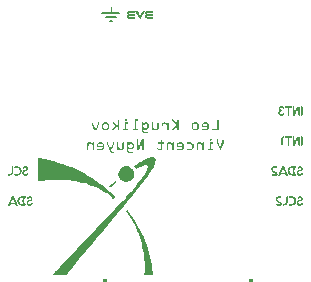
<source format=gbo>
G04 #@! TF.GenerationSoftware,KiCad,Pcbnew,7.0.1*
G04 #@! TF.CreationDate,2023-07-20T02:47:45+02:00*
G04 #@! TF.ProjectId,imu_9_axis,696d755f-395f-4617-9869-732e6b696361,rev?*
G04 #@! TF.SameCoordinates,Original*
G04 #@! TF.FileFunction,Legend,Bot*
G04 #@! TF.FilePolarity,Positive*
%FSLAX46Y46*%
G04 Gerber Fmt 4.6, Leading zero omitted, Abs format (unit mm)*
G04 Created by KiCad (PCBNEW 7.0.1) date 2023-07-20 02:47:45*
%MOMM*%
%LPD*%
G01*
G04 APERTURE LIST*
G04 Aperture macros list*
%AMRoundRect*
0 Rectangle with rounded corners*
0 $1 Rounding radius*
0 $2 $3 $4 $5 $6 $7 $8 $9 X,Y pos of 4 corners*
0 Add a 4 corners polygon primitive as box body*
4,1,4,$2,$3,$4,$5,$6,$7,$8,$9,$2,$3,0*
0 Add four circle primitives for the rounded corners*
1,1,$1+$1,$2,$3*
1,1,$1+$1,$4,$5*
1,1,$1+$1,$6,$7*
1,1,$1+$1,$8,$9*
0 Add four rect primitives between the rounded corners*
20,1,$1+$1,$2,$3,$4,$5,0*
20,1,$1+$1,$4,$5,$6,$7,0*
20,1,$1+$1,$6,$7,$8,$9,0*
20,1,$1+$1,$8,$9,$2,$3,0*%
G04 Aperture macros list end*
%ADD10C,0.150000*%
%ADD11C,0.120000*%
%ADD12C,0.100000*%
%ADD13O,2.000000X2.000000*%
%ADD14O,1.700000X1.700000*%
%ADD15R,2.000000X2.000000*%
%ADD16C,2.200000*%
%ADD17O,0.800000X1.300000*%
%ADD18RoundRect,0.200000X0.200000X0.450000X-0.200000X0.450000X-0.200000X-0.450000X0.200000X-0.450000X0*%
G04 APERTURE END LIST*
D10*
G36*
X141300871Y-57075000D02*
G01*
X141300871Y-56225767D01*
X141300053Y-56215908D01*
X141297114Y-56205356D01*
X141292039Y-56195567D01*
X141285845Y-56187628D01*
X141283774Y-56185467D01*
X141275907Y-56178805D01*
X141267479Y-56173780D01*
X141257159Y-56170040D01*
X141246107Y-56168437D01*
X141243230Y-56168370D01*
X141233276Y-56169200D01*
X141222643Y-56172180D01*
X141212805Y-56177329D01*
X141204847Y-56183611D01*
X141202686Y-56185711D01*
X141195929Y-56193483D01*
X141190831Y-56201840D01*
X141187038Y-56212106D01*
X141185412Y-56223135D01*
X141185344Y-56226011D01*
X141185344Y-56965579D01*
X140777459Y-56965579D01*
X140767207Y-56966350D01*
X140757610Y-56968664D01*
X140747444Y-56973198D01*
X140739249Y-56978818D01*
X140735937Y-56981699D01*
X140729085Y-56988972D01*
X140723315Y-56998085D01*
X140719743Y-57008053D01*
X140718369Y-57018876D01*
X140718352Y-57020289D01*
X140719451Y-57031234D01*
X140722748Y-57041355D01*
X140728244Y-57050652D01*
X140734856Y-57058110D01*
X140735937Y-57059124D01*
X140743851Y-57065310D01*
X140753698Y-57070519D01*
X140764398Y-57073744D01*
X140774463Y-57074937D01*
X140777459Y-57075000D01*
X141300871Y-57075000D01*
G37*
G36*
X140249244Y-56418624D02*
G01*
X140259841Y-56419405D01*
X140270258Y-56420856D01*
X140280495Y-56422977D01*
X140290551Y-56425768D01*
X140300427Y-56429228D01*
X140310123Y-56433358D01*
X140319638Y-56438158D01*
X140328974Y-56443628D01*
X140338128Y-56449767D01*
X140347103Y-56456577D01*
X140395219Y-56493946D01*
X140401790Y-56499521D01*
X140409597Y-56507231D01*
X140416951Y-56515764D01*
X140423851Y-56525120D01*
X140430298Y-56535299D01*
X140435129Y-56544035D01*
X140439671Y-56553297D01*
X140442770Y-56560301D01*
X140447258Y-56571355D01*
X140450899Y-56581634D01*
X140454150Y-56592946D01*
X140456182Y-56603141D01*
X140457012Y-56613625D01*
X140457012Y-56875697D01*
X140456445Y-56886602D01*
X140454745Y-56897885D01*
X140452463Y-56907576D01*
X140449393Y-56917530D01*
X140445536Y-56927745D01*
X140440892Y-56938224D01*
X140439877Y-56940331D01*
X140434564Y-56950431D01*
X140428857Y-56959803D01*
X140422757Y-56968449D01*
X140416263Y-56976366D01*
X140409376Y-56983556D01*
X140400592Y-56991224D01*
X140349057Y-57036165D01*
X140345971Y-57038721D01*
X140337570Y-57044618D01*
X140329029Y-57049598D01*
X140319252Y-57054510D01*
X140310159Y-57058550D01*
X140300208Y-57062543D01*
X140298120Y-57063309D01*
X140287772Y-57066776D01*
X140277579Y-57069635D01*
X140267541Y-57071885D01*
X140257658Y-57073528D01*
X140247930Y-57074562D01*
X140236461Y-57075000D01*
X139932134Y-57075000D01*
X139930720Y-57074984D01*
X139919782Y-57073724D01*
X139909517Y-57070450D01*
X139899922Y-57065161D01*
X139892078Y-57058879D01*
X139890997Y-57057851D01*
X139884385Y-57050331D01*
X139878889Y-57041050D01*
X139875592Y-57031036D01*
X139874493Y-57020289D01*
X139874510Y-57018876D01*
X139875865Y-57008053D01*
X139879387Y-56998085D01*
X139885077Y-56988972D01*
X139891834Y-56981699D01*
X139893995Y-56979747D01*
X139901934Y-56973906D01*
X139911723Y-56969121D01*
X139922275Y-56966350D01*
X139932134Y-56965579D01*
X140228889Y-56965579D01*
X140233582Y-56965381D01*
X140244698Y-56963384D01*
X140254413Y-56959961D01*
X140264299Y-56954958D01*
X140272668Y-56949582D01*
X140281157Y-56943108D01*
X140314863Y-56913311D01*
X140319402Y-56909151D01*
X140325976Y-56901847D01*
X140332227Y-56892467D01*
X140336692Y-56882418D01*
X140339371Y-56871699D01*
X140340264Y-56860310D01*
X140340264Y-56824895D01*
X139932134Y-56824895D01*
X139929258Y-56824829D01*
X139919566Y-56823562D01*
X139909204Y-56820139D01*
X139899606Y-56814609D01*
X139891834Y-56808042D01*
X139889734Y-56805912D01*
X139883451Y-56798079D01*
X139878303Y-56788413D01*
X139875323Y-56777983D01*
X139874493Y-56768230D01*
X139874493Y-56715474D01*
X139988554Y-56715474D01*
X140339043Y-56715474D01*
X140339043Y-56622662D01*
X140338244Y-56612406D01*
X140335294Y-56601375D01*
X140330170Y-56591349D01*
X140324048Y-56583555D01*
X140316328Y-56576500D01*
X140282623Y-56547191D01*
X140281244Y-56546004D01*
X140272784Y-56539672D01*
X140263997Y-56534698D01*
X140254883Y-56531080D01*
X140243839Y-56528574D01*
X140234018Y-56527896D01*
X140088938Y-56527896D01*
X140078222Y-56529285D01*
X140068294Y-56532779D01*
X140059376Y-56537468D01*
X140050079Y-56543719D01*
X140042044Y-56550122D01*
X140008582Y-56580652D01*
X140005003Y-56584132D01*
X139998901Y-56591918D01*
X139994207Y-56600802D01*
X139990921Y-56610785D01*
X139989043Y-56621868D01*
X139988554Y-56631943D01*
X139988554Y-56715474D01*
X139874493Y-56715474D01*
X139874493Y-56631454D01*
X139874675Y-56621416D01*
X139875632Y-56606951D01*
X139877409Y-56593200D01*
X139880005Y-56580161D01*
X139883422Y-56567835D01*
X139887659Y-56556221D01*
X139892716Y-56545321D01*
X139898593Y-56535133D01*
X139905289Y-56525657D01*
X139912806Y-56516895D01*
X139921143Y-56508845D01*
X139964374Y-56468300D01*
X139971208Y-56462267D01*
X139981556Y-56453946D01*
X139992020Y-56446502D01*
X140002599Y-56439933D01*
X140013294Y-56434240D01*
X140024106Y-56429423D01*
X140035033Y-56425481D01*
X140046076Y-56422416D01*
X140057235Y-56420226D01*
X140068510Y-56418913D01*
X140079901Y-56418475D01*
X140242078Y-56418475D01*
X140249244Y-56418624D01*
G37*
G36*
X139398937Y-56418734D02*
G01*
X139409088Y-56419513D01*
X139419148Y-56420810D01*
X139429116Y-56422627D01*
X139438993Y-56424962D01*
X139448778Y-56427817D01*
X139458471Y-56431191D01*
X139468073Y-56435083D01*
X139477583Y-56439495D01*
X139487002Y-56444426D01*
X139496329Y-56449875D01*
X139505564Y-56455844D01*
X139514708Y-56462332D01*
X139523760Y-56469338D01*
X139532721Y-56476864D01*
X139541590Y-56484909D01*
X139545918Y-56489054D01*
X139554161Y-56497397D01*
X139561854Y-56505808D01*
X139568999Y-56514288D01*
X139575593Y-56522836D01*
X139581638Y-56531453D01*
X139587134Y-56540139D01*
X139592080Y-56548894D01*
X139596476Y-56557717D01*
X139602040Y-56571081D01*
X139606368Y-56584599D01*
X139609459Y-56598272D01*
X139611314Y-56612099D01*
X139611932Y-56626081D01*
X139611932Y-56867393D01*
X139611650Y-56876733D01*
X139610173Y-56890616D01*
X139607429Y-56904350D01*
X139603418Y-56917933D01*
X139598141Y-56931367D01*
X139593919Y-56940239D01*
X139589134Y-56949044D01*
X139583787Y-56957782D01*
X139577876Y-56966454D01*
X139571403Y-56975058D01*
X139564367Y-56983596D01*
X139556767Y-56992068D01*
X139548605Y-57000472D01*
X139539880Y-57008810D01*
X139530817Y-57016825D01*
X139521703Y-57024323D01*
X139512537Y-57031304D01*
X139503320Y-57037768D01*
X139494051Y-57043714D01*
X139484731Y-57049144D01*
X139475359Y-57054057D01*
X139465936Y-57058452D01*
X139456461Y-57062330D01*
X139446934Y-57065692D01*
X139437356Y-57068536D01*
X139427727Y-57070863D01*
X139418046Y-57072673D01*
X139408313Y-57073965D01*
X139398529Y-57074741D01*
X139388694Y-57075000D01*
X139253383Y-57075000D01*
X139243693Y-57074745D01*
X139229225Y-57073407D01*
X139214839Y-57070924D01*
X139205293Y-57068631D01*
X139195784Y-57065829D01*
X139186311Y-57062517D01*
X139176874Y-57058696D01*
X139167474Y-57054366D01*
X139158110Y-57049526D01*
X139148782Y-57044176D01*
X139139490Y-57038317D01*
X139130234Y-57031949D01*
X139121015Y-57025071D01*
X139111832Y-57017684D01*
X139102686Y-57009787D01*
X139093813Y-57001560D01*
X139085512Y-56993243D01*
X139077784Y-56984837D01*
X139070629Y-56976341D01*
X139064046Y-56967755D01*
X139058035Y-56959080D01*
X139052597Y-56950314D01*
X139047731Y-56941460D01*
X139043438Y-56932515D01*
X139039717Y-56923481D01*
X139035209Y-56909762D01*
X139031989Y-56895841D01*
X139030057Y-56881718D01*
X139029413Y-56867393D01*
X139029413Y-56866172D01*
X139144940Y-56866172D01*
X139145687Y-56876882D01*
X139147928Y-56886665D01*
X139152431Y-56896907D01*
X139158967Y-56905886D01*
X139166189Y-56912578D01*
X139201360Y-56944085D01*
X139204374Y-56946688D01*
X139213679Y-56953489D01*
X139223379Y-56958778D01*
X139233474Y-56962556D01*
X139243964Y-56964823D01*
X139254849Y-56965579D01*
X139388694Y-56965579D01*
X139390316Y-56965567D01*
X139401028Y-56964800D01*
X139410619Y-56962842D01*
X139420205Y-56959144D01*
X139429238Y-56953122D01*
X139472469Y-56915509D01*
X139475220Y-56913107D01*
X139482407Y-56905281D01*
X139487997Y-56896529D01*
X139491990Y-56886849D01*
X139494385Y-56876241D01*
X139495184Y-56864706D01*
X139495184Y-56628035D01*
X139495163Y-56626229D01*
X139494167Y-56615845D01*
X139491677Y-56606234D01*
X139486883Y-56595997D01*
X139481156Y-56588060D01*
X139473935Y-56580896D01*
X139434856Y-56546702D01*
X139427710Y-56541284D01*
X139418001Y-56535995D01*
X139407056Y-56532028D01*
X139396991Y-56529732D01*
X139386066Y-56528355D01*
X139374284Y-56527896D01*
X139254849Y-56527896D01*
X139244748Y-56528505D01*
X139235145Y-56530334D01*
X139224572Y-56534009D01*
X139214676Y-56539343D01*
X139206733Y-56545237D01*
X139166189Y-56577965D01*
X139162391Y-56581240D01*
X139155917Y-56588757D01*
X139150937Y-56597561D01*
X139147450Y-56607653D01*
X139145458Y-56619033D01*
X139144940Y-56629501D01*
X139144940Y-56866172D01*
X139029413Y-56866172D01*
X139029413Y-56626081D01*
X139030057Y-56611497D01*
X139031989Y-56597144D01*
X139035209Y-56583023D01*
X139039717Y-56569134D01*
X139043438Y-56560004D01*
X139047731Y-56550976D01*
X139052597Y-56542052D01*
X139058035Y-56533231D01*
X139064046Y-56524512D01*
X139070629Y-56515897D01*
X139077784Y-56507385D01*
X139085512Y-56498976D01*
X139093813Y-56490669D01*
X139102686Y-56482466D01*
X139107254Y-56478455D01*
X139116419Y-56470823D01*
X139125620Y-56463709D01*
X139134858Y-56457115D01*
X139144131Y-56451039D01*
X139153441Y-56445483D01*
X139162787Y-56440445D01*
X139172170Y-56435927D01*
X139181588Y-56431927D01*
X139191043Y-56428447D01*
X139200534Y-56425485D01*
X139210062Y-56423043D01*
X139224421Y-56420352D01*
X139238861Y-56418830D01*
X139253383Y-56418475D01*
X139388694Y-56418475D01*
X139398937Y-56418734D01*
G37*
G36*
X137921771Y-57017602D02*
G01*
X137921771Y-56226988D01*
X137920965Y-56216653D01*
X137918546Y-56207020D01*
X137914513Y-56198087D01*
X137908868Y-56189856D01*
X137904919Y-56185467D01*
X137897207Y-56178805D01*
X137888817Y-56173780D01*
X137878398Y-56170040D01*
X137868556Y-56168520D01*
X137864130Y-56168370D01*
X137853997Y-56169188D01*
X137843247Y-56172127D01*
X137833381Y-56177202D01*
X137825476Y-56183397D01*
X137823342Y-56185467D01*
X137816775Y-56193286D01*
X137811821Y-56201783D01*
X137808135Y-56212323D01*
X137806637Y-56222273D01*
X137806489Y-56226744D01*
X137806489Y-56503227D01*
X137436949Y-56183757D01*
X137428286Y-56177511D01*
X137419178Y-56172878D01*
X137409626Y-56169858D01*
X137399630Y-56168450D01*
X137393718Y-56168370D01*
X137383514Y-56169130D01*
X137372767Y-56171858D01*
X137362997Y-56176572D01*
X137354204Y-56183269D01*
X137353174Y-56184246D01*
X137345908Y-56192489D01*
X137340718Y-56201343D01*
X137337604Y-56210807D01*
X137336566Y-56220882D01*
X137337726Y-56231278D01*
X137341206Y-56240971D01*
X137347007Y-56249962D01*
X137353986Y-56257254D01*
X137355128Y-56258251D01*
X137774249Y-56613869D01*
X137355128Y-56985362D01*
X137347648Y-56993163D01*
X137342305Y-57001666D01*
X137338849Y-57012070D01*
X137338031Y-57020778D01*
X137339084Y-57030807D01*
X137342244Y-57040378D01*
X137347511Y-57049491D01*
X137353847Y-57057090D01*
X137354884Y-57058147D01*
X137362631Y-57064713D01*
X137371126Y-57069667D01*
X137380369Y-57073008D01*
X137390360Y-57074736D01*
X137396405Y-57075000D01*
X137406334Y-57074228D01*
X137417138Y-57071458D01*
X137426116Y-57067380D01*
X137434649Y-57061760D01*
X137438171Y-57058879D01*
X137806489Y-56732571D01*
X137806489Y-57015648D01*
X137807295Y-57026090D01*
X137809714Y-57035831D01*
X137813747Y-57044870D01*
X137819392Y-57053208D01*
X137823342Y-57057658D01*
X137831054Y-57064415D01*
X137839443Y-57069513D01*
X137849862Y-57073306D01*
X137859704Y-57074847D01*
X137864130Y-57075000D01*
X137874084Y-57074205D01*
X137884717Y-57071350D01*
X137894555Y-57066420D01*
X137902512Y-57060402D01*
X137904674Y-57058391D01*
X137911336Y-57050679D01*
X137916362Y-57042289D01*
X137920102Y-57031871D01*
X137921621Y-57022028D01*
X137921771Y-57017602D01*
G37*
G36*
X137075470Y-57018091D02*
G01*
X137075470Y-56476849D01*
X137074663Y-56466788D01*
X137071767Y-56456033D01*
X137066764Y-56446073D01*
X137060658Y-56438008D01*
X137058617Y-56435816D01*
X137050905Y-56429059D01*
X137042515Y-56423962D01*
X137032097Y-56420168D01*
X137022254Y-56418627D01*
X137017829Y-56418475D01*
X137007600Y-56419258D01*
X136998074Y-56421607D01*
X136988044Y-56426209D01*
X136980020Y-56431915D01*
X136976796Y-56434839D01*
X136970229Y-56442349D01*
X136964699Y-56451791D01*
X136961276Y-56462148D01*
X136960009Y-56471962D01*
X136959943Y-56474895D01*
X136959943Y-56543527D01*
X136865910Y-56466102D01*
X136854988Y-56457591D01*
X136844114Y-56449916D01*
X136833287Y-56443079D01*
X136822507Y-56437079D01*
X136811774Y-56431916D01*
X136801089Y-56427591D01*
X136790451Y-56424103D01*
X136779860Y-56421451D01*
X136769316Y-56419638D01*
X136758820Y-56418661D01*
X136751848Y-56418475D01*
X136667340Y-56418475D01*
X136654104Y-56418926D01*
X136641234Y-56420278D01*
X136628728Y-56422532D01*
X136616587Y-56425688D01*
X136604811Y-56429745D01*
X136593400Y-56434704D01*
X136582354Y-56440564D01*
X136571673Y-56447326D01*
X136561357Y-56454990D01*
X136551406Y-56463555D01*
X136544974Y-56469766D01*
X136535895Y-56479567D01*
X136527710Y-56489738D01*
X136520417Y-56500278D01*
X136514017Y-56511188D01*
X136508510Y-56522466D01*
X136503896Y-56534114D01*
X136500175Y-56546131D01*
X136497347Y-56558517D01*
X136495412Y-56571273D01*
X136494370Y-56584398D01*
X136494172Y-56593353D01*
X136494172Y-56624616D01*
X136494978Y-56635153D01*
X136497398Y-56644965D01*
X136501430Y-56654053D01*
X136507075Y-56662416D01*
X136511025Y-56666870D01*
X136518748Y-56673627D01*
X136527173Y-56678724D01*
X136537661Y-56682517D01*
X136547588Y-56684059D01*
X136552057Y-56684211D01*
X136562190Y-56683358D01*
X136571646Y-56680798D01*
X136581621Y-56675784D01*
X136589624Y-56669568D01*
X136592846Y-56666381D01*
X136599413Y-56658218D01*
X136604366Y-56649331D01*
X136607707Y-56639719D01*
X136609435Y-56629382D01*
X136609699Y-56623150D01*
X136609699Y-56588956D01*
X136610505Y-56578205D01*
X136612925Y-56568179D01*
X136616957Y-56558878D01*
X136622602Y-56550301D01*
X136626552Y-56545725D01*
X136634264Y-56538778D01*
X136642653Y-56533537D01*
X136653072Y-56529637D01*
X136662914Y-56528052D01*
X136667340Y-56527896D01*
X136742323Y-56527896D01*
X136753063Y-56529146D01*
X136762698Y-56532209D01*
X136772727Y-56537109D01*
X136781386Y-56542596D01*
X136790320Y-56549359D01*
X136795812Y-56554030D01*
X136959943Y-56699842D01*
X136959943Y-57018091D01*
X136960773Y-57028117D01*
X136963753Y-57038745D01*
X136968902Y-57048488D01*
X136975184Y-57056287D01*
X136977284Y-57058391D01*
X136985068Y-57064862D01*
X136994708Y-57070312D01*
X137005142Y-57073686D01*
X137014922Y-57074935D01*
X137017829Y-57075000D01*
X137027962Y-57074205D01*
X137038712Y-57071350D01*
X137048577Y-57066420D01*
X137056483Y-57060402D01*
X137058617Y-57058391D01*
X137065184Y-57050786D01*
X137070714Y-57041264D01*
X137074137Y-57030857D01*
X137075404Y-57021025D01*
X137075470Y-57018091D01*
G37*
G36*
X135956349Y-56965579D02*
G01*
X135761932Y-56856158D01*
X135761932Y-56479535D01*
X135761125Y-56468963D01*
X135758706Y-56459046D01*
X135754674Y-56449783D01*
X135749029Y-56441174D01*
X135745079Y-56436549D01*
X135737367Y-56429506D01*
X135728977Y-56424193D01*
X135718559Y-56420240D01*
X135708716Y-56418634D01*
X135704291Y-56418475D01*
X135694062Y-56419305D01*
X135684536Y-56421794D01*
X135674506Y-56426671D01*
X135666482Y-56432717D01*
X135663258Y-56435816D01*
X135656691Y-56443707D01*
X135651737Y-56452205D01*
X135648051Y-56462662D01*
X135646553Y-56472462D01*
X135646405Y-56476849D01*
X135646405Y-57018091D01*
X135647235Y-57027855D01*
X135650215Y-57038327D01*
X135655364Y-57048066D01*
X135661646Y-57055987D01*
X135663746Y-57058147D01*
X135671530Y-57064713D01*
X135681170Y-57070243D01*
X135691604Y-57073666D01*
X135701384Y-57074934D01*
X135704291Y-57075000D01*
X135714161Y-57074135D01*
X135724755Y-57071028D01*
X135733424Y-57066457D01*
X135741532Y-57060156D01*
X135744835Y-57056926D01*
X135751497Y-57048596D01*
X135756522Y-57039635D01*
X135759912Y-57030043D01*
X135761665Y-57019820D01*
X135761932Y-57013695D01*
X135761932Y-56965579D01*
X135862316Y-57034944D01*
X135873367Y-57042102D01*
X135884449Y-57048556D01*
X135895561Y-57054307D01*
X135906703Y-57059353D01*
X135917875Y-57063695D01*
X135929077Y-57067333D01*
X135940309Y-57070266D01*
X135951571Y-57072496D01*
X135962863Y-57074022D01*
X135974186Y-57074843D01*
X135981750Y-57075000D01*
X136035240Y-57075000D01*
X136048344Y-57074570D01*
X136061097Y-57073282D01*
X136073497Y-57071136D01*
X136085546Y-57068130D01*
X136097242Y-57064266D01*
X136108587Y-57059544D01*
X136119579Y-57053962D01*
X136130220Y-57047522D01*
X136140508Y-57040224D01*
X136150444Y-57032066D01*
X136156873Y-57026151D01*
X136165982Y-57016755D01*
X136174258Y-57006977D01*
X136181701Y-56996817D01*
X136188311Y-56986274D01*
X136194089Y-56975350D01*
X136199033Y-56964044D01*
X136203145Y-56952355D01*
X136206423Y-56940284D01*
X136208869Y-56927831D01*
X136210482Y-56914997D01*
X136211094Y-56906228D01*
X136227703Y-56475628D01*
X136227153Y-56464713D01*
X136224284Y-56454439D01*
X136219093Y-56444807D01*
X136212649Y-56436905D01*
X136211583Y-56435816D01*
X136203585Y-56429059D01*
X136194980Y-56423962D01*
X136185767Y-56420524D01*
X136175946Y-56418746D01*
X136170062Y-56418475D01*
X136160119Y-56419305D01*
X136149529Y-56422285D01*
X136139763Y-56427433D01*
X136131894Y-56433716D01*
X136129762Y-56435816D01*
X136123160Y-56443600D01*
X136118101Y-56451991D01*
X136114208Y-56462326D01*
X136112455Y-56472020D01*
X136112176Y-56476360D01*
X136097033Y-56903541D01*
X136096079Y-56914628D01*
X136093948Y-56924624D01*
X136089276Y-56936256D01*
X136082514Y-56945950D01*
X136073660Y-56953704D01*
X136062715Y-56959520D01*
X136053134Y-56962610D01*
X136042376Y-56964609D01*
X136030442Y-56965518D01*
X136026203Y-56965579D01*
X135956349Y-56965579D01*
G37*
G36*
X135175954Y-56418646D02*
G01*
X135188457Y-56419542D01*
X135200647Y-56421207D01*
X135212523Y-56423641D01*
X135224085Y-56426843D01*
X135235335Y-56430814D01*
X135246270Y-56435553D01*
X135256893Y-56441060D01*
X135267202Y-56447336D01*
X135277197Y-56454381D01*
X135286880Y-56462194D01*
X135334263Y-56502739D01*
X135342034Y-56509994D01*
X135349410Y-56518572D01*
X135355254Y-56526731D01*
X135360825Y-56535808D01*
X135366121Y-56545803D01*
X135371143Y-56556716D01*
X135373007Y-56561252D01*
X135376373Y-56570426D01*
X135379904Y-56582087D01*
X135382684Y-56593963D01*
X135384367Y-56603618D01*
X135385569Y-56613411D01*
X135386290Y-56623341D01*
X135386531Y-56633408D01*
X135386531Y-56823429D01*
X135386471Y-56827556D01*
X135385794Y-56837913D01*
X135384367Y-56848331D01*
X135382188Y-56858808D01*
X135379258Y-56869344D01*
X135375576Y-56879940D01*
X135371143Y-56890596D01*
X135366121Y-56900882D01*
X135360825Y-56910369D01*
X135355254Y-56919057D01*
X135349410Y-56926946D01*
X135342034Y-56935358D01*
X135334263Y-56942620D01*
X135291032Y-56980966D01*
X135284109Y-56986674D01*
X135273524Y-56994546D01*
X135262699Y-57001589D01*
X135251634Y-57007804D01*
X135240328Y-57013190D01*
X135228782Y-57017747D01*
X135216996Y-57021476D01*
X135204969Y-57024376D01*
X135192701Y-57026448D01*
X135180193Y-57027691D01*
X135167445Y-57028105D01*
X135079029Y-57028105D01*
X135074216Y-57028029D01*
X135059730Y-57026884D01*
X135050032Y-57025357D01*
X135040301Y-57023220D01*
X135030538Y-57020472D01*
X135020743Y-57017114D01*
X135010915Y-57013145D01*
X135001054Y-57008565D01*
X134991162Y-57003375D01*
X134981236Y-56997575D01*
X134971279Y-56991163D01*
X134961289Y-56984141D01*
X134951266Y-56976509D01*
X134941211Y-56968265D01*
X134931124Y-56959412D01*
X134921004Y-56949947D01*
X134921004Y-57125314D01*
X134921180Y-57129853D01*
X134922960Y-57139777D01*
X134927341Y-57149974D01*
X134933228Y-57157895D01*
X134941032Y-57164881D01*
X134980111Y-57198586D01*
X134985102Y-57202593D01*
X134994058Y-57208320D01*
X135003295Y-57212411D01*
X135012811Y-57214865D01*
X135022609Y-57215683D01*
X135272713Y-57215683D01*
X135275678Y-57215744D01*
X135285617Y-57216920D01*
X135296146Y-57220095D01*
X135305790Y-57225224D01*
X135313502Y-57231315D01*
X135320875Y-57239696D01*
X135326142Y-57248961D01*
X135329301Y-57259113D01*
X135330355Y-57270150D01*
X135330338Y-57271607D01*
X135329301Y-57281385D01*
X135326142Y-57291643D01*
X135320875Y-57300924D01*
X135313502Y-57309228D01*
X135311368Y-57311151D01*
X135303462Y-57316903D01*
X135293597Y-57321616D01*
X135282846Y-57324344D01*
X135272713Y-57325104D01*
X135022609Y-57325104D01*
X135013718Y-57324818D01*
X135002750Y-57323719D01*
X134991456Y-57321795D01*
X134981794Y-57319563D01*
X134971907Y-57316758D01*
X134961792Y-57313381D01*
X134957759Y-57311928D01*
X134948187Y-57308148D01*
X134937659Y-57303328D01*
X134928180Y-57298199D01*
X134919747Y-57292761D01*
X134911234Y-57286025D01*
X134864584Y-57245725D01*
X134857426Y-57239139D01*
X134847556Y-57228949D01*
X134838724Y-57218385D01*
X134830932Y-57207448D01*
X134824179Y-57196137D01*
X134818464Y-57184453D01*
X134813789Y-57172395D01*
X134810152Y-57159964D01*
X134807555Y-57147159D01*
X134805996Y-57133981D01*
X134805477Y-57120429D01*
X134805477Y-56767742D01*
X134921004Y-56767742D01*
X134921751Y-56777236D01*
X134924511Y-56787770D01*
X134929304Y-56797719D01*
X134935031Y-56805782D01*
X134942253Y-56813415D01*
X135033600Y-56896702D01*
X135041213Y-56903035D01*
X135050098Y-56909217D01*
X135058707Y-56913854D01*
X135068404Y-56917310D01*
X135079029Y-56918684D01*
X135173062Y-56918684D01*
X135174297Y-56918669D01*
X135184055Y-56917467D01*
X135193600Y-56914341D01*
X135202931Y-56909292D01*
X135210920Y-56903297D01*
X135248533Y-56868614D01*
X135255077Y-56861979D01*
X135261466Y-56853827D01*
X135266900Y-56844056D01*
X135270161Y-56834005D01*
X135271248Y-56823674D01*
X135271248Y-56626570D01*
X135270527Y-56615659D01*
X135268363Y-56605641D01*
X135264015Y-56595082D01*
X135257704Y-56585739D01*
X135250732Y-56578698D01*
X135214828Y-56548412D01*
X135206049Y-56541440D01*
X135197116Y-56535910D01*
X135188029Y-56531822D01*
X135177231Y-56528877D01*
X135166224Y-56527896D01*
X135088554Y-56527896D01*
X135084898Y-56527972D01*
X135074388Y-56529117D01*
X135064565Y-56531635D01*
X135055429Y-56535528D01*
X135046980Y-56540795D01*
X135039217Y-56547435D01*
X134944940Y-56631943D01*
X134942041Y-56634606D01*
X134934468Y-56643041D01*
X134928577Y-56652145D01*
X134924370Y-56661920D01*
X134921845Y-56672364D01*
X134921004Y-56683478D01*
X134921004Y-56767742D01*
X134805477Y-56767742D01*
X134805477Y-56475872D01*
X134805631Y-56471448D01*
X134807194Y-56461627D01*
X134811041Y-56451262D01*
X134816210Y-56442944D01*
X134823062Y-56435327D01*
X134827505Y-56431378D01*
X134835793Y-56425733D01*
X134844735Y-56421700D01*
X134854332Y-56419281D01*
X134864584Y-56418475D01*
X134867461Y-56418541D01*
X134878513Y-56420121D01*
X134888832Y-56423807D01*
X134897261Y-56428761D01*
X134905128Y-56435327D01*
X134906180Y-56436371D01*
X134912608Y-56444013D01*
X134917951Y-56453463D01*
X134921156Y-56463675D01*
X134922225Y-56474651D01*
X134921004Y-56496632D01*
X134960571Y-56464392D01*
X134967581Y-56458832D01*
X134978278Y-56451164D01*
X134989193Y-56444303D01*
X135000328Y-56438250D01*
X135011682Y-56433003D01*
X135023254Y-56428564D01*
X135035046Y-56424932D01*
X135047057Y-56422107D01*
X135059286Y-56420089D01*
X135071735Y-56418878D01*
X135084402Y-56418475D01*
X135167445Y-56418475D01*
X135175954Y-56418646D01*
G37*
G36*
X134074458Y-57075000D02*
G01*
X134423481Y-57075000D01*
X134433614Y-57074216D01*
X134444365Y-57071404D01*
X134454230Y-57066546D01*
X134462135Y-57060617D01*
X134464270Y-57058635D01*
X134470836Y-57051172D01*
X134476366Y-57041898D01*
X134479789Y-57031831D01*
X134481106Y-57020970D01*
X134481122Y-57019556D01*
X134480069Y-57009039D01*
X134476909Y-56999223D01*
X134471643Y-56990110D01*
X134464270Y-56981699D01*
X134456558Y-56975418D01*
X134446914Y-56970128D01*
X134436385Y-56966854D01*
X134426445Y-56965642D01*
X134423481Y-56965579D01*
X134307954Y-56965579D01*
X134307954Y-56277791D01*
X134424947Y-56277791D01*
X134435080Y-56277031D01*
X134445830Y-56274303D01*
X134455695Y-56269589D01*
X134463601Y-56263838D01*
X134465735Y-56261915D01*
X134472302Y-56254547D01*
X134477832Y-56245354D01*
X134481255Y-56235336D01*
X134482571Y-56224494D01*
X134482588Y-56223080D01*
X134481535Y-56212151D01*
X134478375Y-56202076D01*
X134473108Y-56192855D01*
X134465735Y-56184490D01*
X134458023Y-56178209D01*
X134448379Y-56172920D01*
X134437850Y-56169645D01*
X134427911Y-56168433D01*
X134424947Y-56168370D01*
X134248847Y-56168370D01*
X134238988Y-56169200D01*
X134228436Y-56172180D01*
X134218647Y-56177329D01*
X134210708Y-56183611D01*
X134208547Y-56185711D01*
X134201790Y-56193495D01*
X134196693Y-56201887D01*
X134192900Y-56212221D01*
X134191359Y-56221915D01*
X134191206Y-56226256D01*
X134191206Y-56965579D01*
X134074458Y-56965579D01*
X134064599Y-56966350D01*
X134054047Y-56969121D01*
X134044258Y-56973906D01*
X134036319Y-56979747D01*
X134034158Y-56981699D01*
X134027401Y-56989020D01*
X134021711Y-56998046D01*
X134018188Y-57007773D01*
X134016834Y-57018203D01*
X134016817Y-57019556D01*
X134017870Y-57030517D01*
X134021030Y-57040683D01*
X134026296Y-57050056D01*
X134032633Y-57057606D01*
X134033669Y-57058635D01*
X134041382Y-57065012D01*
X134051025Y-57070381D01*
X134061554Y-57073705D01*
X134071494Y-57074936D01*
X134074458Y-57075000D01*
G37*
G36*
X133464339Y-56105844D02*
G01*
X133403767Y-56105844D01*
X133393634Y-56106685D01*
X133384179Y-56109210D01*
X133374203Y-56114156D01*
X133366201Y-56120287D01*
X133362979Y-56123429D01*
X133356412Y-56131367D01*
X133351458Y-56140005D01*
X133348117Y-56149345D01*
X133346389Y-56159386D01*
X133346126Y-56165439D01*
X133346126Y-56216730D01*
X133346932Y-56227302D01*
X133349352Y-56237220D01*
X133353384Y-56246483D01*
X133359029Y-56255092D01*
X133362979Y-56259717D01*
X133370691Y-56266759D01*
X133379081Y-56272072D01*
X133389499Y-56276026D01*
X133399341Y-56277632D01*
X133403767Y-56277791D01*
X133465805Y-56277791D01*
X133476223Y-56276914D01*
X133485894Y-56274285D01*
X133494816Y-56269902D01*
X133502991Y-56263766D01*
X133507326Y-56259473D01*
X133513774Y-56251153D01*
X133518586Y-56242436D01*
X133522082Y-56231987D01*
X133523440Y-56221019D01*
X133523446Y-56218196D01*
X133521981Y-56165439D01*
X133521174Y-56154997D01*
X133518755Y-56145257D01*
X133514723Y-56136217D01*
X133509078Y-56127879D01*
X133505128Y-56123429D01*
X133497416Y-56116577D01*
X133489026Y-56111408D01*
X133478608Y-56107561D01*
X133468765Y-56105998D01*
X133464339Y-56105844D01*
G37*
G36*
X133229378Y-57075000D02*
G01*
X133581087Y-57075000D01*
X133591220Y-57074240D01*
X133601971Y-57071511D01*
X133611836Y-57066798D01*
X133619742Y-57061046D01*
X133621876Y-57059124D01*
X133628443Y-57051756D01*
X133633973Y-57042562D01*
X133637396Y-57032544D01*
X133638712Y-57021702D01*
X133638729Y-57020289D01*
X133637676Y-57009558D01*
X133634516Y-56999590D01*
X133629249Y-56990385D01*
X133621876Y-56981943D01*
X133614164Y-56975567D01*
X133604520Y-56970197D01*
X133593991Y-56966873D01*
X133584052Y-56965643D01*
X133581087Y-56965579D01*
X133462874Y-56965579D01*
X133462874Y-56527896D01*
X133579866Y-56527896D01*
X133589999Y-56527124D01*
X133600750Y-56524354D01*
X133610615Y-56519568D01*
X133618521Y-56513728D01*
X133620655Y-56511775D01*
X133627221Y-56504454D01*
X133632751Y-56495429D01*
X133636175Y-56485701D01*
X133637491Y-56475271D01*
X133637508Y-56473918D01*
X133636454Y-56462957D01*
X133633294Y-56452791D01*
X133628028Y-56443418D01*
X133621692Y-56435868D01*
X133620655Y-56434839D01*
X133612943Y-56428463D01*
X133603299Y-56423093D01*
X133592770Y-56419769D01*
X133582831Y-56418539D01*
X133579866Y-56418475D01*
X133403767Y-56418475D01*
X133393634Y-56419316D01*
X133384179Y-56421841D01*
X133374203Y-56426787D01*
X133366201Y-56432917D01*
X133362979Y-56436060D01*
X133356412Y-56443974D01*
X133351458Y-56452543D01*
X133348117Y-56461766D01*
X133346389Y-56471643D01*
X133346126Y-56477581D01*
X133346126Y-56965579D01*
X133230843Y-56965579D01*
X133220592Y-56966350D01*
X133210995Y-56968664D01*
X133200828Y-56973198D01*
X133192634Y-56978818D01*
X133189322Y-56981699D01*
X133182470Y-56988972D01*
X133176700Y-56998085D01*
X133173128Y-57008053D01*
X133171754Y-57018876D01*
X133171736Y-57020289D01*
X133172820Y-57031234D01*
X133176072Y-57041355D01*
X133181491Y-57050652D01*
X133188011Y-57058110D01*
X133189078Y-57059124D01*
X133196850Y-57065310D01*
X133206448Y-57070519D01*
X133216809Y-57073744D01*
X133227934Y-57074984D01*
X133229378Y-57075000D01*
G37*
G36*
X132850069Y-57017602D02*
G01*
X132850069Y-56226988D01*
X132849262Y-56216653D01*
X132846843Y-56207020D01*
X132842811Y-56198087D01*
X132837166Y-56189856D01*
X132833216Y-56185467D01*
X132825504Y-56178805D01*
X132817114Y-56173780D01*
X132806696Y-56170040D01*
X132796853Y-56168520D01*
X132792427Y-56168370D01*
X132782199Y-56169188D01*
X132772672Y-56171643D01*
X132762643Y-56176451D01*
X132754619Y-56182412D01*
X132751395Y-56185467D01*
X132744828Y-56193202D01*
X132739874Y-56201662D01*
X132736533Y-56210847D01*
X132734805Y-56220756D01*
X132734542Y-56226744D01*
X132734542Y-56693004D01*
X132424109Y-56435083D01*
X132415278Y-56428612D01*
X132406097Y-56423730D01*
X132396565Y-56420437D01*
X132386683Y-56418734D01*
X132380878Y-56418475D01*
X132370483Y-56419246D01*
X132360883Y-56421560D01*
X132350884Y-56426094D01*
X132341923Y-56432643D01*
X132339845Y-56434595D01*
X132332579Y-56442914D01*
X132327389Y-56451997D01*
X132324275Y-56461843D01*
X132323237Y-56472452D01*
X132324351Y-56483474D01*
X132327694Y-56493335D01*
X132333266Y-56502036D01*
X132341067Y-56509577D01*
X132582867Y-56713276D01*
X132284646Y-56985118D01*
X132276846Y-56992354D01*
X132271274Y-57000628D01*
X132267931Y-57009939D01*
X132266817Y-57020289D01*
X132267855Y-57030532D01*
X132270969Y-57040256D01*
X132276159Y-57049461D01*
X132282403Y-57057089D01*
X132283425Y-57058147D01*
X132290959Y-57064713D01*
X132300484Y-57070243D01*
X132310987Y-57073666D01*
X132320978Y-57074934D01*
X132323970Y-57075000D01*
X132334184Y-57074240D01*
X132343885Y-57071961D01*
X132353071Y-57068162D01*
X132361743Y-57062845D01*
X132366468Y-57059124D01*
X132674214Y-56785572D01*
X132734542Y-56830512D01*
X132734542Y-57014183D01*
X132735348Y-57024934D01*
X132737768Y-57034960D01*
X132741800Y-57044261D01*
X132747445Y-57052838D01*
X132751395Y-57057414D01*
X132759118Y-57064266D01*
X132767543Y-57069435D01*
X132778030Y-57073282D01*
X132787958Y-57074845D01*
X132792427Y-57075000D01*
X132802560Y-57074205D01*
X132813311Y-57071350D01*
X132823176Y-57066420D01*
X132831082Y-57060402D01*
X132833216Y-57058391D01*
X132839783Y-57050679D01*
X132845312Y-57041035D01*
X132848736Y-57030506D01*
X132850003Y-57020567D01*
X132850069Y-57017602D01*
G37*
G36*
X131793215Y-56418734D02*
G01*
X131803366Y-56419513D01*
X131813426Y-56420810D01*
X131823394Y-56422627D01*
X131833270Y-56424962D01*
X131843055Y-56427817D01*
X131852749Y-56431191D01*
X131862351Y-56435083D01*
X131871861Y-56439495D01*
X131881279Y-56444426D01*
X131890606Y-56449875D01*
X131899842Y-56455844D01*
X131908986Y-56462332D01*
X131918038Y-56469338D01*
X131926999Y-56476864D01*
X131935868Y-56484909D01*
X131940195Y-56489054D01*
X131948439Y-56497397D01*
X131956132Y-56505808D01*
X131963276Y-56514288D01*
X131969871Y-56522836D01*
X131975916Y-56531453D01*
X131981411Y-56540139D01*
X131986357Y-56548894D01*
X131990754Y-56557717D01*
X131996318Y-56571081D01*
X132000645Y-56584599D01*
X132003737Y-56598272D01*
X132005591Y-56612099D01*
X132006210Y-56626081D01*
X132006210Y-56867393D01*
X132005928Y-56876733D01*
X132004451Y-56890616D01*
X132001706Y-56904350D01*
X131997696Y-56917933D01*
X131992418Y-56931367D01*
X131988197Y-56940239D01*
X131983412Y-56949044D01*
X131978064Y-56957782D01*
X131972154Y-56966454D01*
X131965681Y-56975058D01*
X131958644Y-56983596D01*
X131951045Y-56992068D01*
X131942883Y-57000472D01*
X131934158Y-57008810D01*
X131925095Y-57016825D01*
X131915981Y-57024323D01*
X131906815Y-57031304D01*
X131897598Y-57037768D01*
X131888329Y-57043714D01*
X131879009Y-57049144D01*
X131869637Y-57054057D01*
X131860213Y-57058452D01*
X131850739Y-57062330D01*
X131841212Y-57065692D01*
X131831634Y-57068536D01*
X131822005Y-57070863D01*
X131812324Y-57072673D01*
X131802591Y-57073965D01*
X131792807Y-57074741D01*
X131782972Y-57075000D01*
X131647661Y-57075000D01*
X131637971Y-57074745D01*
X131623503Y-57073407D01*
X131609117Y-57070924D01*
X131599571Y-57068631D01*
X131590062Y-57065829D01*
X131580589Y-57062517D01*
X131571152Y-57058696D01*
X131561752Y-57054366D01*
X131552387Y-57049526D01*
X131543059Y-57044176D01*
X131533768Y-57038317D01*
X131524512Y-57031949D01*
X131515293Y-57025071D01*
X131506110Y-57017684D01*
X131496963Y-57009787D01*
X131488090Y-57001560D01*
X131479790Y-56993243D01*
X131472062Y-56984837D01*
X131464906Y-56976341D01*
X131458323Y-56967755D01*
X131452313Y-56959080D01*
X131446874Y-56950314D01*
X131442009Y-56941460D01*
X131437715Y-56932515D01*
X131433994Y-56923481D01*
X131429486Y-56909762D01*
X131426266Y-56895841D01*
X131424334Y-56881718D01*
X131423690Y-56867393D01*
X131423690Y-56866172D01*
X131539217Y-56866172D01*
X131539964Y-56876882D01*
X131542205Y-56886665D01*
X131546708Y-56896907D01*
X131553245Y-56905886D01*
X131560466Y-56912578D01*
X131595637Y-56944085D01*
X131598651Y-56946688D01*
X131607956Y-56953489D01*
X131617656Y-56958778D01*
X131627752Y-56962556D01*
X131638242Y-56964823D01*
X131649127Y-56965579D01*
X131782972Y-56965579D01*
X131784594Y-56965567D01*
X131795306Y-56964800D01*
X131804896Y-56962842D01*
X131814483Y-56959144D01*
X131823516Y-56953122D01*
X131866747Y-56915509D01*
X131869498Y-56913107D01*
X131876685Y-56905281D01*
X131882274Y-56896529D01*
X131886267Y-56886849D01*
X131888663Y-56876241D01*
X131889462Y-56864706D01*
X131889462Y-56628035D01*
X131889441Y-56626229D01*
X131888445Y-56615845D01*
X131885955Y-56606234D01*
X131881161Y-56595997D01*
X131875434Y-56588060D01*
X131868212Y-56580896D01*
X131829134Y-56546702D01*
X131821988Y-56541284D01*
X131812279Y-56535995D01*
X131801334Y-56532028D01*
X131791268Y-56529732D01*
X131780344Y-56528355D01*
X131768561Y-56527896D01*
X131649127Y-56527896D01*
X131639026Y-56528505D01*
X131629423Y-56530334D01*
X131618849Y-56534009D01*
X131608953Y-56539343D01*
X131601011Y-56545237D01*
X131560466Y-56577965D01*
X131556669Y-56581240D01*
X131550195Y-56588757D01*
X131545214Y-56597561D01*
X131541728Y-56607653D01*
X131539736Y-56619033D01*
X131539217Y-56629501D01*
X131539217Y-56866172D01*
X131423690Y-56866172D01*
X131423690Y-56626081D01*
X131424334Y-56611497D01*
X131426266Y-56597144D01*
X131429486Y-56583023D01*
X131433994Y-56569134D01*
X131437715Y-56560004D01*
X131442009Y-56550976D01*
X131446874Y-56542052D01*
X131452313Y-56533231D01*
X131458323Y-56524512D01*
X131464906Y-56515897D01*
X131472062Y-56507385D01*
X131479790Y-56498976D01*
X131488090Y-56490669D01*
X131496963Y-56482466D01*
X131501532Y-56478455D01*
X131510697Y-56470823D01*
X131519898Y-56463709D01*
X131529135Y-56457115D01*
X131538409Y-56451039D01*
X131547719Y-56445483D01*
X131557065Y-56440445D01*
X131566447Y-56435927D01*
X131575866Y-56431927D01*
X131585321Y-56428447D01*
X131594812Y-56425485D01*
X131604339Y-56423043D01*
X131618698Y-56420352D01*
X131633139Y-56418830D01*
X131647661Y-56418475D01*
X131782972Y-56418475D01*
X131793215Y-56418734D01*
G37*
G36*
X130578610Y-56475139D02*
G01*
X130578610Y-56582850D01*
X130778645Y-57030303D01*
X130783660Y-57040779D01*
X130789056Y-57049858D01*
X130796338Y-57059242D01*
X130804216Y-57066444D01*
X130812691Y-57071464D01*
X130823647Y-57074607D01*
X130829448Y-57075000D01*
X130903697Y-57075000D01*
X130913490Y-57074274D01*
X130924765Y-57071329D01*
X130934966Y-57066117D01*
X130944094Y-57058640D01*
X130950624Y-57051026D01*
X130956467Y-57041962D01*
X130961623Y-57031448D01*
X130962804Y-57028593D01*
X131161129Y-56584071D01*
X131161129Y-56475139D01*
X131160323Y-56465125D01*
X131157426Y-56454538D01*
X131152423Y-56444868D01*
X131146317Y-56437157D01*
X131144277Y-56435083D01*
X131136565Y-56428612D01*
X131126921Y-56423162D01*
X131116392Y-56419788D01*
X131106452Y-56418540D01*
X131103488Y-56418475D01*
X131093355Y-56419258D01*
X131082605Y-56422070D01*
X131072739Y-56426929D01*
X131064834Y-56432857D01*
X131062699Y-56434839D01*
X131056133Y-56442337D01*
X131050603Y-56451737D01*
X131047180Y-56462022D01*
X131045913Y-56471747D01*
X131045847Y-56474651D01*
X131045847Y-56560868D01*
X130869992Y-56949947D01*
X130695602Y-56560624D01*
X130695602Y-56475139D01*
X130694784Y-56465125D01*
X130691846Y-56454538D01*
X130686770Y-56444868D01*
X130680576Y-56437157D01*
X130678505Y-56435083D01*
X130670568Y-56428612D01*
X130661929Y-56423730D01*
X130652590Y-56420437D01*
X130642548Y-56418734D01*
X130636496Y-56418475D01*
X130626268Y-56419269D01*
X130616741Y-56421654D01*
X130606711Y-56426325D01*
X130598687Y-56432115D01*
X130595463Y-56435083D01*
X130588896Y-56442593D01*
X130583366Y-56452035D01*
X130579943Y-56462392D01*
X130578676Y-56472206D01*
X130578610Y-56475139D01*
G37*
G36*
X141139427Y-57906988D02*
G01*
X141139427Y-58117770D01*
X141374388Y-58708593D01*
X141379170Y-58719470D01*
X141384601Y-58728896D01*
X141390680Y-58736872D01*
X141399191Y-58744803D01*
X141408717Y-58750468D01*
X141419256Y-58753867D01*
X141430808Y-58755000D01*
X141440578Y-58754267D01*
X141451760Y-58751290D01*
X141461797Y-58746024D01*
X141470689Y-58738467D01*
X141476978Y-58730774D01*
X141482534Y-58721615D01*
X141487358Y-58710990D01*
X141488450Y-58708105D01*
X141721946Y-58117770D01*
X141721946Y-57906988D01*
X141721139Y-57896653D01*
X141718720Y-57887020D01*
X141714688Y-57878087D01*
X141709043Y-57869856D01*
X141705093Y-57865467D01*
X141697381Y-57858805D01*
X141688991Y-57853780D01*
X141678573Y-57850040D01*
X141668730Y-57848520D01*
X141664304Y-57848370D01*
X141654171Y-57849188D01*
X141643421Y-57852127D01*
X141633556Y-57857202D01*
X141625650Y-57863397D01*
X141623516Y-57865467D01*
X141616949Y-57873298D01*
X141611995Y-57881829D01*
X141608654Y-57891062D01*
X141606926Y-57900997D01*
X141606663Y-57906988D01*
X141606663Y-58093834D01*
X141430808Y-58537135D01*
X141254953Y-58095300D01*
X141254953Y-57906988D01*
X141254147Y-57896653D01*
X141251728Y-57887020D01*
X141247696Y-57878087D01*
X141242050Y-57869856D01*
X141238101Y-57865467D01*
X141230389Y-57858805D01*
X141221999Y-57853780D01*
X141211580Y-57850040D01*
X141201738Y-57848520D01*
X141197312Y-57848370D01*
X141187084Y-57849188D01*
X141177557Y-57851643D01*
X141167528Y-57856451D01*
X141159504Y-57862412D01*
X141156279Y-57865467D01*
X141149713Y-57873298D01*
X141144759Y-57881829D01*
X141141418Y-57891062D01*
X141139690Y-57900997D01*
X141139427Y-57906988D01*
G37*
G36*
X140647521Y-57785844D02*
G01*
X140586949Y-57785844D01*
X140576816Y-57786685D01*
X140567361Y-57789210D01*
X140557385Y-57794156D01*
X140549383Y-57800287D01*
X140546161Y-57803429D01*
X140539594Y-57811367D01*
X140534640Y-57820005D01*
X140531299Y-57829345D01*
X140529571Y-57839386D01*
X140529308Y-57845439D01*
X140529308Y-57896730D01*
X140530114Y-57907302D01*
X140532534Y-57917220D01*
X140536566Y-57926483D01*
X140542211Y-57935092D01*
X140546161Y-57939717D01*
X140553873Y-57946759D01*
X140562263Y-57952072D01*
X140572681Y-57956026D01*
X140582523Y-57957632D01*
X140586949Y-57957791D01*
X140648987Y-57957791D01*
X140659405Y-57956914D01*
X140669076Y-57954285D01*
X140677998Y-57949902D01*
X140686173Y-57943766D01*
X140690508Y-57939473D01*
X140696956Y-57931153D01*
X140701768Y-57922436D01*
X140705264Y-57911987D01*
X140706622Y-57901019D01*
X140706628Y-57898196D01*
X140705163Y-57845439D01*
X140704356Y-57834997D01*
X140701937Y-57825257D01*
X140697905Y-57816217D01*
X140692260Y-57807879D01*
X140688310Y-57803429D01*
X140680598Y-57796577D01*
X140672208Y-57791408D01*
X140661790Y-57787561D01*
X140651947Y-57785998D01*
X140647521Y-57785844D01*
G37*
G36*
X140412560Y-58755000D02*
G01*
X140764270Y-58755000D01*
X140774402Y-58754240D01*
X140785153Y-58751511D01*
X140795018Y-58746798D01*
X140802924Y-58741046D01*
X140805058Y-58739124D01*
X140811625Y-58731756D01*
X140817155Y-58722562D01*
X140820578Y-58712544D01*
X140821894Y-58701702D01*
X140821911Y-58700289D01*
X140820858Y-58689558D01*
X140817698Y-58679590D01*
X140812431Y-58670385D01*
X140805058Y-58661943D01*
X140797346Y-58655567D01*
X140787702Y-58650197D01*
X140777173Y-58646873D01*
X140767234Y-58645643D01*
X140764270Y-58645579D01*
X140646056Y-58645579D01*
X140646056Y-58207896D01*
X140763048Y-58207896D01*
X140773181Y-58207124D01*
X140783932Y-58204354D01*
X140793797Y-58199568D01*
X140801703Y-58193728D01*
X140803837Y-58191775D01*
X140810403Y-58184454D01*
X140815933Y-58175429D01*
X140819357Y-58165701D01*
X140820673Y-58155271D01*
X140820690Y-58153918D01*
X140819636Y-58142957D01*
X140816476Y-58132791D01*
X140811210Y-58123418D01*
X140804874Y-58115868D01*
X140803837Y-58114839D01*
X140796125Y-58108463D01*
X140786481Y-58103093D01*
X140775952Y-58099769D01*
X140766013Y-58098539D01*
X140763048Y-58098475D01*
X140586949Y-58098475D01*
X140576816Y-58099316D01*
X140567361Y-58101841D01*
X140557385Y-58106787D01*
X140549383Y-58112917D01*
X140546161Y-58116060D01*
X140539594Y-58123974D01*
X140534640Y-58132543D01*
X140531299Y-58141766D01*
X140529571Y-58151643D01*
X140529308Y-58157581D01*
X140529308Y-58645579D01*
X140414025Y-58645579D01*
X140403774Y-58646350D01*
X140394177Y-58648664D01*
X140384010Y-58653198D01*
X140375816Y-58658818D01*
X140372504Y-58661699D01*
X140365652Y-58668972D01*
X140359882Y-58678085D01*
X140356310Y-58688053D01*
X140354936Y-58698876D01*
X140354918Y-58700289D01*
X140356002Y-58711234D01*
X140359254Y-58721355D01*
X140364673Y-58730652D01*
X140371193Y-58738110D01*
X140372260Y-58739124D01*
X140380032Y-58745310D01*
X140389630Y-58750519D01*
X140399991Y-58753744D01*
X140411116Y-58754984D01*
X140412560Y-58755000D01*
G37*
G36*
X139760431Y-58223283D02*
G01*
X139917724Y-58301685D01*
X139917724Y-58693695D01*
X139918554Y-58704278D01*
X139921043Y-58714231D01*
X139925192Y-58723553D01*
X139931001Y-58732243D01*
X139935065Y-58736926D01*
X139942849Y-58743968D01*
X139951240Y-58749281D01*
X139961575Y-58753234D01*
X139971269Y-58754841D01*
X139975609Y-58755000D01*
X139985480Y-58754193D01*
X139996074Y-58751297D01*
X140005936Y-58746293D01*
X140013963Y-58740188D01*
X140016154Y-58738147D01*
X140022815Y-58730386D01*
X140028425Y-58720830D01*
X140031898Y-58710542D01*
X140033234Y-58699520D01*
X140033251Y-58698091D01*
X140033251Y-58156849D01*
X140032444Y-58146788D01*
X140029548Y-58136033D01*
X140024545Y-58126073D01*
X140018439Y-58118008D01*
X140016398Y-58115816D01*
X140008686Y-58109059D01*
X140000296Y-58103962D01*
X139989878Y-58100168D01*
X139980035Y-58098627D01*
X139975609Y-58098475D01*
X139965655Y-58099281D01*
X139955023Y-58102178D01*
X139945184Y-58107181D01*
X139937227Y-58113287D01*
X139935065Y-58115327D01*
X139928308Y-58123004D01*
X139922618Y-58132522D01*
X139919096Y-58142834D01*
X139917741Y-58153939D01*
X139917724Y-58155383D01*
X139917724Y-58192264D01*
X139812699Y-58130959D01*
X139802644Y-58125154D01*
X139792352Y-58119919D01*
X139781824Y-58115256D01*
X139771060Y-58111164D01*
X139760060Y-58107643D01*
X139748823Y-58104692D01*
X139737351Y-58102313D01*
X139725642Y-58100505D01*
X139713697Y-58099268D01*
X139701516Y-58098602D01*
X139693265Y-58098475D01*
X139639531Y-58098475D01*
X139626826Y-58098900D01*
X139614447Y-58100175D01*
X139602394Y-58102300D01*
X139590667Y-58105275D01*
X139579267Y-58109101D01*
X139568193Y-58113776D01*
X139557446Y-58119302D01*
X139547024Y-58125677D01*
X139536929Y-58132903D01*
X139527160Y-58140979D01*
X139520829Y-58146835D01*
X139511814Y-58156054D01*
X139503636Y-58165668D01*
X139496295Y-58175677D01*
X139489791Y-58186082D01*
X139484125Y-58196881D01*
X139479295Y-58208075D01*
X139475303Y-58219664D01*
X139472149Y-58231648D01*
X139469831Y-58244027D01*
X139468350Y-58256801D01*
X139467828Y-58265537D01*
X139451953Y-58698091D01*
X139452580Y-58707855D01*
X139455359Y-58718327D01*
X139460335Y-58728066D01*
X139466493Y-58735987D01*
X139468561Y-58738147D01*
X139476380Y-58744713D01*
X139484877Y-58749667D01*
X139495417Y-58753354D01*
X139505367Y-58754851D01*
X139509838Y-58755000D01*
X139520753Y-58754038D01*
X139531026Y-58751153D01*
X139540659Y-58746344D01*
X139548561Y-58740559D01*
X139549650Y-58739612D01*
X139556347Y-58732343D01*
X139561477Y-58723998D01*
X139565042Y-58714578D01*
X139567041Y-58704082D01*
X139567480Y-58697602D01*
X139584577Y-58268224D01*
X139585465Y-58257442D01*
X139587396Y-58247721D01*
X139591594Y-58236410D01*
X139597646Y-58226984D01*
X139605554Y-58219443D01*
X139615316Y-58213787D01*
X139626933Y-58210016D01*
X139636862Y-58208426D01*
X139647835Y-58207896D01*
X139704011Y-58207896D01*
X139713958Y-58208436D01*
X139724196Y-58210059D01*
X139734726Y-58212764D01*
X139745548Y-58216551D01*
X139754789Y-58220533D01*
X139760431Y-58223283D01*
G37*
G36*
X138663293Y-58755000D02*
G01*
X138909978Y-58755000D01*
X138922036Y-58754658D01*
X138933754Y-58753634D01*
X138945134Y-58751928D01*
X138956174Y-58749538D01*
X138966875Y-58746467D01*
X138977237Y-58742712D01*
X138987260Y-58738275D01*
X138996944Y-58733155D01*
X139006288Y-58727353D01*
X139015293Y-58720868D01*
X139021108Y-58716165D01*
X139133216Y-58619689D01*
X139142775Y-58611123D01*
X139151394Y-58602003D01*
X139159072Y-58592330D01*
X139165811Y-58582102D01*
X139171609Y-58571321D01*
X139176467Y-58559986D01*
X139180384Y-58548097D01*
X139183362Y-58535654D01*
X139185399Y-58522658D01*
X139186496Y-58509107D01*
X139186705Y-58499766D01*
X139186705Y-58350778D01*
X139186629Y-58337298D01*
X139185394Y-58324153D01*
X139183000Y-58311343D01*
X139179446Y-58298868D01*
X139174734Y-58286728D01*
X139168862Y-58274923D01*
X139161831Y-58263453D01*
X139153641Y-58252317D01*
X139144291Y-58241517D01*
X139137414Y-58234502D01*
X139130022Y-58227637D01*
X139126133Y-58224260D01*
X139025260Y-58138042D01*
X139016043Y-58130971D01*
X139006710Y-58124595D01*
X138997261Y-58118915D01*
X138987697Y-58113931D01*
X138978016Y-58109642D01*
X138968219Y-58106048D01*
X138958307Y-58103150D01*
X138948278Y-58100948D01*
X138938134Y-58099441D01*
X138927873Y-58098629D01*
X138920969Y-58098475D01*
X138661827Y-58098475D01*
X138651694Y-58099246D01*
X138640944Y-58102017D01*
X138631078Y-58106802D01*
X138623173Y-58112643D01*
X138621039Y-58114595D01*
X138614472Y-58121868D01*
X138608942Y-58130981D01*
X138605519Y-58140949D01*
X138604202Y-58151772D01*
X138604186Y-58153185D01*
X138604992Y-58163069D01*
X138607889Y-58173450D01*
X138612892Y-58182853D01*
X138620002Y-58191279D01*
X138621039Y-58192264D01*
X138628751Y-58198355D01*
X138638394Y-58203484D01*
X138648923Y-58206659D01*
X138658863Y-58207834D01*
X138661827Y-58207896D01*
X138909978Y-58207896D01*
X138920036Y-58208795D01*
X138929906Y-58211495D01*
X138939590Y-58215995D01*
X138949087Y-58222294D01*
X138954430Y-58226702D01*
X139047242Y-58306814D01*
X139054962Y-58314522D01*
X139061084Y-58323174D01*
X139065609Y-58332771D01*
X139068537Y-58343313D01*
X139069868Y-58354799D01*
X139069957Y-58358838D01*
X139069957Y-58501475D01*
X139068843Y-58512527D01*
X139065499Y-58522725D01*
X139059928Y-58532067D01*
X139053224Y-58539540D01*
X139052127Y-58540554D01*
X138950522Y-58628237D01*
X138941496Y-58634994D01*
X138931301Y-58640092D01*
X138921633Y-58643140D01*
X138911106Y-58644969D01*
X138899720Y-58645579D01*
X138663293Y-58645579D01*
X138653433Y-58646350D01*
X138642881Y-58649121D01*
X138633093Y-58653906D01*
X138625153Y-58659747D01*
X138622992Y-58661699D01*
X138616235Y-58668972D01*
X138610545Y-58678085D01*
X138607023Y-58688053D01*
X138605668Y-58698876D01*
X138605651Y-58700289D01*
X138606705Y-58711234D01*
X138609864Y-58721355D01*
X138615131Y-58730652D01*
X138621467Y-58738110D01*
X138622504Y-58739124D01*
X138630216Y-58745310D01*
X138639860Y-58750519D01*
X138650389Y-58753744D01*
X138660328Y-58754937D01*
X138663293Y-58755000D01*
G37*
G36*
X138136543Y-58098624D02*
G01*
X138147140Y-58099405D01*
X138157557Y-58100856D01*
X138167794Y-58102977D01*
X138177850Y-58105768D01*
X138187726Y-58109228D01*
X138197422Y-58113358D01*
X138206938Y-58118158D01*
X138216273Y-58123628D01*
X138225428Y-58129767D01*
X138234402Y-58136577D01*
X138282518Y-58173946D01*
X138289090Y-58179521D01*
X138296896Y-58187231D01*
X138304250Y-58195764D01*
X138311150Y-58205120D01*
X138317597Y-58215299D01*
X138322429Y-58224035D01*
X138326970Y-58233297D01*
X138330069Y-58240301D01*
X138334557Y-58251355D01*
X138338198Y-58261634D01*
X138341449Y-58272946D01*
X138343482Y-58283141D01*
X138344311Y-58293625D01*
X138344311Y-58555697D01*
X138343745Y-58566602D01*
X138342044Y-58577885D01*
X138339762Y-58587576D01*
X138336692Y-58597530D01*
X138332835Y-58607745D01*
X138328191Y-58618224D01*
X138327176Y-58620331D01*
X138321863Y-58630431D01*
X138316156Y-58639803D01*
X138310056Y-58648449D01*
X138303563Y-58656366D01*
X138296675Y-58663556D01*
X138287891Y-58671224D01*
X138236356Y-58716165D01*
X138233271Y-58718721D01*
X138224869Y-58724618D01*
X138216328Y-58729598D01*
X138206551Y-58734510D01*
X138197458Y-58738550D01*
X138187507Y-58742543D01*
X138185419Y-58743309D01*
X138175071Y-58746776D01*
X138164878Y-58749635D01*
X138154840Y-58751885D01*
X138144957Y-58753528D01*
X138135229Y-58754562D01*
X138123760Y-58755000D01*
X137819433Y-58755000D01*
X137818019Y-58754984D01*
X137807082Y-58753724D01*
X137796816Y-58750450D01*
X137787222Y-58745161D01*
X137779378Y-58738879D01*
X137778296Y-58737851D01*
X137771684Y-58730331D01*
X137766189Y-58721050D01*
X137762891Y-58711036D01*
X137761792Y-58700289D01*
X137761809Y-58698876D01*
X137763164Y-58688053D01*
X137766686Y-58678085D01*
X137772376Y-58668972D01*
X137779133Y-58661699D01*
X137781294Y-58659747D01*
X137789233Y-58653906D01*
X137799022Y-58649121D01*
X137809574Y-58646350D01*
X137819433Y-58645579D01*
X138116189Y-58645579D01*
X138120881Y-58645381D01*
X138131998Y-58643384D01*
X138141712Y-58639961D01*
X138151598Y-58634958D01*
X138159968Y-58629582D01*
X138168457Y-58623108D01*
X138202162Y-58593311D01*
X138206702Y-58589151D01*
X138213275Y-58581847D01*
X138219526Y-58572467D01*
X138223991Y-58562418D01*
X138226670Y-58551699D01*
X138227563Y-58540310D01*
X138227563Y-58504895D01*
X137819433Y-58504895D01*
X137816557Y-58504829D01*
X137806865Y-58503562D01*
X137796504Y-58500139D01*
X137786906Y-58494609D01*
X137779133Y-58488042D01*
X137777034Y-58485912D01*
X137770751Y-58478079D01*
X137765603Y-58468413D01*
X137762622Y-58457983D01*
X137761792Y-58448230D01*
X137761792Y-58395474D01*
X137875854Y-58395474D01*
X138226342Y-58395474D01*
X138226342Y-58302662D01*
X138225544Y-58292406D01*
X138222593Y-58281375D01*
X138217469Y-58271349D01*
X138211347Y-58263555D01*
X138203627Y-58256500D01*
X138169922Y-58227191D01*
X138168544Y-58226004D01*
X138160083Y-58219672D01*
X138151296Y-58214698D01*
X138142183Y-58211080D01*
X138131138Y-58208574D01*
X138121318Y-58207896D01*
X137976237Y-58207896D01*
X137965521Y-58209285D01*
X137955594Y-58212779D01*
X137946675Y-58217468D01*
X137937378Y-58223719D01*
X137929343Y-58230122D01*
X137895882Y-58260652D01*
X137892302Y-58264132D01*
X137886200Y-58271918D01*
X137881506Y-58280802D01*
X137878220Y-58290785D01*
X137876343Y-58301868D01*
X137875854Y-58311943D01*
X137875854Y-58395474D01*
X137761792Y-58395474D01*
X137761792Y-58311454D01*
X137761974Y-58301416D01*
X137762931Y-58286951D01*
X137764708Y-58273200D01*
X137767305Y-58260161D01*
X137770721Y-58247835D01*
X137774958Y-58236221D01*
X137780015Y-58225321D01*
X137785892Y-58215133D01*
X137792589Y-58205657D01*
X137800106Y-58196895D01*
X137808443Y-58188845D01*
X137851674Y-58148300D01*
X137858508Y-58142267D01*
X137868855Y-58133946D01*
X137879319Y-58126502D01*
X137889898Y-58119933D01*
X137900594Y-58114240D01*
X137911405Y-58109423D01*
X137922332Y-58105481D01*
X137933375Y-58102416D01*
X137944534Y-58100226D01*
X137955809Y-58098913D01*
X137967200Y-58098475D01*
X138129378Y-58098475D01*
X138136543Y-58098624D01*
G37*
G36*
X137225191Y-58223283D02*
G01*
X137382483Y-58301685D01*
X137382483Y-58693695D01*
X137383313Y-58704278D01*
X137385802Y-58714231D01*
X137389951Y-58723553D01*
X137395760Y-58732243D01*
X137399824Y-58736926D01*
X137407608Y-58743968D01*
X137416000Y-58749281D01*
X137426334Y-58753234D01*
X137436028Y-58754841D01*
X137440369Y-58755000D01*
X137450239Y-58754193D01*
X137460833Y-58751297D01*
X137470695Y-58746293D01*
X137478722Y-58740188D01*
X137480913Y-58738147D01*
X137487575Y-58730386D01*
X137493185Y-58720830D01*
X137496658Y-58710542D01*
X137497993Y-58699520D01*
X137498010Y-58698091D01*
X137498010Y-58156849D01*
X137497203Y-58146788D01*
X137494307Y-58136033D01*
X137489304Y-58126073D01*
X137483198Y-58118008D01*
X137481157Y-58115816D01*
X137473445Y-58109059D01*
X137465055Y-58103962D01*
X137454637Y-58100168D01*
X137444794Y-58098627D01*
X137440369Y-58098475D01*
X137430414Y-58099281D01*
X137419782Y-58102178D01*
X137409944Y-58107181D01*
X137401986Y-58113287D01*
X137399824Y-58115327D01*
X137393067Y-58123004D01*
X137387377Y-58132522D01*
X137383855Y-58142834D01*
X137382500Y-58153939D01*
X137382483Y-58155383D01*
X137382483Y-58192264D01*
X137277459Y-58130959D01*
X137267403Y-58125154D01*
X137257111Y-58119919D01*
X137246583Y-58115256D01*
X137235819Y-58111164D01*
X137224819Y-58107643D01*
X137213582Y-58104692D01*
X137202110Y-58102313D01*
X137190401Y-58100505D01*
X137178457Y-58099268D01*
X137166276Y-58098602D01*
X137158024Y-58098475D01*
X137104290Y-58098475D01*
X137091585Y-58098900D01*
X137079206Y-58100175D01*
X137067153Y-58102300D01*
X137055427Y-58105275D01*
X137044026Y-58109101D01*
X137032952Y-58113776D01*
X137022205Y-58119302D01*
X137011783Y-58125677D01*
X137001688Y-58132903D01*
X136991920Y-58140979D01*
X136985588Y-58146835D01*
X136976573Y-58156054D01*
X136968395Y-58165668D01*
X136961054Y-58175677D01*
X136954550Y-58186082D01*
X136948884Y-58196881D01*
X136944055Y-58208075D01*
X136940063Y-58219664D01*
X136936908Y-58231648D01*
X136934590Y-58244027D01*
X136933110Y-58256801D01*
X136932588Y-58265537D01*
X136916712Y-58698091D01*
X136917340Y-58707855D01*
X136920118Y-58718327D01*
X136925094Y-58728066D01*
X136931252Y-58735987D01*
X136933320Y-58738147D01*
X136941139Y-58744713D01*
X136949636Y-58749667D01*
X136960177Y-58753354D01*
X136970126Y-58754851D01*
X136974597Y-58755000D01*
X136985512Y-58754038D01*
X136995786Y-58751153D01*
X137005418Y-58746344D01*
X137013320Y-58740559D01*
X137014409Y-58739612D01*
X137021106Y-58732343D01*
X137026237Y-58723998D01*
X137029801Y-58714578D01*
X137031800Y-58704082D01*
X137032239Y-58697602D01*
X137049336Y-58268224D01*
X137050224Y-58257442D01*
X137052155Y-58247721D01*
X137056353Y-58236410D01*
X137062406Y-58226984D01*
X137070313Y-58219443D01*
X137080075Y-58213787D01*
X137091692Y-58210016D01*
X137101622Y-58208426D01*
X137112595Y-58207896D01*
X137168771Y-58207896D01*
X137178717Y-58208436D01*
X137188955Y-58210059D01*
X137199485Y-58212764D01*
X137210307Y-58216551D01*
X137219548Y-58220533D01*
X137225191Y-58223283D01*
G37*
G36*
X136247487Y-58755000D02*
G01*
X136363013Y-58755000D01*
X136376212Y-58754553D01*
X136389062Y-58753213D01*
X136401565Y-58750981D01*
X136413721Y-58747855D01*
X136425528Y-58743837D01*
X136436987Y-58738925D01*
X136448099Y-58733121D01*
X136458863Y-58726423D01*
X136469280Y-58718832D01*
X136479348Y-58710349D01*
X136485868Y-58704197D01*
X136495077Y-58694491D01*
X136503381Y-58684425D01*
X136510780Y-58673998D01*
X136517272Y-58663210D01*
X136522858Y-58652062D01*
X136527539Y-58640553D01*
X136531313Y-58628683D01*
X136534182Y-58616453D01*
X136536145Y-58603862D01*
X136537201Y-58590910D01*
X136537403Y-58582076D01*
X136537403Y-58207896D01*
X136596510Y-58207896D01*
X136606643Y-58207148D01*
X136617393Y-58204461D01*
X136627258Y-58199820D01*
X136636238Y-58193226D01*
X136637298Y-58192264D01*
X136644671Y-58183960D01*
X136649938Y-58174678D01*
X136653098Y-58164420D01*
X136654134Y-58154643D01*
X136654151Y-58153185D01*
X136653098Y-58142255D01*
X136649938Y-58132180D01*
X136644671Y-58122960D01*
X136637298Y-58114595D01*
X136629586Y-58108314D01*
X136619942Y-58103024D01*
X136609413Y-58099750D01*
X136599474Y-58098538D01*
X136596510Y-58098475D01*
X136536182Y-58098475D01*
X136536182Y-57954127D01*
X136535375Y-57943792D01*
X136532956Y-57934158D01*
X136528924Y-57925226D01*
X136523279Y-57916995D01*
X136519329Y-57912606D01*
X136511617Y-57905849D01*
X136503227Y-57900752D01*
X136492808Y-57896958D01*
X136482966Y-57895417D01*
X136478540Y-57895265D01*
X136467504Y-57896364D01*
X136457108Y-57899661D01*
X136447354Y-57905157D01*
X136439344Y-57911768D01*
X136438240Y-57912850D01*
X136431388Y-57920753D01*
X136426219Y-57929286D01*
X136422733Y-57938451D01*
X136420929Y-57948246D01*
X136420655Y-57954127D01*
X136420655Y-58098475D01*
X136188380Y-58098475D01*
X136178521Y-58099258D01*
X136167969Y-58102070D01*
X136158180Y-58106929D01*
X136150241Y-58112857D01*
X136148080Y-58114839D01*
X136141323Y-58122184D01*
X136135633Y-58131293D01*
X136132110Y-58141166D01*
X136130755Y-58151802D01*
X136130738Y-58153185D01*
X136131822Y-58164130D01*
X136135074Y-58174251D01*
X136140493Y-58183548D01*
X136147013Y-58191006D01*
X136148080Y-58192020D01*
X136155852Y-58198206D01*
X136165450Y-58203415D01*
X136175811Y-58206640D01*
X136186936Y-58207880D01*
X136188380Y-58207896D01*
X136422120Y-58207896D01*
X136422120Y-58587205D01*
X136421279Y-58597266D01*
X136418754Y-58606719D01*
X136414547Y-58615565D01*
X136408656Y-58623803D01*
X136404535Y-58628237D01*
X136396537Y-58634994D01*
X136387932Y-58640092D01*
X136378719Y-58643530D01*
X136368898Y-58645308D01*
X136363013Y-58645579D01*
X136250173Y-58645579D01*
X136239175Y-58644846D01*
X136229138Y-58642648D01*
X136220063Y-58638984D01*
X136210071Y-58632344D01*
X136203160Y-58625383D01*
X136197210Y-58616956D01*
X136192222Y-58607065D01*
X136189112Y-58598684D01*
X136184888Y-58587693D01*
X136179785Y-58578168D01*
X136173805Y-58570108D01*
X136165096Y-58562093D01*
X136155015Y-58556369D01*
X136143562Y-58552934D01*
X136133413Y-58551835D01*
X136130738Y-58551789D01*
X136120070Y-58552549D01*
X136110289Y-58554828D01*
X136100199Y-58559293D01*
X136091268Y-58565743D01*
X136089217Y-58567665D01*
X136082165Y-58576122D01*
X136077127Y-58585617D01*
X136074105Y-58596150D01*
X136073113Y-58606218D01*
X136073097Y-58607721D01*
X136073864Y-58620052D01*
X136076165Y-58632374D01*
X136080001Y-58644690D01*
X136083884Y-58653921D01*
X136088630Y-58663148D01*
X136094240Y-58672371D01*
X136100712Y-58681589D01*
X136108047Y-58690803D01*
X136116245Y-58700013D01*
X136122190Y-58706151D01*
X136131633Y-58714881D01*
X136141553Y-58722752D01*
X136151949Y-58729764D01*
X136162822Y-58735918D01*
X136174171Y-58741213D01*
X136185997Y-58745650D01*
X136198300Y-58749227D01*
X136211079Y-58751946D01*
X136224335Y-58753807D01*
X136238067Y-58754809D01*
X136247487Y-58755000D01*
G37*
G36*
X134381471Y-57906988D02*
G01*
X134381471Y-58755000D01*
X134536810Y-58755000D01*
X134847242Y-58051580D01*
X134847242Y-58697847D01*
X134848049Y-58707884D01*
X134850945Y-58718555D01*
X134855948Y-58728370D01*
X134862054Y-58736258D01*
X134864095Y-58738391D01*
X134871819Y-58744862D01*
X134881505Y-58750312D01*
X134892106Y-58753686D01*
X134902134Y-58754935D01*
X134905128Y-58755000D01*
X134915261Y-58754205D01*
X134926011Y-58751350D01*
X134935876Y-58746420D01*
X134943782Y-58740402D01*
X134945916Y-58738391D01*
X134952483Y-58730679D01*
X134958013Y-58721035D01*
X134961436Y-58710506D01*
X134962703Y-58700567D01*
X134962769Y-58697602D01*
X134962769Y-57848370D01*
X134809629Y-57848370D01*
X134498464Y-58551789D01*
X134498464Y-57906988D01*
X134497622Y-57896927D01*
X134495098Y-57887474D01*
X134490890Y-57878628D01*
X134485000Y-57870390D01*
X134480878Y-57865956D01*
X134472880Y-57859103D01*
X134464275Y-57853934D01*
X134455062Y-57850448D01*
X134445241Y-57848645D01*
X134439357Y-57848370D01*
X134429129Y-57849188D01*
X134419602Y-57851643D01*
X134409572Y-57856451D01*
X134401548Y-57862412D01*
X134398324Y-57865467D01*
X134391757Y-57873298D01*
X134386803Y-57881829D01*
X134383463Y-57891062D01*
X134381735Y-57900997D01*
X134381471Y-57906988D01*
G37*
G36*
X133908334Y-58098646D02*
G01*
X133920837Y-58099542D01*
X133933026Y-58101207D01*
X133944902Y-58103641D01*
X133956465Y-58106843D01*
X133967714Y-58110814D01*
X133978650Y-58115553D01*
X133989272Y-58121060D01*
X133999581Y-58127336D01*
X134009577Y-58134381D01*
X134019259Y-58142194D01*
X134066642Y-58182739D01*
X134074413Y-58189994D01*
X134081789Y-58198572D01*
X134087634Y-58206731D01*
X134093205Y-58215808D01*
X134098501Y-58225803D01*
X134103523Y-58236716D01*
X134105386Y-58241252D01*
X134108752Y-58250426D01*
X134112283Y-58262087D01*
X134115063Y-58273963D01*
X134116746Y-58283618D01*
X134117948Y-58293411D01*
X134118670Y-58303341D01*
X134118910Y-58313408D01*
X134118910Y-58503429D01*
X134118850Y-58507556D01*
X134118174Y-58517913D01*
X134116746Y-58528331D01*
X134114567Y-58538808D01*
X134111637Y-58549344D01*
X134107956Y-58559940D01*
X134103523Y-58570596D01*
X134098501Y-58580882D01*
X134093205Y-58590369D01*
X134087634Y-58599057D01*
X134081789Y-58606946D01*
X134074413Y-58615358D01*
X134066642Y-58622620D01*
X134023411Y-58660966D01*
X134016488Y-58666674D01*
X134005904Y-58674546D01*
X133995079Y-58681589D01*
X133984014Y-58687804D01*
X133972708Y-58693190D01*
X133961162Y-58697747D01*
X133949375Y-58701476D01*
X133937348Y-58704376D01*
X133925081Y-58706448D01*
X133912573Y-58707691D01*
X133899824Y-58708105D01*
X133811408Y-58708105D01*
X133806596Y-58708029D01*
X133792109Y-58706884D01*
X133782411Y-58705357D01*
X133772681Y-58703220D01*
X133762918Y-58700472D01*
X133753122Y-58697114D01*
X133743294Y-58693145D01*
X133733434Y-58688565D01*
X133723541Y-58683375D01*
X133713616Y-58677575D01*
X133703658Y-58671163D01*
X133693668Y-58664141D01*
X133683646Y-58656509D01*
X133673591Y-58648265D01*
X133663503Y-58639412D01*
X133653383Y-58629947D01*
X133653383Y-58805314D01*
X133653559Y-58809853D01*
X133655339Y-58819777D01*
X133659720Y-58829974D01*
X133665607Y-58837895D01*
X133673411Y-58844881D01*
X133712490Y-58878586D01*
X133717482Y-58882593D01*
X133726438Y-58888320D01*
X133735674Y-58892411D01*
X133745191Y-58894865D01*
X133754988Y-58895683D01*
X134005093Y-58895683D01*
X134008057Y-58895744D01*
X134017997Y-58896920D01*
X134028526Y-58900095D01*
X134038169Y-58905224D01*
X134045882Y-58911315D01*
X134053255Y-58919696D01*
X134058521Y-58928961D01*
X134061681Y-58939113D01*
X134062734Y-58950150D01*
X134062718Y-58951607D01*
X134061681Y-58961385D01*
X134058521Y-58971643D01*
X134053255Y-58980924D01*
X134045882Y-58989228D01*
X134043747Y-58991151D01*
X134035842Y-58996903D01*
X134025976Y-59001616D01*
X134015226Y-59004344D01*
X134005093Y-59005104D01*
X133754988Y-59005104D01*
X133746098Y-59004818D01*
X133735129Y-59003719D01*
X133723835Y-59001795D01*
X133714174Y-58999563D01*
X133704286Y-58996758D01*
X133694172Y-58993381D01*
X133690139Y-58991928D01*
X133680566Y-58988148D01*
X133670039Y-58983328D01*
X133660559Y-58978199D01*
X133652127Y-58972761D01*
X133643614Y-58966025D01*
X133596963Y-58925725D01*
X133589806Y-58919139D01*
X133579935Y-58908949D01*
X133571104Y-58898385D01*
X133563312Y-58887448D01*
X133556558Y-58876137D01*
X133550844Y-58864453D01*
X133546168Y-58852395D01*
X133542532Y-58839964D01*
X133539934Y-58827159D01*
X133538376Y-58813981D01*
X133537856Y-58800429D01*
X133537856Y-58447742D01*
X133653383Y-58447742D01*
X133654130Y-58457236D01*
X133656890Y-58467770D01*
X133661684Y-58477719D01*
X133667411Y-58485782D01*
X133674632Y-58493415D01*
X133765979Y-58576702D01*
X133773593Y-58583035D01*
X133782477Y-58589217D01*
X133791087Y-58593854D01*
X133800784Y-58597310D01*
X133811408Y-58598684D01*
X133905442Y-58598684D01*
X133906677Y-58598669D01*
X133916435Y-58597467D01*
X133925979Y-58594341D01*
X133935310Y-58589292D01*
X133943300Y-58583297D01*
X133980913Y-58548614D01*
X133987457Y-58541979D01*
X133993845Y-58533827D01*
X133999280Y-58524056D01*
X134002541Y-58514005D01*
X134003627Y-58503674D01*
X134003627Y-58306570D01*
X134002906Y-58295659D01*
X134000742Y-58285641D01*
X133996395Y-58275082D01*
X133990083Y-58265739D01*
X133983111Y-58258698D01*
X133947207Y-58228412D01*
X133938429Y-58221440D01*
X133929496Y-58215910D01*
X133920408Y-58211822D01*
X133909611Y-58208877D01*
X133898603Y-58207896D01*
X133820934Y-58207896D01*
X133817278Y-58207972D01*
X133806768Y-58209117D01*
X133796945Y-58211635D01*
X133787808Y-58215528D01*
X133779359Y-58220795D01*
X133771597Y-58227435D01*
X133677319Y-58311943D01*
X133674421Y-58314606D01*
X133666847Y-58323041D01*
X133660957Y-58332145D01*
X133656749Y-58341920D01*
X133654225Y-58352364D01*
X133653383Y-58363478D01*
X133653383Y-58447742D01*
X133537856Y-58447742D01*
X133537856Y-58155872D01*
X133538011Y-58151448D01*
X133539574Y-58141627D01*
X133543421Y-58131262D01*
X133548590Y-58122944D01*
X133555442Y-58115327D01*
X133559884Y-58111378D01*
X133568172Y-58105733D01*
X133577115Y-58101700D01*
X133586712Y-58099281D01*
X133596963Y-58098475D01*
X133599841Y-58098541D01*
X133610893Y-58100121D01*
X133621212Y-58103807D01*
X133629640Y-58108761D01*
X133637507Y-58115327D01*
X133638559Y-58116371D01*
X133644987Y-58124013D01*
X133650330Y-58133463D01*
X133653536Y-58143675D01*
X133654604Y-58154651D01*
X133653383Y-58176632D01*
X133692951Y-58144392D01*
X133699960Y-58138832D01*
X133710657Y-58131164D01*
X133721573Y-58124303D01*
X133732708Y-58118250D01*
X133744061Y-58113003D01*
X133755634Y-58108564D01*
X133767426Y-58104932D01*
X133779436Y-58102107D01*
X133791666Y-58100089D01*
X133804114Y-58098878D01*
X133816782Y-58098475D01*
X133899824Y-58098475D01*
X133908334Y-58098646D01*
G37*
G36*
X132998568Y-58645579D02*
G01*
X132804151Y-58536158D01*
X132804151Y-58159535D01*
X132803344Y-58148963D01*
X132800925Y-58139046D01*
X132796893Y-58129783D01*
X132791248Y-58121174D01*
X132787298Y-58116549D01*
X132779586Y-58109506D01*
X132771196Y-58104193D01*
X132760778Y-58100240D01*
X132750935Y-58098634D01*
X132746510Y-58098475D01*
X132736281Y-58099305D01*
X132726755Y-58101794D01*
X132716725Y-58106671D01*
X132708701Y-58112717D01*
X132705477Y-58115816D01*
X132698910Y-58123707D01*
X132693956Y-58132205D01*
X132690270Y-58142662D01*
X132688772Y-58152462D01*
X132688624Y-58156849D01*
X132688624Y-58698091D01*
X132689454Y-58707855D01*
X132692434Y-58718327D01*
X132697583Y-58728066D01*
X132703865Y-58735987D01*
X132705965Y-58738147D01*
X132713749Y-58744713D01*
X132723389Y-58750243D01*
X132733823Y-58753666D01*
X132743603Y-58754934D01*
X132746510Y-58755000D01*
X132756380Y-58754135D01*
X132766974Y-58751028D01*
X132775643Y-58746457D01*
X132783751Y-58740156D01*
X132787054Y-58736926D01*
X132793716Y-58728596D01*
X132798741Y-58719635D01*
X132802131Y-58710043D01*
X132803884Y-58699820D01*
X132804151Y-58693695D01*
X132804151Y-58645579D01*
X132904535Y-58714944D01*
X132915586Y-58722102D01*
X132926668Y-58728556D01*
X132937780Y-58734307D01*
X132948922Y-58739353D01*
X132960094Y-58743695D01*
X132971296Y-58747333D01*
X132982528Y-58750266D01*
X132993790Y-58752496D01*
X133005082Y-58754022D01*
X133016405Y-58754843D01*
X133023969Y-58755000D01*
X133077459Y-58755000D01*
X133090563Y-58754570D01*
X133103316Y-58753282D01*
X133115716Y-58751136D01*
X133127765Y-58748130D01*
X133139461Y-58744266D01*
X133150806Y-58739544D01*
X133161798Y-58733962D01*
X133172439Y-58727522D01*
X133182727Y-58720224D01*
X133192663Y-58712066D01*
X133199092Y-58706151D01*
X133208201Y-58696755D01*
X133216477Y-58686977D01*
X133223920Y-58676817D01*
X133230530Y-58666274D01*
X133236308Y-58655350D01*
X133241252Y-58644044D01*
X133245364Y-58632355D01*
X133248642Y-58620284D01*
X133251088Y-58607831D01*
X133252701Y-58594997D01*
X133253313Y-58586228D01*
X133269922Y-58155628D01*
X133269372Y-58144713D01*
X133266503Y-58134439D01*
X133261312Y-58124807D01*
X133254868Y-58116905D01*
X133253802Y-58115816D01*
X133245804Y-58109059D01*
X133237199Y-58103962D01*
X133227986Y-58100524D01*
X133218165Y-58098746D01*
X133212281Y-58098475D01*
X133202338Y-58099305D01*
X133191748Y-58102285D01*
X133181982Y-58107433D01*
X133174113Y-58113716D01*
X133171981Y-58115816D01*
X133165379Y-58123600D01*
X133160320Y-58131991D01*
X133156427Y-58142326D01*
X133154674Y-58152020D01*
X133154395Y-58156360D01*
X133139252Y-58583541D01*
X133138298Y-58594628D01*
X133136167Y-58604624D01*
X133131495Y-58616256D01*
X133124733Y-58625950D01*
X133115879Y-58633704D01*
X133104934Y-58639520D01*
X133095353Y-58642610D01*
X133084595Y-58644609D01*
X133072661Y-58645518D01*
X133068422Y-58645579D01*
X132998568Y-58645579D01*
G37*
G36*
X131845009Y-58269200D02*
G01*
X132156175Y-58967002D01*
X132160506Y-58975932D01*
X132166940Y-58985421D01*
X132174507Y-58993049D01*
X132183207Y-58998816D01*
X132193040Y-59002723D01*
X132204006Y-59004769D01*
X132211129Y-59005104D01*
X132371108Y-59005104D01*
X132381241Y-59004344D01*
X132391992Y-59001616D01*
X132401857Y-58996903D01*
X132409763Y-58991151D01*
X132411897Y-58989228D01*
X132419270Y-58980924D01*
X132424536Y-58971643D01*
X132427696Y-58961385D01*
X132428733Y-58951607D01*
X132428750Y-58950150D01*
X132427696Y-58939113D01*
X132424536Y-58928961D01*
X132419270Y-58919696D01*
X132411897Y-58911315D01*
X132404185Y-58905224D01*
X132394541Y-58900095D01*
X132384012Y-58896920D01*
X132374073Y-58895744D01*
X132371108Y-58895683D01*
X132247521Y-58895683D01*
X132168387Y-58708105D01*
X132196719Y-58708105D01*
X132208394Y-58707115D01*
X132218997Y-58704145D01*
X132228525Y-58699196D01*
X132236981Y-58692267D01*
X132244363Y-58683359D01*
X132249496Y-58674806D01*
X132252895Y-58667561D01*
X132426063Y-58269200D01*
X132426063Y-58156849D01*
X132425280Y-58146525D01*
X132422931Y-58136927D01*
X132418328Y-58126844D01*
X132412623Y-58118798D01*
X132409699Y-58115572D01*
X132402117Y-58108910D01*
X132392679Y-58103300D01*
X132382417Y-58099827D01*
X132371331Y-58098491D01*
X132369887Y-58098475D01*
X132359636Y-58099293D01*
X132350039Y-58101747D01*
X132341096Y-58105838D01*
X132332808Y-58111565D01*
X132328366Y-58115572D01*
X132321514Y-58123402D01*
X132316344Y-58131934D01*
X132312858Y-58141167D01*
X132311055Y-58151101D01*
X132310780Y-58157093D01*
X132310780Y-58244532D01*
X132158861Y-58598684D01*
X132118317Y-58598684D01*
X131961757Y-58246486D01*
X131961757Y-58156849D01*
X131960927Y-58147061D01*
X131957947Y-58136506D01*
X131952799Y-58126621D01*
X131946516Y-58118524D01*
X131944416Y-58116304D01*
X131936407Y-58109357D01*
X131927767Y-58104116D01*
X131918495Y-58100582D01*
X131908592Y-58098753D01*
X131902651Y-58098475D01*
X131892791Y-58099305D01*
X131882239Y-58102285D01*
X131872451Y-58107433D01*
X131864511Y-58113716D01*
X131862350Y-58115816D01*
X131855593Y-58123600D01*
X131850496Y-58131991D01*
X131846703Y-58142326D01*
X131845162Y-58152020D01*
X131845009Y-58156360D01*
X131845009Y-58269200D01*
G37*
G36*
X131375901Y-58098624D02*
G01*
X131386498Y-58099405D01*
X131396915Y-58100856D01*
X131407152Y-58102977D01*
X131417208Y-58105768D01*
X131427084Y-58109228D01*
X131436780Y-58113358D01*
X131446296Y-58118158D01*
X131455631Y-58123628D01*
X131464786Y-58129767D01*
X131473760Y-58136577D01*
X131521876Y-58173946D01*
X131528448Y-58179521D01*
X131536254Y-58187231D01*
X131543608Y-58195764D01*
X131550508Y-58205120D01*
X131556955Y-58215299D01*
X131561787Y-58224035D01*
X131566328Y-58233297D01*
X131569427Y-58240301D01*
X131573915Y-58251355D01*
X131577556Y-58261634D01*
X131580807Y-58272946D01*
X131582840Y-58283141D01*
X131583669Y-58293625D01*
X131583669Y-58555697D01*
X131583103Y-58566602D01*
X131581402Y-58577885D01*
X131579120Y-58587576D01*
X131576050Y-58597530D01*
X131572193Y-58607745D01*
X131567549Y-58618224D01*
X131566534Y-58620331D01*
X131561221Y-58630431D01*
X131555514Y-58639803D01*
X131549414Y-58648449D01*
X131542921Y-58656366D01*
X131536033Y-58663556D01*
X131527249Y-58671224D01*
X131475714Y-58716165D01*
X131472629Y-58718721D01*
X131464227Y-58724618D01*
X131455686Y-58729598D01*
X131445909Y-58734510D01*
X131436816Y-58738550D01*
X131426865Y-58742543D01*
X131424777Y-58743309D01*
X131414429Y-58746776D01*
X131404236Y-58749635D01*
X131394198Y-58751885D01*
X131384315Y-58753528D01*
X131374587Y-58754562D01*
X131363118Y-58755000D01*
X131058791Y-58755000D01*
X131057377Y-58754984D01*
X131046440Y-58753724D01*
X131036174Y-58750450D01*
X131026580Y-58745161D01*
X131018736Y-58738879D01*
X131017654Y-58737851D01*
X131011042Y-58730331D01*
X131005547Y-58721050D01*
X131002249Y-58711036D01*
X131001150Y-58700289D01*
X131001167Y-58698876D01*
X131002522Y-58688053D01*
X131006044Y-58678085D01*
X131011734Y-58668972D01*
X131018491Y-58661699D01*
X131020652Y-58659747D01*
X131028591Y-58653906D01*
X131038380Y-58649121D01*
X131048932Y-58646350D01*
X131058791Y-58645579D01*
X131355547Y-58645579D01*
X131360239Y-58645381D01*
X131371356Y-58643384D01*
X131381070Y-58639961D01*
X131390956Y-58634958D01*
X131399326Y-58629582D01*
X131407815Y-58623108D01*
X131441520Y-58593311D01*
X131446060Y-58589151D01*
X131452633Y-58581847D01*
X131458884Y-58572467D01*
X131463349Y-58562418D01*
X131466028Y-58551699D01*
X131466921Y-58540310D01*
X131466921Y-58504895D01*
X131058791Y-58504895D01*
X131055915Y-58504829D01*
X131046223Y-58503562D01*
X131035862Y-58500139D01*
X131026264Y-58494609D01*
X131018491Y-58488042D01*
X131016391Y-58485912D01*
X131010109Y-58478079D01*
X131004961Y-58468413D01*
X131001980Y-58457983D01*
X131001150Y-58448230D01*
X131001150Y-58395474D01*
X131115212Y-58395474D01*
X131465700Y-58395474D01*
X131465700Y-58302662D01*
X131464902Y-58292406D01*
X131461951Y-58281375D01*
X131456827Y-58271349D01*
X131450705Y-58263555D01*
X131442985Y-58256500D01*
X131409280Y-58227191D01*
X131407902Y-58226004D01*
X131399441Y-58219672D01*
X131390654Y-58214698D01*
X131381541Y-58211080D01*
X131370496Y-58208574D01*
X131360676Y-58207896D01*
X131215595Y-58207896D01*
X131204879Y-58209285D01*
X131194952Y-58212779D01*
X131186033Y-58217468D01*
X131176736Y-58223719D01*
X131168701Y-58230122D01*
X131135239Y-58260652D01*
X131131660Y-58264132D01*
X131125558Y-58271918D01*
X131120864Y-58280802D01*
X131117578Y-58290785D01*
X131115701Y-58301868D01*
X131115212Y-58311943D01*
X131115212Y-58395474D01*
X131001150Y-58395474D01*
X131001150Y-58311454D01*
X131001332Y-58301416D01*
X131002289Y-58286951D01*
X131004066Y-58273200D01*
X131006663Y-58260161D01*
X131010079Y-58247835D01*
X131014316Y-58236221D01*
X131019373Y-58225321D01*
X131025250Y-58215133D01*
X131031947Y-58205657D01*
X131039464Y-58196895D01*
X131047801Y-58188845D01*
X131091032Y-58148300D01*
X131097866Y-58142267D01*
X131108213Y-58133946D01*
X131118677Y-58126502D01*
X131129256Y-58119933D01*
X131139952Y-58114240D01*
X131150763Y-58109423D01*
X131161690Y-58105481D01*
X131172733Y-58102416D01*
X131183892Y-58100226D01*
X131195167Y-58098913D01*
X131206558Y-58098475D01*
X131368736Y-58098475D01*
X131375901Y-58098624D01*
G37*
G36*
X130464549Y-58223283D02*
G01*
X130621841Y-58301685D01*
X130621841Y-58693695D01*
X130622671Y-58704278D01*
X130625160Y-58714231D01*
X130629309Y-58723553D01*
X130635118Y-58732243D01*
X130639182Y-58736926D01*
X130646966Y-58743968D01*
X130655358Y-58749281D01*
X130665692Y-58753234D01*
X130675386Y-58754841D01*
X130679727Y-58755000D01*
X130689597Y-58754193D01*
X130700191Y-58751297D01*
X130710053Y-58746293D01*
X130718080Y-58740188D01*
X130720271Y-58738147D01*
X130726933Y-58730386D01*
X130732543Y-58720830D01*
X130736015Y-58710542D01*
X130737351Y-58699520D01*
X130737368Y-58698091D01*
X130737368Y-58156849D01*
X130736561Y-58146788D01*
X130733665Y-58136033D01*
X130728662Y-58126073D01*
X130722556Y-58118008D01*
X130720515Y-58115816D01*
X130712803Y-58109059D01*
X130704413Y-58103962D01*
X130693995Y-58100168D01*
X130684152Y-58098627D01*
X130679727Y-58098475D01*
X130669772Y-58099281D01*
X130659140Y-58102178D01*
X130649302Y-58107181D01*
X130641344Y-58113287D01*
X130639182Y-58115327D01*
X130632425Y-58123004D01*
X130626735Y-58132522D01*
X130623213Y-58142834D01*
X130621858Y-58153939D01*
X130621841Y-58155383D01*
X130621841Y-58192264D01*
X130516817Y-58130959D01*
X130506761Y-58125154D01*
X130496469Y-58119919D01*
X130485941Y-58115256D01*
X130475177Y-58111164D01*
X130464177Y-58107643D01*
X130452940Y-58104692D01*
X130441468Y-58102313D01*
X130429759Y-58100505D01*
X130417815Y-58099268D01*
X130405634Y-58098602D01*
X130397382Y-58098475D01*
X130343648Y-58098475D01*
X130330943Y-58098900D01*
X130318564Y-58100175D01*
X130306511Y-58102300D01*
X130294785Y-58105275D01*
X130283384Y-58109101D01*
X130272310Y-58113776D01*
X130261563Y-58119302D01*
X130251141Y-58125677D01*
X130241046Y-58132903D01*
X130231278Y-58140979D01*
X130224946Y-58146835D01*
X130215931Y-58156054D01*
X130207753Y-58165668D01*
X130200412Y-58175677D01*
X130193908Y-58186082D01*
X130188242Y-58196881D01*
X130183413Y-58208075D01*
X130179421Y-58219664D01*
X130176266Y-58231648D01*
X130173948Y-58244027D01*
X130172468Y-58256801D01*
X130171946Y-58265537D01*
X130156070Y-58698091D01*
X130156698Y-58707855D01*
X130159476Y-58718327D01*
X130164452Y-58728066D01*
X130170610Y-58735987D01*
X130172678Y-58738147D01*
X130180497Y-58744713D01*
X130188994Y-58749667D01*
X130199535Y-58753354D01*
X130209484Y-58754851D01*
X130213955Y-58755000D01*
X130224870Y-58754038D01*
X130235144Y-58751153D01*
X130244776Y-58746344D01*
X130252678Y-58740559D01*
X130253767Y-58739612D01*
X130260464Y-58732343D01*
X130265595Y-58723998D01*
X130269159Y-58714578D01*
X130271158Y-58704082D01*
X130271597Y-58697602D01*
X130288694Y-58268224D01*
X130289582Y-58257442D01*
X130291513Y-58247721D01*
X130295711Y-58236410D01*
X130301764Y-58226984D01*
X130309671Y-58219443D01*
X130319433Y-58213787D01*
X130331050Y-58210016D01*
X130340980Y-58208426D01*
X130351953Y-58207896D01*
X130408129Y-58207896D01*
X130418075Y-58208436D01*
X130428313Y-58210059D01*
X130438843Y-58212764D01*
X130449665Y-58216551D01*
X130458906Y-58220533D01*
X130464549Y-58223283D01*
G37*
X132565000Y-47502500D02*
X132165000Y-47502500D01*
D11*
X132150000Y-47177500D02*
X132150000Y-46670000D01*
D10*
X131765000Y-47502500D02*
X132165000Y-47502500D01*
X132240000Y-47827500D02*
X132165000Y-47827500D01*
X132150000Y-47177500D02*
X132860000Y-47177500D01*
X132090000Y-47827500D02*
X132165000Y-47827500D01*
X131440000Y-47177500D02*
X132150000Y-47177500D01*
D12*
G36*
X135287633Y-47630500D02*
G01*
X135275034Y-47630288D01*
X135262789Y-47629658D01*
X135250901Y-47628614D01*
X135239372Y-47627163D01*
X135228206Y-47625310D01*
X135217406Y-47623061D01*
X135206975Y-47620422D01*
X135196915Y-47617399D01*
X135187230Y-47613997D01*
X135177924Y-47610222D01*
X135168998Y-47606080D01*
X135160457Y-47601576D01*
X135152302Y-47596717D01*
X135144538Y-47591508D01*
X135137166Y-47585955D01*
X135130191Y-47580063D01*
X135123615Y-47573839D01*
X135117442Y-47567288D01*
X135111673Y-47560416D01*
X135106313Y-47553229D01*
X135101365Y-47545732D01*
X135096830Y-47537932D01*
X135092713Y-47529833D01*
X135089017Y-47521442D01*
X135085744Y-47512765D01*
X135082898Y-47503806D01*
X135080481Y-47494573D01*
X135078497Y-47485071D01*
X135076948Y-47475305D01*
X135075838Y-47465281D01*
X135075170Y-47455006D01*
X135074947Y-47444484D01*
X135075055Y-47437311D01*
X135075378Y-47430282D01*
X135075910Y-47423400D01*
X135077586Y-47410088D01*
X135080050Y-47397391D01*
X135083266Y-47385331D01*
X135087201Y-47373925D01*
X135091818Y-47363193D01*
X135097085Y-47353153D01*
X135102966Y-47343825D01*
X135109427Y-47335228D01*
X135116433Y-47327381D01*
X135123950Y-47320303D01*
X135131942Y-47314013D01*
X135140377Y-47308529D01*
X135149218Y-47303872D01*
X135158431Y-47300059D01*
X135163167Y-47298476D01*
X135154936Y-47294795D01*
X135147174Y-47290373D01*
X135139890Y-47285232D01*
X135133092Y-47279397D01*
X135126790Y-47272890D01*
X135120990Y-47265736D01*
X135115703Y-47257957D01*
X135110936Y-47249578D01*
X135106698Y-47240622D01*
X135102997Y-47231113D01*
X135099842Y-47221074D01*
X135097242Y-47210528D01*
X135095205Y-47199499D01*
X135093739Y-47188011D01*
X135092854Y-47176087D01*
X135092557Y-47163751D01*
X135092716Y-47154891D01*
X135093197Y-47146172D01*
X135094004Y-47137604D01*
X135095144Y-47129196D01*
X135096621Y-47120956D01*
X135098439Y-47112895D01*
X135100606Y-47105021D01*
X135103125Y-47097343D01*
X135106001Y-47089871D01*
X135109240Y-47082614D01*
X135112847Y-47075580D01*
X135116828Y-47068780D01*
X135121186Y-47062222D01*
X135125928Y-47055916D01*
X135131058Y-47049870D01*
X135136581Y-47044094D01*
X135142504Y-47038597D01*
X135148830Y-47033388D01*
X135155565Y-47028477D01*
X135162714Y-47023872D01*
X135170283Y-47019582D01*
X135178276Y-47015618D01*
X135186698Y-47011988D01*
X135195555Y-47008700D01*
X135204852Y-47005766D01*
X135214594Y-47003192D01*
X135224786Y-47000990D01*
X135235433Y-46999167D01*
X135246540Y-46997734D01*
X135258113Y-46996698D01*
X135270156Y-46996070D01*
X135282675Y-46995859D01*
X135748226Y-46995859D01*
X135748226Y-47154690D01*
X135305243Y-47154690D01*
X135297314Y-47155112D01*
X135290079Y-47156370D01*
X135283558Y-47158454D01*
X135276005Y-47162498D01*
X135269797Y-47167964D01*
X135264978Y-47174826D01*
X135261594Y-47183057D01*
X135260022Y-47190115D01*
X135259301Y-47197917D01*
X135259252Y-47200681D01*
X135259686Y-47208750D01*
X135260977Y-47216114D01*
X135263104Y-47222755D01*
X135267211Y-47230449D01*
X135272730Y-47236774D01*
X135279616Y-47241686D01*
X135287825Y-47245138D01*
X135294824Y-47246741D01*
X135302524Y-47247477D01*
X135305243Y-47247527D01*
X135741388Y-47247527D01*
X135741388Y-47378832D01*
X135295498Y-47378832D01*
X135286997Y-47379300D01*
X135279209Y-47380686D01*
X135272160Y-47382959D01*
X135265877Y-47386090D01*
X135258739Y-47391548D01*
X135253076Y-47398408D01*
X135249835Y-47404432D01*
X135247486Y-47411175D01*
X135246057Y-47418609D01*
X135245575Y-47426703D01*
X135246057Y-47434310D01*
X135247486Y-47441249D01*
X135250817Y-47449434D01*
X135255719Y-47456360D01*
X135262128Y-47461984D01*
X135269979Y-47466265D01*
X135276776Y-47468569D01*
X135284321Y-47470075D01*
X135292587Y-47470767D01*
X135295498Y-47470814D01*
X135748226Y-47470814D01*
X135748226Y-47630500D01*
X135287633Y-47630500D01*
G37*
G36*
X134643760Y-47630500D02*
G01*
X134634592Y-47630089D01*
X134625842Y-47628857D01*
X134617516Y-47626804D01*
X134609617Y-47623927D01*
X134602149Y-47620226D01*
X134595118Y-47615701D01*
X134588527Y-47610350D01*
X134582379Y-47604173D01*
X134576681Y-47597168D01*
X134571435Y-47589336D01*
X134568192Y-47583654D01*
X134241981Y-46995859D01*
X134435006Y-46995859D01*
X134663422Y-47425506D01*
X134891667Y-46995859D01*
X135084692Y-46995859D01*
X134759336Y-47583654D01*
X134754413Y-47592039D01*
X134748982Y-47599595D01*
X134743059Y-47606324D01*
X134736658Y-47612225D01*
X134729795Y-47617301D01*
X134722485Y-47621551D01*
X134714744Y-47624977D01*
X134706586Y-47627580D01*
X134698028Y-47629359D01*
X134689083Y-47630317D01*
X134682912Y-47630500D01*
X134643760Y-47630500D01*
G37*
G36*
X133743432Y-47630500D02*
G01*
X133730833Y-47630288D01*
X133718588Y-47629658D01*
X133706700Y-47628614D01*
X133695171Y-47627163D01*
X133684005Y-47625310D01*
X133673205Y-47623061D01*
X133662774Y-47620422D01*
X133652714Y-47617399D01*
X133643030Y-47613997D01*
X133633723Y-47610222D01*
X133624797Y-47606080D01*
X133616256Y-47601576D01*
X133608101Y-47596717D01*
X133600337Y-47591508D01*
X133592965Y-47585955D01*
X133585990Y-47580063D01*
X133579414Y-47573839D01*
X133573241Y-47567288D01*
X133567472Y-47560416D01*
X133562112Y-47553229D01*
X133557164Y-47545732D01*
X133552629Y-47537932D01*
X133548512Y-47529833D01*
X133544816Y-47521442D01*
X133541543Y-47512765D01*
X133538697Y-47503806D01*
X133536280Y-47494573D01*
X133534296Y-47485071D01*
X133532747Y-47475305D01*
X133531637Y-47465281D01*
X133530969Y-47455006D01*
X133530746Y-47444484D01*
X133530854Y-47437311D01*
X133531177Y-47430282D01*
X133531709Y-47423400D01*
X133533386Y-47410088D01*
X133535849Y-47397391D01*
X133539065Y-47385331D01*
X133543000Y-47373925D01*
X133547618Y-47363193D01*
X133552884Y-47353153D01*
X133558765Y-47343825D01*
X133565226Y-47335228D01*
X133572232Y-47327381D01*
X133579749Y-47320303D01*
X133587741Y-47314013D01*
X133596176Y-47308529D01*
X133605017Y-47303872D01*
X133614231Y-47300059D01*
X133618966Y-47298476D01*
X133610735Y-47294795D01*
X133602973Y-47290373D01*
X133595689Y-47285232D01*
X133588891Y-47279397D01*
X133582589Y-47272890D01*
X133576789Y-47265736D01*
X133571502Y-47257957D01*
X133566735Y-47249578D01*
X133562497Y-47240622D01*
X133558796Y-47231113D01*
X133555641Y-47221074D01*
X133553041Y-47210528D01*
X133551004Y-47199499D01*
X133549538Y-47188011D01*
X133548653Y-47176087D01*
X133548356Y-47163751D01*
X133548515Y-47154891D01*
X133548996Y-47146172D01*
X133549803Y-47137604D01*
X133550943Y-47129196D01*
X133552420Y-47120956D01*
X133554239Y-47112895D01*
X133556405Y-47105021D01*
X133558924Y-47097343D01*
X133561800Y-47089871D01*
X133565039Y-47082614D01*
X133568646Y-47075580D01*
X133572627Y-47068780D01*
X133576985Y-47062222D01*
X133581727Y-47055916D01*
X133586857Y-47049870D01*
X133592380Y-47044094D01*
X133598303Y-47038597D01*
X133604629Y-47033388D01*
X133611364Y-47028477D01*
X133618513Y-47023872D01*
X133626082Y-47019582D01*
X133634075Y-47015618D01*
X133642497Y-47011988D01*
X133651354Y-47008700D01*
X133660651Y-47005766D01*
X133670393Y-47003192D01*
X133680585Y-47000990D01*
X133691232Y-46999167D01*
X133702339Y-46997734D01*
X133713912Y-46996698D01*
X133725955Y-46996070D01*
X133738474Y-46995859D01*
X134204026Y-46995859D01*
X134204026Y-47154690D01*
X133761042Y-47154690D01*
X133753113Y-47155112D01*
X133745878Y-47156370D01*
X133739357Y-47158454D01*
X133731804Y-47162498D01*
X133725596Y-47167964D01*
X133720777Y-47174826D01*
X133717393Y-47183057D01*
X133715821Y-47190115D01*
X133715100Y-47197917D01*
X133715051Y-47200681D01*
X133715486Y-47208750D01*
X133716776Y-47216114D01*
X133718903Y-47222755D01*
X133723010Y-47230449D01*
X133728529Y-47236774D01*
X133735415Y-47241686D01*
X133743624Y-47245138D01*
X133750623Y-47246741D01*
X133758323Y-47247477D01*
X133761042Y-47247527D01*
X134197187Y-47247527D01*
X134197187Y-47378832D01*
X133751297Y-47378832D01*
X133742796Y-47379300D01*
X133735008Y-47380686D01*
X133727959Y-47382959D01*
X133721676Y-47386090D01*
X133714538Y-47391548D01*
X133708875Y-47398408D01*
X133705634Y-47404432D01*
X133703285Y-47411175D01*
X133701856Y-47418609D01*
X133701374Y-47426703D01*
X133701856Y-47434310D01*
X133703285Y-47441249D01*
X133706616Y-47449434D01*
X133711518Y-47456360D01*
X133717927Y-47461984D01*
X133725778Y-47466265D01*
X133732575Y-47468569D01*
X133740120Y-47470075D01*
X133748386Y-47470767D01*
X133751297Y-47470814D01*
X134204026Y-47470814D01*
X134204026Y-47630500D01*
X133743432Y-47630500D01*
G37*
G36*
X148405254Y-57657949D02*
G01*
X148405254Y-58308416D01*
X148404868Y-58316592D01*
X148402917Y-58327913D01*
X148399463Y-58338092D01*
X148394666Y-58347116D01*
X148388688Y-58354975D01*
X148381692Y-58361656D01*
X148373837Y-58367149D01*
X148365285Y-58371441D01*
X148356197Y-58374521D01*
X148346736Y-58376378D01*
X148337062Y-58377000D01*
X148327337Y-58376378D01*
X148317835Y-58374521D01*
X148308716Y-58371441D01*
X148300139Y-58367149D01*
X148292266Y-58361656D01*
X148285256Y-58354975D01*
X148279270Y-58347116D01*
X148274468Y-58338092D01*
X148271011Y-58327913D01*
X148269060Y-58316592D01*
X148268674Y-58308416D01*
X148268674Y-57657949D01*
X148269060Y-57649577D01*
X148270186Y-57641754D01*
X148273159Y-57631045D01*
X148277530Y-57621563D01*
X148283139Y-57613305D01*
X148289825Y-57606267D01*
X148297428Y-57600444D01*
X148305789Y-57595834D01*
X148314745Y-57592432D01*
X148324137Y-57590234D01*
X148333805Y-57589236D01*
X148337062Y-57589170D01*
X148346736Y-57589768D01*
X148356197Y-57591565D01*
X148365285Y-57594566D01*
X148373837Y-57598773D01*
X148381692Y-57604191D01*
X148388688Y-57610824D01*
X148394666Y-57618675D01*
X148399463Y-57627748D01*
X148402917Y-57638047D01*
X148404868Y-57649577D01*
X148405254Y-57657949D01*
G37*
G36*
X148179378Y-57678270D02*
G01*
X148179378Y-58308416D01*
X148178993Y-58316786D01*
X148177867Y-58324603D01*
X148174895Y-58335296D01*
X148170528Y-58344756D01*
X148164926Y-58352989D01*
X148158251Y-58360000D01*
X148150665Y-58365795D01*
X148142327Y-58370381D01*
X148133400Y-58373762D01*
X148124046Y-58375944D01*
X148114424Y-58376934D01*
X148111186Y-58377000D01*
X148101433Y-58376383D01*
X148091851Y-58374538D01*
X148082614Y-58371474D01*
X148073892Y-58367200D01*
X148065858Y-58361725D01*
X148058684Y-58355056D01*
X148052542Y-58347203D01*
X148047603Y-58338174D01*
X148044040Y-58327978D01*
X148042025Y-58316625D01*
X148041625Y-58308416D01*
X148041625Y-57790817D01*
X148031018Y-57798542D01*
X148020421Y-57807153D01*
X148009849Y-57816617D01*
X147999319Y-57826902D01*
X147988847Y-57837976D01*
X147978449Y-57849807D01*
X147968142Y-57862364D01*
X147957942Y-57875615D01*
X147947865Y-57889527D01*
X147937927Y-57904068D01*
X147928144Y-57919207D01*
X147918534Y-57934911D01*
X147909111Y-57951149D01*
X147899893Y-57967889D01*
X147890896Y-57985099D01*
X147882135Y-58002746D01*
X147873627Y-58020799D01*
X147865389Y-58039227D01*
X147857435Y-58057996D01*
X147849784Y-58077075D01*
X147842451Y-58096432D01*
X147835452Y-58116036D01*
X147828803Y-58135853D01*
X147822521Y-58155853D01*
X147816622Y-58176003D01*
X147811123Y-58196271D01*
X147806038Y-58216626D01*
X147801386Y-58237035D01*
X147797181Y-58257467D01*
X147793441Y-58277889D01*
X147790181Y-58298269D01*
X147787418Y-58318577D01*
X147785822Y-58328100D01*
X147782976Y-58336956D01*
X147778990Y-58345086D01*
X147773974Y-58352432D01*
X147768039Y-58358934D01*
X147761294Y-58364534D01*
X147753850Y-58369172D01*
X147745817Y-58372789D01*
X147737304Y-58375328D01*
X147728423Y-58376728D01*
X147722351Y-58377000D01*
X147638332Y-58377000D01*
X147628440Y-58376221D01*
X147618959Y-58373968D01*
X147610012Y-58370360D01*
X147601722Y-58365521D01*
X147594210Y-58359571D01*
X147587601Y-58352633D01*
X147582017Y-58344828D01*
X147577579Y-58336278D01*
X147574412Y-58327105D01*
X147572637Y-58317430D01*
X147572288Y-58310761D01*
X147572288Y-57657949D01*
X147572674Y-57649577D01*
X147573800Y-57641754D01*
X147576773Y-57631045D01*
X147581145Y-57621563D01*
X147586754Y-57613305D01*
X147593440Y-57606267D01*
X147601043Y-57600444D01*
X147609403Y-57595834D01*
X147618360Y-57592432D01*
X147627752Y-57590234D01*
X147637420Y-57589236D01*
X147640676Y-57589170D01*
X147650425Y-57589768D01*
X147659993Y-57591565D01*
X147669211Y-57594566D01*
X147677908Y-57598773D01*
X147685915Y-57604191D01*
X147693062Y-57610824D01*
X147699178Y-57618675D01*
X147704094Y-57627748D01*
X147707639Y-57638047D01*
X147709644Y-57649577D01*
X147710041Y-57657949D01*
X147710041Y-58128458D01*
X147714850Y-58100442D01*
X147720809Y-58072977D01*
X147727854Y-58046083D01*
X147735923Y-58019784D01*
X147744953Y-57994102D01*
X147754881Y-57969059D01*
X147765645Y-57944678D01*
X147777181Y-57920980D01*
X147789426Y-57897988D01*
X147802318Y-57875723D01*
X147815794Y-57854210D01*
X147829791Y-57833468D01*
X147844246Y-57813522D01*
X147859096Y-57794393D01*
X147874279Y-57776103D01*
X147889731Y-57758674D01*
X147905390Y-57742130D01*
X147921192Y-57726491D01*
X147937076Y-57711781D01*
X147952977Y-57698022D01*
X147968834Y-57685235D01*
X147984583Y-57673444D01*
X148000162Y-57662670D01*
X148015507Y-57652935D01*
X148030556Y-57644263D01*
X148045246Y-57636675D01*
X148059513Y-57630193D01*
X148073297Y-57624839D01*
X148086532Y-57620637D01*
X148099157Y-57617607D01*
X148111108Y-57615773D01*
X148122323Y-57615157D01*
X148131767Y-57615667D01*
X148140504Y-57617214D01*
X148148484Y-57619827D01*
X148155660Y-57623534D01*
X148161983Y-57628363D01*
X148167406Y-57634342D01*
X148171879Y-57641499D01*
X148175355Y-57649861D01*
X148177784Y-57659457D01*
X148179120Y-57670316D01*
X148179378Y-57678270D01*
G37*
G36*
X147515429Y-57657558D02*
G01*
X147514812Y-57667282D01*
X147512970Y-57676784D01*
X147509912Y-57685904D01*
X147505650Y-57694480D01*
X147500194Y-57702354D01*
X147493555Y-57709364D01*
X147485742Y-57715350D01*
X147476768Y-57720151D01*
X147466642Y-57723608D01*
X147455376Y-57725560D01*
X147447236Y-57725946D01*
X147280369Y-57725946D01*
X147280369Y-58308416D01*
X147279983Y-58316592D01*
X147278032Y-58327913D01*
X147274575Y-58338092D01*
X147269773Y-58347116D01*
X147263787Y-58354975D01*
X147256777Y-58361656D01*
X147248904Y-58367149D01*
X147240327Y-58371441D01*
X147231208Y-58374521D01*
X147221706Y-58376378D01*
X147211981Y-58377000D01*
X147202257Y-58376378D01*
X147192755Y-58374521D01*
X147183635Y-58371441D01*
X147175059Y-58367149D01*
X147167185Y-58361656D01*
X147160175Y-58354975D01*
X147154190Y-58347116D01*
X147149388Y-58338092D01*
X147145931Y-58327913D01*
X147143979Y-58316592D01*
X147143593Y-58308416D01*
X147143593Y-57725946D01*
X146976727Y-57725946D01*
X146968392Y-57725560D01*
X146960605Y-57724436D01*
X146949949Y-57721473D01*
X146940518Y-57717125D01*
X146932308Y-57711559D01*
X146925314Y-57704941D01*
X146919530Y-57697436D01*
X146914952Y-57689212D01*
X146911575Y-57680433D01*
X146909394Y-57671267D01*
X146908405Y-57661880D01*
X146908339Y-57658730D01*
X146909367Y-57650501D01*
X146909511Y-57645248D01*
X146910851Y-57637124D01*
X146914279Y-57628898D01*
X146918220Y-57622028D01*
X146923327Y-57614498D01*
X146926315Y-57610468D01*
X146932016Y-57604245D01*
X146938503Y-57599121D01*
X146945790Y-57595077D01*
X146953890Y-57592096D01*
X146962816Y-57590160D01*
X146972582Y-57589250D01*
X146976727Y-57589170D01*
X147447236Y-57589170D01*
X147455569Y-57589556D01*
X147463350Y-57590682D01*
X147473990Y-57593655D01*
X147483399Y-57598026D01*
X147491584Y-57603635D01*
X147498551Y-57610321D01*
X147504308Y-57617925D01*
X147508861Y-57626285D01*
X147512217Y-57635241D01*
X147514382Y-57644634D01*
X147515363Y-57654302D01*
X147515429Y-57657558D01*
G37*
G36*
X146839560Y-57708165D02*
G01*
X146833964Y-57715019D01*
X146827476Y-57720939D01*
X146820157Y-57725887D01*
X146812068Y-57729827D01*
X146807124Y-57731612D01*
X146797418Y-57735333D01*
X146788037Y-57739735D01*
X146779023Y-57744791D01*
X146770418Y-57750471D01*
X146762262Y-57756748D01*
X146754598Y-57763592D01*
X146747467Y-57770977D01*
X146740910Y-57778873D01*
X146734969Y-57787252D01*
X146729686Y-57796087D01*
X146725102Y-57805347D01*
X146721258Y-57815006D01*
X146718196Y-57825034D01*
X146715957Y-57835404D01*
X146714584Y-57846087D01*
X146714117Y-57857055D01*
X146714117Y-58304117D01*
X146713744Y-58312450D01*
X146712655Y-58320231D01*
X146709775Y-58330871D01*
X146705532Y-58340280D01*
X146700075Y-58348465D01*
X146693551Y-58355433D01*
X146686111Y-58361190D01*
X146677902Y-58365742D01*
X146669074Y-58369098D01*
X146659775Y-58371263D01*
X146650154Y-58372245D01*
X146646901Y-58372310D01*
X146637198Y-58371694D01*
X146627657Y-58369851D01*
X146618452Y-58366794D01*
X146609755Y-58362532D01*
X146601740Y-58357075D01*
X146594579Y-58350436D01*
X146588445Y-58342624D01*
X146583511Y-58333649D01*
X146579950Y-58323524D01*
X146577935Y-58312257D01*
X146577536Y-58304117D01*
X146577536Y-57857055D01*
X146578213Y-57842535D01*
X146579600Y-57828363D01*
X146581663Y-57814545D01*
X146584371Y-57801090D01*
X146587691Y-57788005D01*
X146591592Y-57775297D01*
X146596039Y-57762973D01*
X146601002Y-57751042D01*
X146606447Y-57739510D01*
X146612342Y-57728385D01*
X146618655Y-57717675D01*
X146625354Y-57707386D01*
X146632405Y-57697527D01*
X146639777Y-57688105D01*
X146647436Y-57679127D01*
X146655352Y-57670600D01*
X146663491Y-57662533D01*
X146671820Y-57654932D01*
X146680308Y-57647805D01*
X146688922Y-57641160D01*
X146697630Y-57635003D01*
X146706399Y-57629343D01*
X146715196Y-57624187D01*
X146723990Y-57619541D01*
X146732748Y-57615415D01*
X146741437Y-57611814D01*
X146750026Y-57608747D01*
X146758481Y-57606221D01*
X146766771Y-57604243D01*
X146774862Y-57602821D01*
X146782723Y-57601963D01*
X146790321Y-57601675D01*
X146800401Y-57602213D01*
X146809822Y-57603838D01*
X146818511Y-57606562D01*
X146826395Y-57610402D01*
X146833402Y-57615372D01*
X146839459Y-57621486D01*
X146844494Y-57628758D01*
X146848435Y-57637203D01*
X146851209Y-57646836D01*
X146852743Y-57657671D01*
X146853042Y-57665569D01*
X146852568Y-57674785D01*
X146851146Y-57683494D01*
X146848776Y-57691642D01*
X146845458Y-57699174D01*
X146841192Y-57706036D01*
X146839560Y-57708165D01*
G37*
G36*
X148420886Y-60777097D02*
G01*
X148416538Y-60787274D01*
X148411890Y-60797107D01*
X148406952Y-60806597D01*
X148401732Y-60815745D01*
X148396240Y-60824553D01*
X148390486Y-60833023D01*
X148384478Y-60841154D01*
X148378226Y-60848950D01*
X148371738Y-60856412D01*
X148365025Y-60863540D01*
X148358096Y-60870336D01*
X148350959Y-60876802D01*
X148343625Y-60882939D01*
X148336102Y-60888748D01*
X148328399Y-60894231D01*
X148320526Y-60899390D01*
X148312493Y-60904224D01*
X148304308Y-60908737D01*
X148295980Y-60912929D01*
X148287520Y-60916802D01*
X148278935Y-60920357D01*
X148270236Y-60923596D01*
X148261432Y-60926519D01*
X148252532Y-60929129D01*
X148243545Y-60931427D01*
X148234481Y-60933414D01*
X148225349Y-60935091D01*
X148216157Y-60936460D01*
X148206916Y-60937522D01*
X148197635Y-60938280D01*
X148188322Y-60938733D01*
X148178988Y-60938884D01*
X148167648Y-60938654D01*
X148156322Y-60937968D01*
X148145027Y-60936825D01*
X148133783Y-60935228D01*
X148122609Y-60933179D01*
X148111526Y-60930679D01*
X148100551Y-60927730D01*
X148089705Y-60924333D01*
X148079006Y-60920490D01*
X148068474Y-60916203D01*
X148058129Y-60911473D01*
X148047990Y-60906302D01*
X148038075Y-60900692D01*
X148028404Y-60894645D01*
X148018998Y-60888161D01*
X148009874Y-60881242D01*
X148001052Y-60873891D01*
X147992552Y-60866109D01*
X147984393Y-60857897D01*
X147976594Y-60849258D01*
X147969175Y-60840192D01*
X147962154Y-60830702D01*
X147955552Y-60820789D01*
X147949387Y-60810455D01*
X147943679Y-60799701D01*
X147938447Y-60788529D01*
X147933711Y-60776941D01*
X147929489Y-60764938D01*
X147925801Y-60752522D01*
X147922667Y-60739695D01*
X147920106Y-60726458D01*
X147918136Y-60712812D01*
X147917379Y-60704514D01*
X147916696Y-60696321D01*
X147916160Y-60688281D01*
X147915844Y-60680446D01*
X147915792Y-60676078D01*
X147915928Y-60666681D01*
X147916358Y-60657049D01*
X147917116Y-60647210D01*
X147918234Y-60637195D01*
X147919746Y-60627033D01*
X147921685Y-60616755D01*
X147924085Y-60606389D01*
X147926978Y-60595967D01*
X147930397Y-60585517D01*
X147934377Y-60575069D01*
X147938949Y-60564653D01*
X147944148Y-60554299D01*
X147950006Y-60544036D01*
X147956557Y-60533895D01*
X147963834Y-60523906D01*
X147971870Y-60514096D01*
X147980562Y-60504652D01*
X147989860Y-60495676D01*
X147999767Y-60487188D01*
X148010283Y-60479206D01*
X148021410Y-60471752D01*
X148033151Y-60464843D01*
X148045506Y-60458501D01*
X148058478Y-60452743D01*
X148072068Y-60447589D01*
X148086278Y-60443060D01*
X148101110Y-60439174D01*
X148108760Y-60437478D01*
X148116565Y-60435951D01*
X148124527Y-60434594D01*
X148132646Y-60433410D01*
X148140921Y-60432402D01*
X148149353Y-60431571D01*
X148157942Y-60430921D01*
X148166688Y-60430454D01*
X148175592Y-60430172D01*
X148184654Y-60430077D01*
X148194111Y-60429621D01*
X148203119Y-60428260D01*
X148211651Y-60426007D01*
X148219678Y-60422872D01*
X148227175Y-60418867D01*
X148234113Y-60414003D01*
X148240465Y-60408292D01*
X148246203Y-60401745D01*
X148251471Y-60394915D01*
X148255957Y-60388359D01*
X148261353Y-60379077D01*
X148265334Y-60370510D01*
X148268104Y-60362716D01*
X148270272Y-60353628D01*
X148271213Y-60344563D01*
X148270938Y-60336643D01*
X148270823Y-60335115D01*
X148270164Y-60323741D01*
X148268145Y-60312415D01*
X148264707Y-60301371D01*
X148259787Y-60290843D01*
X148253326Y-60281064D01*
X148248132Y-60275077D01*
X148242208Y-60269596D01*
X148235535Y-60264691D01*
X148228097Y-60260430D01*
X148219873Y-60256884D01*
X148210847Y-60254121D01*
X148201001Y-60252211D01*
X148190316Y-60251223D01*
X148184654Y-60251096D01*
X148170243Y-60252015D01*
X148157899Y-60254614D01*
X148147352Y-60258651D01*
X148138333Y-60263888D01*
X148130574Y-60270084D01*
X148123806Y-60277000D01*
X148117758Y-60284396D01*
X148112163Y-60292031D01*
X148106751Y-60299666D01*
X148101253Y-60307062D01*
X148095400Y-60313978D01*
X148088923Y-60320174D01*
X148081553Y-60325411D01*
X148073021Y-60329448D01*
X148063058Y-60332047D01*
X148051395Y-60332966D01*
X148037272Y-60332346D01*
X148024700Y-60330537D01*
X148013641Y-60327619D01*
X148004059Y-60323672D01*
X147995917Y-60318774D01*
X147989177Y-60313005D01*
X147983802Y-60306443D01*
X147979756Y-60299169D01*
X147977000Y-60291261D01*
X147975499Y-60282798D01*
X147975215Y-60273861D01*
X147976111Y-60264527D01*
X147978149Y-60254876D01*
X147981293Y-60244988D01*
X147985506Y-60234941D01*
X147990750Y-60224815D01*
X147996988Y-60214689D01*
X148004184Y-60204643D01*
X148012299Y-60194754D01*
X148021298Y-60185104D01*
X148031143Y-60175770D01*
X148041796Y-60166832D01*
X148053221Y-60158370D01*
X148065381Y-60150462D01*
X148078238Y-60143187D01*
X148091756Y-60136626D01*
X148105897Y-60130857D01*
X148120625Y-60125959D01*
X148135901Y-60122011D01*
X148151690Y-60119094D01*
X148167953Y-60117285D01*
X148184654Y-60116665D01*
X148193699Y-60116808D01*
X148202554Y-60117236D01*
X148211217Y-60117940D01*
X148219690Y-60118915D01*
X148227973Y-60120156D01*
X148236066Y-60121654D01*
X148243970Y-60123405D01*
X148251683Y-60125402D01*
X148259208Y-60127639D01*
X148273691Y-60132808D01*
X148287420Y-60138861D01*
X148300397Y-60145749D01*
X148312625Y-60153422D01*
X148324104Y-60161831D01*
X148334838Y-60170925D01*
X148344829Y-60180655D01*
X148354077Y-60190970D01*
X148362586Y-60201822D01*
X148370357Y-60213160D01*
X148377392Y-60224935D01*
X148380635Y-60230970D01*
X148385154Y-60239877D01*
X148389255Y-60248456D01*
X148392932Y-60256701D01*
X148396180Y-60264602D01*
X148398992Y-60272154D01*
X148402055Y-60281664D01*
X148404320Y-60290520D01*
X148405773Y-60298702D01*
X148406427Y-60307956D01*
X148406503Y-60316416D01*
X148406747Y-60324735D01*
X148407176Y-60332757D01*
X148407599Y-60338437D01*
X148407382Y-60348202D01*
X148406729Y-60357992D01*
X148405639Y-60367785D01*
X148404111Y-60377559D01*
X148402142Y-60387293D01*
X148399732Y-60396963D01*
X148396878Y-60406548D01*
X148393579Y-60416027D01*
X148389834Y-60425377D01*
X148385641Y-60434576D01*
X148380998Y-60443602D01*
X148375904Y-60452434D01*
X148370357Y-60461048D01*
X148364356Y-60469425D01*
X148357898Y-60477540D01*
X148350983Y-60485374D01*
X148343610Y-60492902D01*
X148335775Y-60500104D01*
X148327478Y-60506958D01*
X148318717Y-60513441D01*
X148309491Y-60519532D01*
X148299798Y-60525208D01*
X148289637Y-60530448D01*
X148279005Y-60535230D01*
X148267902Y-60539531D01*
X148256325Y-60543330D01*
X148244274Y-60546605D01*
X148231746Y-60549334D01*
X148218740Y-60551494D01*
X148205254Y-60553065D01*
X148191288Y-60554023D01*
X148176838Y-60554348D01*
X148162082Y-60555065D01*
X148148258Y-60557157D01*
X148135368Y-60560530D01*
X148123416Y-60565094D01*
X148112401Y-60570758D01*
X148102328Y-60577429D01*
X148093196Y-60585015D01*
X148085009Y-60593427D01*
X148077768Y-60602570D01*
X148071476Y-60612355D01*
X148066133Y-60622690D01*
X148061743Y-60633482D01*
X148058306Y-60644641D01*
X148055826Y-60656075D01*
X148054303Y-60667692D01*
X148053740Y-60679400D01*
X148054139Y-60691108D01*
X148055501Y-60702725D01*
X148057829Y-60714159D01*
X148061124Y-60725318D01*
X148065389Y-60736110D01*
X148070626Y-60746445D01*
X148076835Y-60756230D01*
X148084020Y-60765374D01*
X148092182Y-60773785D01*
X148101323Y-60781371D01*
X148111445Y-60788042D01*
X148122550Y-60793706D01*
X148134640Y-60798270D01*
X148147717Y-60801644D01*
X148161782Y-60803735D01*
X148176838Y-60804452D01*
X148186817Y-60804068D01*
X148196583Y-60802934D01*
X148206106Y-60801078D01*
X148215358Y-60798530D01*
X148224309Y-60795317D01*
X148232930Y-60791469D01*
X148241190Y-60787015D01*
X148249061Y-60781982D01*
X148256513Y-60776400D01*
X148263516Y-60770297D01*
X148270041Y-60763701D01*
X148276059Y-60756642D01*
X148281540Y-60749148D01*
X148286454Y-60741247D01*
X148290773Y-60732968D01*
X148294466Y-60724341D01*
X148298185Y-60716058D01*
X148302398Y-60708675D01*
X148307073Y-60702172D01*
X148313970Y-60694838D01*
X148321555Y-60688994D01*
X148329753Y-60684595D01*
X148338489Y-60681598D01*
X148347687Y-60679959D01*
X148354842Y-60679595D01*
X148363201Y-60680066D01*
X148371372Y-60681452D01*
X148379277Y-60683717D01*
X148386838Y-60686825D01*
X148393979Y-60690739D01*
X148400620Y-60695422D01*
X148406684Y-60700838D01*
X148412093Y-60706951D01*
X148416916Y-60713443D01*
X148421409Y-60721351D01*
X148424456Y-60728812D01*
X148426591Y-60736848D01*
X148427646Y-60745344D01*
X148427725Y-60748374D01*
X148427044Y-60757020D01*
X148425286Y-60764978D01*
X148422470Y-60773266D01*
X148420886Y-60777097D01*
G37*
G36*
X147800707Y-60129589D02*
G01*
X147809380Y-60130860D01*
X147817512Y-60133006D01*
X147825077Y-60136049D01*
X147832049Y-60140011D01*
X147838400Y-60144916D01*
X147840760Y-60147146D01*
X147847708Y-60153811D01*
X147853460Y-60160468D01*
X147858127Y-60167057D01*
X147862856Y-60175632D01*
X147866123Y-60183837D01*
X147868191Y-60191531D01*
X147869498Y-60200212D01*
X147869874Y-60208891D01*
X147869382Y-60218519D01*
X147868045Y-60227072D01*
X147865567Y-60236094D01*
X147861668Y-60245324D01*
X147857643Y-60252223D01*
X147852544Y-60258979D01*
X147846252Y-60265481D01*
X147838651Y-60271618D01*
X147829623Y-60277279D01*
X147821880Y-60281956D01*
X147814405Y-60286933D01*
X147807196Y-60292198D01*
X147800252Y-60297743D01*
X147793572Y-60303556D01*
X147787153Y-60309628D01*
X147780995Y-60315950D01*
X147775095Y-60322509D01*
X147769454Y-60329298D01*
X147764068Y-60336305D01*
X147758938Y-60343521D01*
X147754060Y-60350935D01*
X147749434Y-60358538D01*
X147745059Y-60366319D01*
X147740933Y-60374268D01*
X147737055Y-60382376D01*
X147733422Y-60390632D01*
X147730035Y-60399027D01*
X147726890Y-60407549D01*
X147723988Y-60416190D01*
X147721326Y-60424938D01*
X147718902Y-60433785D01*
X147716717Y-60442720D01*
X147714767Y-60451732D01*
X147713053Y-60460812D01*
X147711571Y-60469951D01*
X147710322Y-60479136D01*
X147709303Y-60488360D01*
X147708512Y-60497611D01*
X147707950Y-60506880D01*
X147707613Y-60516156D01*
X147707501Y-60525429D01*
X147707263Y-60533703D01*
X147707398Y-60542513D01*
X147707847Y-60551049D01*
X147708730Y-60561171D01*
X147710168Y-60572820D01*
X147711495Y-60581404D01*
X147713159Y-60590622D01*
X147715195Y-60600456D01*
X147717641Y-60610888D01*
X147720532Y-60621902D01*
X147722156Y-60627621D01*
X147725702Y-60639294D01*
X147729668Y-60650701D01*
X147734050Y-60661815D01*
X147738841Y-60672607D01*
X147744036Y-60683050D01*
X147749630Y-60693116D01*
X147755617Y-60702778D01*
X147761992Y-60712006D01*
X147768749Y-60720775D01*
X147775884Y-60729056D01*
X147783389Y-60736821D01*
X147791261Y-60744042D01*
X147799494Y-60750692D01*
X147808082Y-60756743D01*
X147817019Y-60762167D01*
X147826301Y-60766937D01*
X147835908Y-60772299D01*
X147844035Y-60778199D01*
X147850799Y-60784525D01*
X147856317Y-60791168D01*
X147860704Y-60798016D01*
X147864999Y-60807273D01*
X147867771Y-60816432D01*
X147869297Y-60825232D01*
X147869854Y-60833409D01*
X147869874Y-60835325D01*
X147869315Y-60843565D01*
X147868003Y-60851706D01*
X147867725Y-60853301D01*
X147865025Y-60862315D01*
X147861340Y-60871026D01*
X147856690Y-60879306D01*
X147851101Y-60887029D01*
X147844594Y-60894067D01*
X147837194Y-60900292D01*
X147828923Y-60905577D01*
X147819804Y-60909794D01*
X147809861Y-60912816D01*
X147799117Y-60914515D01*
X147791521Y-60914850D01*
X147780277Y-60914856D01*
X147769441Y-60914874D01*
X147759004Y-60914903D01*
X147748960Y-60914943D01*
X147739303Y-60914991D01*
X147730025Y-60915049D01*
X147721120Y-60915114D01*
X147712581Y-60915186D01*
X147704402Y-60915265D01*
X147696576Y-60915349D01*
X147681955Y-60915530D01*
X147668664Y-60915724D01*
X147656650Y-60915925D01*
X147645858Y-60916125D01*
X147636236Y-60916319D01*
X147627728Y-60916501D01*
X147616940Y-60916736D01*
X147608358Y-60916907D01*
X147600034Y-60917000D01*
X147589457Y-60916972D01*
X147578936Y-60916879D01*
X147568468Y-60916710D01*
X147558053Y-60916451D01*
X147547687Y-60916089D01*
X147537368Y-60915612D01*
X147527094Y-60915007D01*
X147516864Y-60914261D01*
X147506673Y-60913361D01*
X147496522Y-60912295D01*
X147486406Y-60911049D01*
X147476325Y-60909612D01*
X147466275Y-60907969D01*
X147456255Y-60906109D01*
X147446262Y-60904019D01*
X147436294Y-60901685D01*
X147426349Y-60899096D01*
X147416425Y-60896238D01*
X147406519Y-60893099D01*
X147396630Y-60889665D01*
X147386754Y-60885925D01*
X147376891Y-60881864D01*
X147367037Y-60877472D01*
X147357190Y-60872734D01*
X147347348Y-60867637D01*
X147337510Y-60862170D01*
X147327672Y-60856320D01*
X147317832Y-60850073D01*
X147307989Y-60843417D01*
X147298140Y-60836339D01*
X147288283Y-60828826D01*
X147278415Y-60820866D01*
X147270156Y-60813841D01*
X147262158Y-60806689D01*
X147254422Y-60799411D01*
X147246948Y-60792008D01*
X147239736Y-60784482D01*
X147232786Y-60776833D01*
X147226099Y-60769063D01*
X147219675Y-60761173D01*
X147213514Y-60753163D01*
X147207617Y-60745036D01*
X147201984Y-60736792D01*
X147196615Y-60728432D01*
X147191511Y-60719958D01*
X147186671Y-60711370D01*
X147182097Y-60702670D01*
X147177787Y-60693859D01*
X147173693Y-60685135D01*
X147169839Y-60676624D01*
X147166226Y-60668326D01*
X147162855Y-60660242D01*
X147159728Y-60652375D01*
X147156846Y-60644726D01*
X147154211Y-60637297D01*
X147150724Y-60626566D01*
X147147801Y-60616337D01*
X147145445Y-60606614D01*
X147143662Y-60597402D01*
X147142457Y-60588706D01*
X147141835Y-60580531D01*
X147141256Y-60572585D01*
X147140567Y-60562911D01*
X147139973Y-60554275D01*
X147139368Y-60544920D01*
X147138851Y-60535769D01*
X147138544Y-60527896D01*
X147138513Y-60525429D01*
X147138809Y-60510846D01*
X147290528Y-60510846D01*
X147290707Y-60518731D01*
X147290921Y-60522108D01*
X147291147Y-60533707D01*
X147291827Y-60545336D01*
X147292963Y-60556967D01*
X147294556Y-60568576D01*
X147296609Y-60580137D01*
X147299121Y-60591626D01*
X147302096Y-60603016D01*
X147305536Y-60614282D01*
X147309440Y-60625399D01*
X147313812Y-60636342D01*
X147318654Y-60647084D01*
X147323966Y-60657602D01*
X147329750Y-60667869D01*
X147336008Y-60677860D01*
X147342742Y-60687549D01*
X147349954Y-60696912D01*
X147357645Y-60705923D01*
X147365817Y-60714557D01*
X147374471Y-60722787D01*
X147383609Y-60730590D01*
X147393233Y-60737939D01*
X147403345Y-60744809D01*
X147413946Y-60751175D01*
X147425037Y-60757011D01*
X147436622Y-60762293D01*
X147448701Y-60766994D01*
X147461275Y-60771089D01*
X147474347Y-60774553D01*
X147487919Y-60777361D01*
X147501992Y-60779486D01*
X147516567Y-60780905D01*
X147531646Y-60781591D01*
X147640286Y-60781591D01*
X147629917Y-60767289D01*
X147620240Y-60752609D01*
X147611251Y-60737577D01*
X147602946Y-60722218D01*
X147595320Y-60706558D01*
X147588370Y-60690622D01*
X147582092Y-60674435D01*
X147576480Y-60658023D01*
X147571532Y-60641411D01*
X147567243Y-60624625D01*
X147563609Y-60607690D01*
X147560625Y-60590631D01*
X147558289Y-60573474D01*
X147556595Y-60556244D01*
X147555539Y-60538967D01*
X147555118Y-60521668D01*
X147555327Y-60504372D01*
X147556163Y-60487106D01*
X147557620Y-60469893D01*
X147559695Y-60452760D01*
X147562384Y-60435732D01*
X147565683Y-60418835D01*
X147569587Y-60402093D01*
X147574093Y-60385533D01*
X147579196Y-60369180D01*
X147584892Y-60353058D01*
X147591178Y-60337194D01*
X147598048Y-60321613D01*
X147605499Y-60306340D01*
X147613527Y-60291400D01*
X147622128Y-60276820D01*
X147631297Y-60262624D01*
X147538290Y-60262624D01*
X147523212Y-60262989D01*
X147508605Y-60264070D01*
X147494470Y-60265845D01*
X147480807Y-60268294D01*
X147467616Y-60271393D01*
X147454896Y-60275123D01*
X147442648Y-60279461D01*
X147430872Y-60284386D01*
X147419567Y-60289877D01*
X147408734Y-60295912D01*
X147398373Y-60302469D01*
X147388483Y-60309528D01*
X147379066Y-60317066D01*
X147370119Y-60325063D01*
X147361645Y-60333496D01*
X147353642Y-60342345D01*
X147348051Y-60349106D01*
X147342713Y-60356086D01*
X147337631Y-60363274D01*
X147332811Y-60370664D01*
X147328258Y-60378245D01*
X147323976Y-60386009D01*
X147319970Y-60393948D01*
X147316246Y-60402053D01*
X147312807Y-60410315D01*
X147309659Y-60418725D01*
X147307725Y-60424411D01*
X147304026Y-60435657D01*
X147300888Y-60446240D01*
X147298265Y-60456154D01*
X147296114Y-60465394D01*
X147294390Y-60473957D01*
X147293048Y-60481838D01*
X147291656Y-60492370D01*
X147290876Y-60501340D01*
X147290528Y-60510846D01*
X147138809Y-60510846D01*
X147138831Y-60509770D01*
X147139231Y-60501880D01*
X147139794Y-60493955D01*
X147140522Y-60485998D01*
X147141415Y-60478015D01*
X147142476Y-60470008D01*
X147143706Y-60461981D01*
X147145108Y-60453939D01*
X147146681Y-60445886D01*
X147148429Y-60437825D01*
X147150352Y-60429760D01*
X147152453Y-60421696D01*
X147154733Y-60413636D01*
X147157193Y-60405584D01*
X147159836Y-60397544D01*
X147162662Y-60389520D01*
X147165673Y-60381516D01*
X147168872Y-60373536D01*
X147172259Y-60365584D01*
X147175836Y-60357663D01*
X147179605Y-60349779D01*
X147183567Y-60341934D01*
X147187725Y-60334132D01*
X147192079Y-60326378D01*
X147196632Y-60318676D01*
X147201384Y-60311029D01*
X147206337Y-60303441D01*
X147211494Y-60295916D01*
X147216856Y-60288459D01*
X147222423Y-60281073D01*
X147228199Y-60273762D01*
X147234167Y-60266678D01*
X147240310Y-60259718D01*
X147246628Y-60252886D01*
X147253118Y-60246187D01*
X147259780Y-60239626D01*
X147266612Y-60233208D01*
X147273614Y-60226936D01*
X147280785Y-60220816D01*
X147288122Y-60214852D01*
X147295625Y-60209049D01*
X147303294Y-60203412D01*
X147311126Y-60197945D01*
X147319120Y-60192653D01*
X147327276Y-60187540D01*
X147335592Y-60182611D01*
X147344068Y-60177872D01*
X147352701Y-60173326D01*
X147361492Y-60168978D01*
X147370438Y-60164832D01*
X147379538Y-60160895D01*
X147388792Y-60157169D01*
X147398198Y-60153660D01*
X147407756Y-60150372D01*
X147417463Y-60147311D01*
X147427319Y-60144480D01*
X147437323Y-60141885D01*
X147447473Y-60139529D01*
X147457769Y-60137418D01*
X147468209Y-60135557D01*
X147478792Y-60133949D01*
X147489517Y-60132600D01*
X147500383Y-60131515D01*
X147508152Y-60130353D01*
X147516390Y-60129422D01*
X147525003Y-60129170D01*
X147791521Y-60129170D01*
X147800707Y-60129589D01*
G37*
G36*
X146766290Y-60129236D02*
G01*
X146774371Y-60129798D01*
X146783941Y-60131301D01*
X146792525Y-60133485D01*
X146801813Y-60136791D01*
X146809176Y-60140147D01*
X146816828Y-60144361D01*
X146819434Y-60145974D01*
X146826751Y-60150800D01*
X146833145Y-60155516D01*
X146839241Y-60161300D01*
X146845663Y-60169332D01*
X146853036Y-60180794D01*
X146857275Y-60188180D01*
X146861986Y-60196865D01*
X146867248Y-60206998D01*
X146873137Y-60218725D01*
X146879733Y-60232195D01*
X146887114Y-60247554D01*
X146895357Y-60264951D01*
X146904541Y-60284533D01*
X146914744Y-60306447D01*
X146926044Y-60330841D01*
X146938519Y-60357862D01*
X146952248Y-60387658D01*
X146967307Y-60420377D01*
X146983776Y-60456165D01*
X147001733Y-60495171D01*
X147021255Y-60537542D01*
X147042420Y-60583425D01*
X147065308Y-60632968D01*
X147089995Y-60686319D01*
X147116561Y-60743625D01*
X147145082Y-60805033D01*
X147175638Y-60870691D01*
X147176775Y-60878506D01*
X147176810Y-60882024D01*
X147176164Y-60889922D01*
X147173965Y-60897525D01*
X147172316Y-60901173D01*
X147167444Y-60908014D01*
X147161325Y-60912969D01*
X147153961Y-60915983D01*
X147145352Y-60917000D01*
X147087124Y-60917000D01*
X147075837Y-60916879D01*
X147066355Y-60916510D01*
X147058486Y-60915881D01*
X147050168Y-60914617D01*
X147042621Y-60912316D01*
X147035775Y-60907653D01*
X147031046Y-60901173D01*
X147024686Y-60894487D01*
X147018135Y-60887986D01*
X147011398Y-60881671D01*
X147004476Y-60875545D01*
X146997372Y-60869609D01*
X146990088Y-60863865D01*
X146982627Y-60858315D01*
X146974993Y-60852959D01*
X146967186Y-60847800D01*
X146959210Y-60842841D01*
X146951068Y-60838081D01*
X146942762Y-60833523D01*
X146934294Y-60829170D01*
X146925667Y-60825021D01*
X146916884Y-60821080D01*
X146907948Y-60817348D01*
X146899031Y-60813863D01*
X146890378Y-60810589D01*
X146881988Y-60807525D01*
X146873858Y-60804672D01*
X146865986Y-60802030D01*
X146858372Y-60799598D01*
X146847429Y-60796345D01*
X146837054Y-60793567D01*
X146827242Y-60791262D01*
X146817987Y-60789431D01*
X146809284Y-60788075D01*
X146801125Y-60787192D01*
X146795987Y-60786867D01*
X146786458Y-60786817D01*
X146778084Y-60786684D01*
X146769211Y-60786444D01*
X146760855Y-60786118D01*
X146752881Y-60785745D01*
X146751046Y-60785695D01*
X146742113Y-60785795D01*
X146733161Y-60786096D01*
X146724195Y-60786602D01*
X146715224Y-60787315D01*
X146706253Y-60788236D01*
X146697290Y-60789369D01*
X146688341Y-60790716D01*
X146679413Y-60792280D01*
X146670513Y-60794063D01*
X146661647Y-60796067D01*
X146652823Y-60798294D01*
X146644046Y-60800749D01*
X146635325Y-60803432D01*
X146626665Y-60806346D01*
X146618073Y-60809494D01*
X146609556Y-60812879D01*
X146601122Y-60816502D01*
X146592776Y-60820366D01*
X146584525Y-60824474D01*
X146576376Y-60828828D01*
X146568337Y-60833431D01*
X146560413Y-60838285D01*
X146552611Y-60843392D01*
X146544939Y-60848755D01*
X146537402Y-60854377D01*
X146530009Y-60860259D01*
X146522765Y-60866405D01*
X146515677Y-60872817D01*
X146508752Y-60879497D01*
X146501997Y-60886448D01*
X146495418Y-60893673D01*
X146489023Y-60901173D01*
X146483156Y-60906841D01*
X146475659Y-60911756D01*
X146466599Y-60914617D01*
X146458254Y-60915881D01*
X146450403Y-60916510D01*
X146440935Y-60916879D01*
X146429623Y-60917000D01*
X146369246Y-60917000D01*
X146360292Y-60915627D01*
X146353283Y-60911976D01*
X146347191Y-60905569D01*
X146343345Y-60898090D01*
X146341296Y-60889618D01*
X146341109Y-60886518D01*
X146342248Y-60878539D01*
X146345298Y-60871222D01*
X146345603Y-60870691D01*
X146349013Y-60861519D01*
X146353109Y-60851840D01*
X146358650Y-60839083D01*
X146365526Y-60823484D01*
X146373625Y-60805283D01*
X146382836Y-60784717D01*
X146393047Y-60762024D01*
X146404148Y-60737442D01*
X146416028Y-60711208D01*
X146423901Y-60693859D01*
X146571870Y-60693859D01*
X146582666Y-60690583D01*
X146593578Y-60687497D01*
X146604591Y-60684605D01*
X146615693Y-60681910D01*
X146626871Y-60679413D01*
X146638111Y-60677119D01*
X146649400Y-60675029D01*
X146660725Y-60673147D01*
X146672073Y-60671476D01*
X146683431Y-60670019D01*
X146694786Y-60668778D01*
X146706124Y-60667756D01*
X146717432Y-60666956D01*
X146728697Y-60666381D01*
X146739906Y-60666034D01*
X146751046Y-60665918D01*
X146759407Y-60666361D01*
X146768057Y-60666706D01*
X146776487Y-60666871D01*
X146781332Y-60666895D01*
X146789778Y-60667070D01*
X146799346Y-60667612D01*
X146807794Y-60668323D01*
X146816934Y-60669294D01*
X146826755Y-60670537D01*
X146834562Y-60671654D01*
X146842740Y-60672935D01*
X146851285Y-60674384D01*
X146854214Y-60674906D01*
X146863280Y-60676536D01*
X146872231Y-60678339D01*
X146881067Y-60680305D01*
X146889787Y-60682421D01*
X146898390Y-60684677D01*
X146906874Y-60687060D01*
X146915240Y-60689558D01*
X146923485Y-60692162D01*
X146931609Y-60694858D01*
X146939611Y-60697635D01*
X146944877Y-60699526D01*
X146940836Y-60690186D01*
X146937397Y-60682162D01*
X146933475Y-60672914D01*
X146929964Y-60664577D01*
X146926486Y-60656336D01*
X146922664Y-60647377D01*
X146919343Y-60639695D01*
X146915457Y-60630806D01*
X146910846Y-60620367D01*
X146909120Y-60616483D01*
X146905312Y-60608014D01*
X146901029Y-60598437D01*
X146896215Y-60587648D01*
X146890811Y-60575542D01*
X146884761Y-60562014D01*
X146881475Y-60554683D01*
X146878006Y-60546959D01*
X146874346Y-60538826D01*
X146870489Y-60530272D01*
X146866427Y-60521284D01*
X146862152Y-60511849D01*
X146857659Y-60501954D01*
X146852939Y-60491586D01*
X146847985Y-60480731D01*
X146842791Y-60469376D01*
X146837349Y-60457509D01*
X146831651Y-60445116D01*
X146825691Y-60432185D01*
X146819462Y-60418701D01*
X146812955Y-60404653D01*
X146806165Y-60390026D01*
X146799084Y-60374808D01*
X146791704Y-60358986D01*
X146784019Y-60342547D01*
X146776021Y-60325477D01*
X146767703Y-60307763D01*
X146759057Y-60289393D01*
X146744796Y-60320564D01*
X146731411Y-60349824D01*
X146718870Y-60377239D01*
X146707142Y-60402877D01*
X146696198Y-60426802D01*
X146686005Y-60449082D01*
X146676533Y-60469782D01*
X146667750Y-60488970D01*
X146659626Y-60506711D01*
X146652130Y-60523072D01*
X146645230Y-60538119D01*
X146638896Y-60551918D01*
X146633096Y-60564536D01*
X146627800Y-60576040D01*
X146622976Y-60586494D01*
X146618593Y-60595967D01*
X146614621Y-60604523D01*
X146611029Y-60612230D01*
X146604858Y-60625361D01*
X146599833Y-60635889D01*
X146595705Y-60644345D01*
X146590652Y-60654306D01*
X146586223Y-60662591D01*
X146583203Y-60668067D01*
X146571870Y-60693859D01*
X146423901Y-60693859D01*
X146428575Y-60683560D01*
X146441678Y-60654736D01*
X146455225Y-60624975D01*
X146469106Y-60594513D01*
X146483210Y-60563588D01*
X146497424Y-60532439D01*
X146511639Y-60501303D01*
X146525743Y-60470418D01*
X146539624Y-60440022D01*
X146553171Y-60410352D01*
X146566274Y-60381647D01*
X146578821Y-60354144D01*
X146590700Y-60328082D01*
X146601802Y-60303697D01*
X146612013Y-60281227D01*
X146621224Y-60260911D01*
X146629323Y-60242987D01*
X146636199Y-60227692D01*
X146641740Y-60215263D01*
X146645836Y-60205940D01*
X146649246Y-60197558D01*
X146654347Y-60188128D01*
X146659941Y-60179528D01*
X146665969Y-60171729D01*
X146672376Y-60164698D01*
X146679103Y-60158406D01*
X146686093Y-60152821D01*
X146693289Y-60147914D01*
X146700635Y-60143653D01*
X146708071Y-60140009D01*
X146715543Y-60136949D01*
X146722991Y-60134445D01*
X146733995Y-60131661D01*
X146744626Y-60129952D01*
X146754690Y-60129217D01*
X146757885Y-60129170D01*
X146766290Y-60129236D01*
G37*
G36*
X146285617Y-60819889D02*
G01*
X146285617Y-60847830D01*
X146284867Y-60857767D01*
X146282687Y-60867275D01*
X146279182Y-60876235D01*
X146274458Y-60884526D01*
X146268620Y-60892029D01*
X146261772Y-60898623D01*
X146254022Y-60904190D01*
X146245473Y-60908610D01*
X146236231Y-60911762D01*
X146226401Y-60913526D01*
X146219574Y-60913873D01*
X145848911Y-60913873D01*
X145840872Y-60913488D01*
X145826350Y-60910550D01*
X145813903Y-60905053D01*
X145803530Y-60897389D01*
X145795232Y-60887953D01*
X145789009Y-60877139D01*
X145784860Y-60865340D01*
X145782785Y-60852951D01*
X145782785Y-60840364D01*
X145784860Y-60827975D01*
X145789009Y-60816176D01*
X145795232Y-60805362D01*
X145803530Y-60795926D01*
X145813903Y-60788262D01*
X145826350Y-60782765D01*
X145840872Y-60779828D01*
X145848911Y-60779442D01*
X146123244Y-60779442D01*
X146121702Y-60769486D01*
X146118223Y-60760154D01*
X146112937Y-60751370D01*
X146105976Y-60743056D01*
X146097469Y-60735133D01*
X146087547Y-60727524D01*
X146076339Y-60720150D01*
X146063976Y-60712935D01*
X146050588Y-60705799D01*
X146036305Y-60698666D01*
X146021258Y-60691458D01*
X146005576Y-60684096D01*
X145989390Y-60676502D01*
X145972831Y-60668600D01*
X145956027Y-60660311D01*
X145939110Y-60651556D01*
X145922209Y-60642259D01*
X145905455Y-60632342D01*
X145888979Y-60621726D01*
X145872909Y-60610334D01*
X145857377Y-60598088D01*
X145842512Y-60584910D01*
X145828445Y-60570722D01*
X145815306Y-60555447D01*
X145803225Y-60539006D01*
X145792333Y-60521322D01*
X145782759Y-60502316D01*
X145774634Y-60481911D01*
X145768088Y-60460030D01*
X145763251Y-60436594D01*
X145760253Y-60411525D01*
X145759225Y-60384745D01*
X145759545Y-60372082D01*
X145760495Y-60359528D01*
X145762064Y-60347105D01*
X145764239Y-60334831D01*
X145767007Y-60322724D01*
X145770356Y-60310805D01*
X145774273Y-60299092D01*
X145778746Y-60287604D01*
X145783762Y-60276361D01*
X145789309Y-60265381D01*
X145795374Y-60254684D01*
X145801945Y-60244288D01*
X145809009Y-60234214D01*
X145816554Y-60224479D01*
X145824567Y-60215104D01*
X145833035Y-60206106D01*
X145841947Y-60197506D01*
X145851289Y-60189322D01*
X145861049Y-60181574D01*
X145871214Y-60174281D01*
X145881773Y-60167461D01*
X145892712Y-60161134D01*
X145904018Y-60155318D01*
X145915681Y-60150034D01*
X145927686Y-60145300D01*
X145940022Y-60141135D01*
X145952675Y-60137559D01*
X145965634Y-60134590D01*
X145978885Y-60132247D01*
X145992417Y-60130550D01*
X146006217Y-60129518D01*
X146020272Y-60129170D01*
X146167013Y-60129170D01*
X146175141Y-60129555D01*
X146186355Y-60131499D01*
X146196392Y-60134931D01*
X146205252Y-60139679D01*
X146212934Y-60145572D01*
X146219437Y-60152439D01*
X146224759Y-60160110D01*
X146228900Y-60168414D01*
X146231860Y-60177179D01*
X146233636Y-60186234D01*
X146234228Y-60195408D01*
X146233239Y-60203542D01*
X146233056Y-60208891D01*
X146231716Y-60216899D01*
X146228288Y-60224967D01*
X146223576Y-60232713D01*
X146218276Y-60239835D01*
X146216252Y-60242303D01*
X146210544Y-60248591D01*
X146204060Y-60253736D01*
X146196830Y-60257771D01*
X146188878Y-60260726D01*
X146180232Y-60262633D01*
X146170919Y-60263523D01*
X146167013Y-60263601D01*
X146021249Y-60263601D01*
X146008763Y-60264197D01*
X145996560Y-60265953D01*
X145984712Y-60268820D01*
X145973292Y-60272748D01*
X145962370Y-60277688D01*
X145952020Y-60283591D01*
X145942313Y-60290407D01*
X145933321Y-60298088D01*
X145925118Y-60306584D01*
X145917774Y-60315846D01*
X145911362Y-60325825D01*
X145905954Y-60336471D01*
X145901622Y-60347735D01*
X145898439Y-60359569D01*
X145896476Y-60371922D01*
X145895806Y-60384745D01*
X145897319Y-60402954D01*
X145900924Y-60419975D01*
X145906479Y-60435900D01*
X145913846Y-60450815D01*
X145922882Y-60464811D01*
X145933448Y-60477976D01*
X145945404Y-60490398D01*
X145958609Y-60502168D01*
X145972924Y-60513374D01*
X145988207Y-60524104D01*
X146004319Y-60534449D01*
X146021119Y-60544495D01*
X146038467Y-60554333D01*
X146056223Y-60564052D01*
X146074246Y-60573740D01*
X146092397Y-60583486D01*
X146110534Y-60593379D01*
X146128517Y-60603508D01*
X146146207Y-60613962D01*
X146163463Y-60624830D01*
X146180145Y-60636201D01*
X146196112Y-60648164D01*
X146211224Y-60660807D01*
X146225341Y-60674219D01*
X146238323Y-60688490D01*
X146250028Y-60703708D01*
X146260318Y-60719962D01*
X146269052Y-60737342D01*
X146276089Y-60755935D01*
X146281289Y-60775831D01*
X146284512Y-60797120D01*
X146285617Y-60819889D01*
G37*
G36*
X148420886Y-63317097D02*
G01*
X148416538Y-63327274D01*
X148411890Y-63337107D01*
X148406952Y-63346597D01*
X148401732Y-63355745D01*
X148396240Y-63364553D01*
X148390486Y-63373023D01*
X148384478Y-63381154D01*
X148378226Y-63388950D01*
X148371738Y-63396412D01*
X148365025Y-63403540D01*
X148358096Y-63410336D01*
X148350959Y-63416802D01*
X148343625Y-63422939D01*
X148336102Y-63428748D01*
X148328399Y-63434231D01*
X148320526Y-63439390D01*
X148312493Y-63444224D01*
X148304308Y-63448737D01*
X148295980Y-63452929D01*
X148287520Y-63456802D01*
X148278935Y-63460357D01*
X148270236Y-63463596D01*
X148261432Y-63466519D01*
X148252532Y-63469129D01*
X148243545Y-63471427D01*
X148234481Y-63473414D01*
X148225349Y-63475091D01*
X148216157Y-63476460D01*
X148206916Y-63477522D01*
X148197635Y-63478280D01*
X148188322Y-63478733D01*
X148178988Y-63478884D01*
X148167648Y-63478654D01*
X148156322Y-63477968D01*
X148145027Y-63476825D01*
X148133783Y-63475228D01*
X148122609Y-63473179D01*
X148111526Y-63470679D01*
X148100551Y-63467730D01*
X148089705Y-63464333D01*
X148079006Y-63460490D01*
X148068474Y-63456203D01*
X148058129Y-63451473D01*
X148047990Y-63446302D01*
X148038075Y-63440692D01*
X148028404Y-63434645D01*
X148018998Y-63428161D01*
X148009874Y-63421242D01*
X148001052Y-63413891D01*
X147992552Y-63406109D01*
X147984393Y-63397897D01*
X147976594Y-63389258D01*
X147969175Y-63380192D01*
X147962154Y-63370702D01*
X147955552Y-63360789D01*
X147949387Y-63350455D01*
X147943679Y-63339701D01*
X147938447Y-63328529D01*
X147933711Y-63316941D01*
X147929489Y-63304938D01*
X147925801Y-63292522D01*
X147922667Y-63279695D01*
X147920106Y-63266458D01*
X147918136Y-63252812D01*
X147917379Y-63244514D01*
X147916696Y-63236321D01*
X147916160Y-63228281D01*
X147915844Y-63220446D01*
X147915792Y-63216078D01*
X147915928Y-63206681D01*
X147916358Y-63197049D01*
X147917116Y-63187210D01*
X147918234Y-63177195D01*
X147919746Y-63167033D01*
X147921685Y-63156755D01*
X147924085Y-63146389D01*
X147926978Y-63135967D01*
X147930397Y-63125517D01*
X147934377Y-63115069D01*
X147938949Y-63104653D01*
X147944148Y-63094299D01*
X147950006Y-63084036D01*
X147956557Y-63073895D01*
X147963834Y-63063906D01*
X147971870Y-63054096D01*
X147980562Y-63044652D01*
X147989860Y-63035676D01*
X147999767Y-63027188D01*
X148010283Y-63019206D01*
X148021410Y-63011752D01*
X148033151Y-63004843D01*
X148045506Y-62998501D01*
X148058478Y-62992743D01*
X148072068Y-62987589D01*
X148086278Y-62983060D01*
X148101110Y-62979174D01*
X148108760Y-62977478D01*
X148116565Y-62975951D01*
X148124527Y-62974594D01*
X148132646Y-62973410D01*
X148140921Y-62972402D01*
X148149353Y-62971571D01*
X148157942Y-62970921D01*
X148166688Y-62970454D01*
X148175592Y-62970172D01*
X148184654Y-62970077D01*
X148194111Y-62969621D01*
X148203119Y-62968260D01*
X148211651Y-62966007D01*
X148219678Y-62962872D01*
X148227175Y-62958867D01*
X148234113Y-62954003D01*
X148240465Y-62948292D01*
X148246203Y-62941745D01*
X148251471Y-62934915D01*
X148255957Y-62928359D01*
X148261353Y-62919077D01*
X148265334Y-62910510D01*
X148268104Y-62902716D01*
X148270272Y-62893628D01*
X148271213Y-62884563D01*
X148270938Y-62876643D01*
X148270823Y-62875115D01*
X148270164Y-62863741D01*
X148268145Y-62852415D01*
X148264707Y-62841371D01*
X148259787Y-62830843D01*
X148253326Y-62821064D01*
X148248132Y-62815077D01*
X148242208Y-62809596D01*
X148235535Y-62804691D01*
X148228097Y-62800430D01*
X148219873Y-62796884D01*
X148210847Y-62794121D01*
X148201001Y-62792211D01*
X148190316Y-62791223D01*
X148184654Y-62791096D01*
X148170243Y-62792015D01*
X148157899Y-62794614D01*
X148147352Y-62798651D01*
X148138333Y-62803888D01*
X148130574Y-62810084D01*
X148123806Y-62817000D01*
X148117758Y-62824396D01*
X148112163Y-62832031D01*
X148106751Y-62839666D01*
X148101253Y-62847062D01*
X148095400Y-62853978D01*
X148088923Y-62860174D01*
X148081553Y-62865411D01*
X148073021Y-62869448D01*
X148063058Y-62872047D01*
X148051395Y-62872966D01*
X148037272Y-62872346D01*
X148024700Y-62870537D01*
X148013641Y-62867619D01*
X148004059Y-62863672D01*
X147995917Y-62858774D01*
X147989177Y-62853005D01*
X147983802Y-62846443D01*
X147979756Y-62839169D01*
X147977000Y-62831261D01*
X147975499Y-62822798D01*
X147975215Y-62813861D01*
X147976111Y-62804527D01*
X147978149Y-62794876D01*
X147981293Y-62784988D01*
X147985506Y-62774941D01*
X147990750Y-62764815D01*
X147996988Y-62754689D01*
X148004184Y-62744643D01*
X148012299Y-62734754D01*
X148021298Y-62725104D01*
X148031143Y-62715770D01*
X148041796Y-62706832D01*
X148053221Y-62698370D01*
X148065381Y-62690462D01*
X148078238Y-62683187D01*
X148091756Y-62676626D01*
X148105897Y-62670857D01*
X148120625Y-62665959D01*
X148135901Y-62662011D01*
X148151690Y-62659094D01*
X148167953Y-62657285D01*
X148184654Y-62656665D01*
X148193699Y-62656808D01*
X148202554Y-62657236D01*
X148211217Y-62657940D01*
X148219690Y-62658915D01*
X148227973Y-62660156D01*
X148236066Y-62661654D01*
X148243970Y-62663405D01*
X148251683Y-62665402D01*
X148259208Y-62667639D01*
X148273691Y-62672808D01*
X148287420Y-62678861D01*
X148300397Y-62685749D01*
X148312625Y-62693422D01*
X148324104Y-62701831D01*
X148334838Y-62710925D01*
X148344829Y-62720655D01*
X148354077Y-62730970D01*
X148362586Y-62741822D01*
X148370357Y-62753160D01*
X148377392Y-62764935D01*
X148380635Y-62770970D01*
X148385154Y-62779877D01*
X148389255Y-62788456D01*
X148392932Y-62796701D01*
X148396180Y-62804602D01*
X148398992Y-62812154D01*
X148402055Y-62821664D01*
X148404320Y-62830520D01*
X148405773Y-62838702D01*
X148406427Y-62847956D01*
X148406503Y-62856416D01*
X148406747Y-62864735D01*
X148407176Y-62872757D01*
X148407599Y-62878437D01*
X148407382Y-62888202D01*
X148406729Y-62897992D01*
X148405639Y-62907785D01*
X148404111Y-62917559D01*
X148402142Y-62927293D01*
X148399732Y-62936963D01*
X148396878Y-62946548D01*
X148393579Y-62956027D01*
X148389834Y-62965377D01*
X148385641Y-62974576D01*
X148380998Y-62983602D01*
X148375904Y-62992434D01*
X148370357Y-63001048D01*
X148364356Y-63009425D01*
X148357898Y-63017540D01*
X148350983Y-63025374D01*
X148343610Y-63032902D01*
X148335775Y-63040104D01*
X148327478Y-63046958D01*
X148318717Y-63053441D01*
X148309491Y-63059532D01*
X148299798Y-63065208D01*
X148289637Y-63070448D01*
X148279005Y-63075230D01*
X148267902Y-63079531D01*
X148256325Y-63083330D01*
X148244274Y-63086605D01*
X148231746Y-63089334D01*
X148218740Y-63091494D01*
X148205254Y-63093065D01*
X148191288Y-63094023D01*
X148176838Y-63094348D01*
X148162082Y-63095065D01*
X148148258Y-63097157D01*
X148135368Y-63100530D01*
X148123416Y-63105094D01*
X148112401Y-63110758D01*
X148102328Y-63117429D01*
X148093196Y-63125015D01*
X148085009Y-63133427D01*
X148077768Y-63142570D01*
X148071476Y-63152355D01*
X148066133Y-63162690D01*
X148061743Y-63173482D01*
X148058306Y-63184641D01*
X148055826Y-63196075D01*
X148054303Y-63207692D01*
X148053740Y-63219400D01*
X148054139Y-63231108D01*
X148055501Y-63242725D01*
X148057829Y-63254159D01*
X148061124Y-63265318D01*
X148065389Y-63276110D01*
X148070626Y-63286445D01*
X148076835Y-63296230D01*
X148084020Y-63305374D01*
X148092182Y-63313785D01*
X148101323Y-63321371D01*
X148111445Y-63328042D01*
X148122550Y-63333706D01*
X148134640Y-63338270D01*
X148147717Y-63341644D01*
X148161782Y-63343735D01*
X148176838Y-63344452D01*
X148186817Y-63344068D01*
X148196583Y-63342934D01*
X148206106Y-63341078D01*
X148215358Y-63338530D01*
X148224309Y-63335317D01*
X148232930Y-63331469D01*
X148241190Y-63327015D01*
X148249061Y-63321982D01*
X148256513Y-63316400D01*
X148263516Y-63310297D01*
X148270041Y-63303701D01*
X148276059Y-63296642D01*
X148281540Y-63289148D01*
X148286454Y-63281247D01*
X148290773Y-63272968D01*
X148294466Y-63264341D01*
X148298185Y-63256058D01*
X148302398Y-63248675D01*
X148307073Y-63242172D01*
X148313970Y-63234838D01*
X148321555Y-63228994D01*
X148329753Y-63224595D01*
X148338489Y-63221598D01*
X148347687Y-63219959D01*
X148354842Y-63219595D01*
X148363201Y-63220066D01*
X148371372Y-63221452D01*
X148379277Y-63223717D01*
X148386838Y-63226825D01*
X148393979Y-63230739D01*
X148400620Y-63235422D01*
X148406684Y-63240838D01*
X148412093Y-63246951D01*
X148416916Y-63253443D01*
X148421409Y-63261351D01*
X148424456Y-63268812D01*
X148426591Y-63276848D01*
X148427646Y-63285344D01*
X148427725Y-63288374D01*
X148427044Y-63297020D01*
X148425286Y-63304978D01*
X148422470Y-63313266D01*
X148420886Y-63317097D01*
G37*
G36*
X147870460Y-63062108D02*
G01*
X147869935Y-63082787D01*
X147868377Y-63103154D01*
X147865807Y-63123186D01*
X147862249Y-63142861D01*
X147857725Y-63162156D01*
X147852258Y-63181048D01*
X147845871Y-63199515D01*
X147838586Y-63217535D01*
X147830427Y-63235084D01*
X147821416Y-63252140D01*
X147811576Y-63268681D01*
X147800929Y-63284684D01*
X147789498Y-63300127D01*
X147777307Y-63314986D01*
X147764377Y-63329240D01*
X147750732Y-63342865D01*
X147736395Y-63355839D01*
X147721387Y-63368140D01*
X147705732Y-63379745D01*
X147689453Y-63390631D01*
X147672572Y-63400777D01*
X147655113Y-63410158D01*
X147637097Y-63418753D01*
X147618548Y-63426539D01*
X147599488Y-63433494D01*
X147579941Y-63439595D01*
X147559928Y-63444819D01*
X147539473Y-63449144D01*
X147518598Y-63452547D01*
X147497327Y-63455005D01*
X147475681Y-63456497D01*
X147453684Y-63457000D01*
X147319253Y-63457000D01*
X147311314Y-63456617D01*
X147296940Y-63453705D01*
X147284576Y-63448256D01*
X147274232Y-63440659D01*
X147265919Y-63431306D01*
X147259644Y-63420586D01*
X147255418Y-63408890D01*
X147253250Y-63396608D01*
X147253150Y-63384132D01*
X147255126Y-63371850D01*
X147259189Y-63360154D01*
X147265348Y-63349434D01*
X147273612Y-63340081D01*
X147283991Y-63332484D01*
X147296495Y-63327035D01*
X147311131Y-63324123D01*
X147319253Y-63323741D01*
X147443719Y-63323741D01*
X147477062Y-63322246D01*
X147508220Y-63317888D01*
X147537197Y-63310859D01*
X147564000Y-63301349D01*
X147588633Y-63289549D01*
X147611102Y-63275649D01*
X147631412Y-63259841D01*
X147649570Y-63242316D01*
X147665580Y-63223264D01*
X147679448Y-63202876D01*
X147691179Y-63181343D01*
X147700780Y-63158856D01*
X147708254Y-63135606D01*
X147713609Y-63111783D01*
X147716849Y-63087578D01*
X147717979Y-63063182D01*
X147717006Y-63038787D01*
X147713935Y-63014582D01*
X147708771Y-62990759D01*
X147701519Y-62967509D01*
X147692186Y-62945021D01*
X147680776Y-62923488D01*
X147667296Y-62903101D01*
X147651750Y-62884049D01*
X147634144Y-62866523D01*
X147614484Y-62850715D01*
X147592774Y-62836816D01*
X147569021Y-62825016D01*
X147543230Y-62815506D01*
X147515407Y-62808476D01*
X147485556Y-62804119D01*
X147453684Y-62802624D01*
X147319253Y-62802624D01*
X147311131Y-62802241D01*
X147296495Y-62799325D01*
X147283991Y-62793868D01*
X147273612Y-62786260D01*
X147265348Y-62776893D01*
X147259189Y-62766157D01*
X147255126Y-62754444D01*
X147253150Y-62742144D01*
X147253250Y-62729649D01*
X147255418Y-62717350D01*
X147259644Y-62705637D01*
X147265919Y-62694901D01*
X147274232Y-62685534D01*
X147284576Y-62677926D01*
X147296940Y-62672469D01*
X147311314Y-62669553D01*
X147319253Y-62669170D01*
X147465994Y-62669170D01*
X147486976Y-62670164D01*
X147507663Y-62672074D01*
X147528031Y-62674878D01*
X147548056Y-62678561D01*
X147567713Y-62683101D01*
X147586979Y-62688482D01*
X147605828Y-62694683D01*
X147624236Y-62701688D01*
X147642179Y-62709476D01*
X147659632Y-62718030D01*
X147676572Y-62727330D01*
X147692974Y-62737358D01*
X147708813Y-62748096D01*
X147724065Y-62759524D01*
X147738706Y-62771625D01*
X147752711Y-62784379D01*
X147766056Y-62797768D01*
X147778716Y-62811773D01*
X147790668Y-62826376D01*
X147801887Y-62841558D01*
X147812348Y-62857299D01*
X147822028Y-62873583D01*
X147830901Y-62890389D01*
X147838944Y-62907700D01*
X147846131Y-62925497D01*
X147852440Y-62943761D01*
X147857844Y-62962473D01*
X147862321Y-62981615D01*
X147865845Y-63001168D01*
X147868393Y-63021113D01*
X147869939Y-63041433D01*
X147870460Y-63062108D01*
G37*
G36*
X147162547Y-62735799D02*
G01*
X147162547Y-63119554D01*
X147162058Y-63136905D01*
X147160609Y-63154030D01*
X147158221Y-63170907D01*
X147154919Y-63187516D01*
X147150727Y-63203835D01*
X147145666Y-63219842D01*
X147139761Y-63235517D01*
X147133036Y-63250837D01*
X147125513Y-63265783D01*
X147117216Y-63280331D01*
X147108169Y-63294463D01*
X147098394Y-63308154D01*
X147087915Y-63321386D01*
X147076756Y-63334136D01*
X147064940Y-63346383D01*
X147052491Y-63358106D01*
X147039431Y-63369283D01*
X147025784Y-63379893D01*
X147011574Y-63389915D01*
X146996824Y-63399328D01*
X146981557Y-63408110D01*
X146965797Y-63416240D01*
X146949567Y-63423697D01*
X146932891Y-63430459D01*
X146915792Y-63436506D01*
X146898293Y-63441815D01*
X146880418Y-63446366D01*
X146862190Y-63450137D01*
X146843632Y-63453108D01*
X146824769Y-63455256D01*
X146805623Y-63456560D01*
X146786217Y-63457000D01*
X146776790Y-63456608D01*
X146768031Y-63455466D01*
X146759931Y-63453623D01*
X146752484Y-63451131D01*
X146739515Y-63444395D01*
X146729061Y-63435659D01*
X146721061Y-63425322D01*
X146715453Y-63413785D01*
X146712174Y-63401447D01*
X146711161Y-63388709D01*
X146712354Y-63375971D01*
X146715690Y-63363634D01*
X146721107Y-63352097D01*
X146728542Y-63341760D01*
X146737934Y-63333023D01*
X146749221Y-63326288D01*
X146762340Y-63321953D01*
X146777229Y-63320419D01*
X146789581Y-63320182D01*
X146801822Y-63319475D01*
X146813933Y-63318305D01*
X146825896Y-63316679D01*
X146837693Y-63314603D01*
X146849305Y-63312084D01*
X146860714Y-63309129D01*
X146871901Y-63305743D01*
X146882847Y-63301934D01*
X146893536Y-63297708D01*
X146903947Y-63293073D01*
X146914063Y-63288033D01*
X146923865Y-63282597D01*
X146933334Y-63276771D01*
X146942453Y-63270561D01*
X146951203Y-63263974D01*
X146959566Y-63257017D01*
X146967522Y-63249696D01*
X146975054Y-63242018D01*
X146982143Y-63233989D01*
X146988771Y-63225617D01*
X146994919Y-63216907D01*
X147000569Y-63207867D01*
X147005703Y-63198502D01*
X147010302Y-63188820D01*
X147014347Y-63178827D01*
X147017820Y-63168530D01*
X147020704Y-63157936D01*
X147022978Y-63147051D01*
X147024626Y-63135881D01*
X147025628Y-63124433D01*
X147025966Y-63112715D01*
X147025966Y-62735799D01*
X147026339Y-62727613D01*
X147028227Y-62716365D01*
X147031577Y-62706347D01*
X147036242Y-62697546D01*
X147042071Y-62689954D01*
X147048917Y-62683559D01*
X147056630Y-62678351D01*
X147065062Y-62674318D01*
X147074063Y-62671451D01*
X147083486Y-62669738D01*
X147093182Y-62669170D01*
X147102885Y-62669766D01*
X147112426Y-62671551D01*
X147121631Y-62674518D01*
X147130328Y-62678660D01*
X147138343Y-62683970D01*
X147145504Y-62690441D01*
X147151638Y-62698067D01*
X147156572Y-62706841D01*
X147160133Y-62716756D01*
X147162148Y-62727806D01*
X147162547Y-62735799D01*
G37*
G36*
X146654521Y-63359889D02*
G01*
X146654521Y-63387830D01*
X146653771Y-63397767D01*
X146651591Y-63407275D01*
X146648086Y-63416235D01*
X146643362Y-63424526D01*
X146637524Y-63432029D01*
X146630677Y-63438623D01*
X146622926Y-63444190D01*
X146614377Y-63448610D01*
X146605135Y-63451762D01*
X146595306Y-63453526D01*
X146588478Y-63453873D01*
X146217815Y-63453873D01*
X146209776Y-63453488D01*
X146195255Y-63450550D01*
X146182807Y-63445053D01*
X146172435Y-63437389D01*
X146164137Y-63427953D01*
X146157913Y-63417139D01*
X146153764Y-63405340D01*
X146151689Y-63392951D01*
X146151689Y-63380364D01*
X146153764Y-63367975D01*
X146157913Y-63356176D01*
X146164137Y-63345362D01*
X146172435Y-63335926D01*
X146182807Y-63328262D01*
X146195255Y-63322765D01*
X146209776Y-63319828D01*
X146217815Y-63319442D01*
X146492149Y-63319442D01*
X146490606Y-63309486D01*
X146487127Y-63300154D01*
X146481842Y-63291370D01*
X146474880Y-63283056D01*
X146466374Y-63275133D01*
X146456451Y-63267524D01*
X146445243Y-63260150D01*
X146432880Y-63252935D01*
X146419492Y-63245799D01*
X146405210Y-63238666D01*
X146390162Y-63231458D01*
X146374481Y-63224096D01*
X146358295Y-63216502D01*
X146341735Y-63208600D01*
X146324931Y-63200311D01*
X146308014Y-63191556D01*
X146291114Y-63182259D01*
X146274360Y-63172342D01*
X146257883Y-63161726D01*
X146241813Y-63150334D01*
X146226281Y-63138088D01*
X146211416Y-63124910D01*
X146197349Y-63110722D01*
X146184211Y-63095447D01*
X146172130Y-63079006D01*
X146161237Y-63061322D01*
X146151663Y-63042316D01*
X146143538Y-63021911D01*
X146136992Y-63000030D01*
X146132155Y-62976594D01*
X146129157Y-62951525D01*
X146128129Y-62924745D01*
X146128449Y-62912082D01*
X146129399Y-62899528D01*
X146130968Y-62887105D01*
X146133143Y-62874831D01*
X146135911Y-62862724D01*
X146139260Y-62850805D01*
X146143177Y-62839092D01*
X146147650Y-62827604D01*
X146152667Y-62816361D01*
X146158214Y-62805381D01*
X146164279Y-62794684D01*
X146170850Y-62784288D01*
X146177914Y-62774214D01*
X146185458Y-62764479D01*
X146193471Y-62755104D01*
X146201939Y-62746106D01*
X146210851Y-62737506D01*
X146220193Y-62729322D01*
X146229953Y-62721574D01*
X146240118Y-62714281D01*
X146250677Y-62707461D01*
X146261616Y-62701134D01*
X146272923Y-62695318D01*
X146284585Y-62690034D01*
X146296590Y-62685300D01*
X146308926Y-62681135D01*
X146321579Y-62677559D01*
X146334538Y-62674590D01*
X146347790Y-62672247D01*
X146361322Y-62670550D01*
X146375121Y-62669518D01*
X146389176Y-62669170D01*
X146535917Y-62669170D01*
X146544046Y-62669555D01*
X146555259Y-62671499D01*
X146565297Y-62674931D01*
X146574157Y-62679679D01*
X146581838Y-62685572D01*
X146588341Y-62692439D01*
X146593663Y-62700110D01*
X146597805Y-62708414D01*
X146600764Y-62717179D01*
X146602540Y-62726234D01*
X146603133Y-62735408D01*
X146602144Y-62743542D01*
X146601960Y-62748891D01*
X146600620Y-62756899D01*
X146597192Y-62764967D01*
X146592481Y-62772713D01*
X146587181Y-62779835D01*
X146585157Y-62782303D01*
X146579448Y-62788591D01*
X146572965Y-62793736D01*
X146565734Y-62797771D01*
X146557782Y-62800726D01*
X146549136Y-62802633D01*
X146539823Y-62803523D01*
X146535917Y-62803601D01*
X146390153Y-62803601D01*
X146377667Y-62804197D01*
X146365465Y-62805953D01*
X146353617Y-62808820D01*
X146342196Y-62812748D01*
X146331274Y-62817688D01*
X146320924Y-62823591D01*
X146311217Y-62830407D01*
X146302226Y-62838088D01*
X146294022Y-62846584D01*
X146286678Y-62855846D01*
X146280266Y-62865825D01*
X146274858Y-62876471D01*
X146270527Y-62887735D01*
X146267343Y-62899569D01*
X146265380Y-62911922D01*
X146264710Y-62924745D01*
X146266224Y-62942954D01*
X146269828Y-62959975D01*
X146275384Y-62975900D01*
X146282750Y-62990815D01*
X146291786Y-63004811D01*
X146302353Y-63017976D01*
X146314309Y-63030398D01*
X146327514Y-63042168D01*
X146341828Y-63053374D01*
X146357112Y-63064104D01*
X146373224Y-63074449D01*
X146390024Y-63084495D01*
X146407372Y-63094333D01*
X146425128Y-63104052D01*
X146443151Y-63113740D01*
X146461301Y-63123486D01*
X146479438Y-63133379D01*
X146497422Y-63143508D01*
X146515112Y-63153962D01*
X146532368Y-63164830D01*
X146549049Y-63176201D01*
X146565016Y-63188164D01*
X146580128Y-63200807D01*
X146594245Y-63214219D01*
X146607227Y-63228490D01*
X146618933Y-63243708D01*
X146629223Y-63259962D01*
X146637956Y-63277342D01*
X146644993Y-63295935D01*
X146650193Y-63315831D01*
X146653416Y-63337120D01*
X146654521Y-63359889D01*
G37*
G36*
X148405254Y-55117949D02*
G01*
X148405254Y-55768416D01*
X148404868Y-55776592D01*
X148402917Y-55787913D01*
X148399463Y-55798092D01*
X148394666Y-55807116D01*
X148388688Y-55814975D01*
X148381692Y-55821656D01*
X148373837Y-55827149D01*
X148365285Y-55831441D01*
X148356197Y-55834521D01*
X148346736Y-55836378D01*
X148337062Y-55837000D01*
X148327337Y-55836378D01*
X148317835Y-55834521D01*
X148308716Y-55831441D01*
X148300139Y-55827149D01*
X148292266Y-55821656D01*
X148285256Y-55814975D01*
X148279270Y-55807116D01*
X148274468Y-55798092D01*
X148271011Y-55787913D01*
X148269060Y-55776592D01*
X148268674Y-55768416D01*
X148268674Y-55117949D01*
X148269060Y-55109577D01*
X148270186Y-55101754D01*
X148273159Y-55091045D01*
X148277530Y-55081563D01*
X148283139Y-55073305D01*
X148289825Y-55066267D01*
X148297428Y-55060444D01*
X148305789Y-55055834D01*
X148314745Y-55052432D01*
X148324137Y-55050234D01*
X148333805Y-55049236D01*
X148337062Y-55049170D01*
X148346736Y-55049768D01*
X148356197Y-55051565D01*
X148365285Y-55054566D01*
X148373837Y-55058773D01*
X148381692Y-55064191D01*
X148388688Y-55070824D01*
X148394666Y-55078675D01*
X148399463Y-55087748D01*
X148402917Y-55098047D01*
X148404868Y-55109577D01*
X148405254Y-55117949D01*
G37*
G36*
X148179378Y-55138270D02*
G01*
X148179378Y-55768416D01*
X148178993Y-55776786D01*
X148177867Y-55784603D01*
X148174895Y-55795296D01*
X148170528Y-55804756D01*
X148164926Y-55812989D01*
X148158251Y-55820000D01*
X148150665Y-55825795D01*
X148142327Y-55830381D01*
X148133400Y-55833762D01*
X148124046Y-55835944D01*
X148114424Y-55836934D01*
X148111186Y-55837000D01*
X148101433Y-55836383D01*
X148091851Y-55834538D01*
X148082614Y-55831474D01*
X148073892Y-55827200D01*
X148065858Y-55821725D01*
X148058684Y-55815056D01*
X148052542Y-55807203D01*
X148047603Y-55798174D01*
X148044040Y-55787978D01*
X148042025Y-55776625D01*
X148041625Y-55768416D01*
X148041625Y-55250817D01*
X148031018Y-55258542D01*
X148020421Y-55267153D01*
X148009849Y-55276617D01*
X147999319Y-55286902D01*
X147988847Y-55297976D01*
X147978449Y-55309807D01*
X147968142Y-55322364D01*
X147957942Y-55335615D01*
X147947865Y-55349527D01*
X147937927Y-55364068D01*
X147928144Y-55379207D01*
X147918534Y-55394911D01*
X147909111Y-55411149D01*
X147899893Y-55427889D01*
X147890896Y-55445099D01*
X147882135Y-55462746D01*
X147873627Y-55480799D01*
X147865389Y-55499227D01*
X147857435Y-55517996D01*
X147849784Y-55537075D01*
X147842451Y-55556432D01*
X147835452Y-55576036D01*
X147828803Y-55595853D01*
X147822521Y-55615853D01*
X147816622Y-55636003D01*
X147811123Y-55656271D01*
X147806038Y-55676626D01*
X147801386Y-55697035D01*
X147797181Y-55717467D01*
X147793441Y-55737889D01*
X147790181Y-55758269D01*
X147787418Y-55778577D01*
X147785822Y-55788100D01*
X147782976Y-55796956D01*
X147778990Y-55805086D01*
X147773974Y-55812432D01*
X147768039Y-55818934D01*
X147761294Y-55824534D01*
X147753850Y-55829172D01*
X147745817Y-55832789D01*
X147737304Y-55835328D01*
X147728423Y-55836728D01*
X147722351Y-55837000D01*
X147638332Y-55837000D01*
X147628440Y-55836221D01*
X147618959Y-55833968D01*
X147610012Y-55830360D01*
X147601722Y-55825521D01*
X147594210Y-55819571D01*
X147587601Y-55812633D01*
X147582017Y-55804828D01*
X147577579Y-55796278D01*
X147574412Y-55787105D01*
X147572637Y-55777430D01*
X147572288Y-55770761D01*
X147572288Y-55117949D01*
X147572674Y-55109577D01*
X147573800Y-55101754D01*
X147576773Y-55091045D01*
X147581145Y-55081563D01*
X147586754Y-55073305D01*
X147593440Y-55066267D01*
X147601043Y-55060444D01*
X147609403Y-55055834D01*
X147618360Y-55052432D01*
X147627752Y-55050234D01*
X147637420Y-55049236D01*
X147640676Y-55049170D01*
X147650425Y-55049768D01*
X147659993Y-55051565D01*
X147669211Y-55054566D01*
X147677908Y-55058773D01*
X147685915Y-55064191D01*
X147693062Y-55070824D01*
X147699178Y-55078675D01*
X147704094Y-55087748D01*
X147707639Y-55098047D01*
X147709644Y-55109577D01*
X147710041Y-55117949D01*
X147710041Y-55588458D01*
X147714850Y-55560442D01*
X147720809Y-55532977D01*
X147727854Y-55506083D01*
X147735923Y-55479784D01*
X147744953Y-55454102D01*
X147754881Y-55429059D01*
X147765645Y-55404678D01*
X147777181Y-55380980D01*
X147789426Y-55357988D01*
X147802318Y-55335723D01*
X147815794Y-55314210D01*
X147829791Y-55293468D01*
X147844246Y-55273522D01*
X147859096Y-55254393D01*
X147874279Y-55236103D01*
X147889731Y-55218674D01*
X147905390Y-55202130D01*
X147921192Y-55186491D01*
X147937076Y-55171781D01*
X147952977Y-55158022D01*
X147968834Y-55145235D01*
X147984583Y-55133444D01*
X148000162Y-55122670D01*
X148015507Y-55112935D01*
X148030556Y-55104263D01*
X148045246Y-55096675D01*
X148059513Y-55090193D01*
X148073297Y-55084839D01*
X148086532Y-55080637D01*
X148099157Y-55077607D01*
X148111108Y-55075773D01*
X148122323Y-55075157D01*
X148131767Y-55075667D01*
X148140504Y-55077214D01*
X148148484Y-55079827D01*
X148155660Y-55083534D01*
X148161983Y-55088363D01*
X148167406Y-55094342D01*
X148171879Y-55101499D01*
X148175355Y-55109861D01*
X148177784Y-55119457D01*
X148179120Y-55130316D01*
X148179378Y-55138270D01*
G37*
G36*
X147515429Y-55117558D02*
G01*
X147514812Y-55127282D01*
X147512970Y-55136784D01*
X147509912Y-55145904D01*
X147505650Y-55154480D01*
X147500194Y-55162354D01*
X147493555Y-55169364D01*
X147485742Y-55175350D01*
X147476768Y-55180151D01*
X147466642Y-55183608D01*
X147455376Y-55185560D01*
X147447236Y-55185946D01*
X147280369Y-55185946D01*
X147280369Y-55768416D01*
X147279983Y-55776592D01*
X147278032Y-55787913D01*
X147274575Y-55798092D01*
X147269773Y-55807116D01*
X147263787Y-55814975D01*
X147256777Y-55821656D01*
X147248904Y-55827149D01*
X147240327Y-55831441D01*
X147231208Y-55834521D01*
X147221706Y-55836378D01*
X147211981Y-55837000D01*
X147202257Y-55836378D01*
X147192755Y-55834521D01*
X147183635Y-55831441D01*
X147175059Y-55827149D01*
X147167185Y-55821656D01*
X147160175Y-55814975D01*
X147154190Y-55807116D01*
X147149388Y-55798092D01*
X147145931Y-55787913D01*
X147143979Y-55776592D01*
X147143593Y-55768416D01*
X147143593Y-55185946D01*
X146976727Y-55185946D01*
X146968392Y-55185560D01*
X146960605Y-55184436D01*
X146949949Y-55181473D01*
X146940518Y-55177125D01*
X146932308Y-55171559D01*
X146925314Y-55164941D01*
X146919530Y-55157436D01*
X146914952Y-55149212D01*
X146911575Y-55140433D01*
X146909394Y-55131267D01*
X146908405Y-55121880D01*
X146908339Y-55118730D01*
X146909367Y-55110501D01*
X146909511Y-55105248D01*
X146910851Y-55097124D01*
X146914279Y-55088898D01*
X146918220Y-55082028D01*
X146923327Y-55074498D01*
X146926315Y-55070468D01*
X146932016Y-55064245D01*
X146938503Y-55059121D01*
X146945790Y-55055077D01*
X146953890Y-55052096D01*
X146962816Y-55050160D01*
X146972582Y-55049250D01*
X146976727Y-55049170D01*
X147447236Y-55049170D01*
X147455569Y-55049556D01*
X147463350Y-55050682D01*
X147473990Y-55053655D01*
X147483399Y-55058026D01*
X147491584Y-55063635D01*
X147498551Y-55070321D01*
X147504308Y-55077925D01*
X147508861Y-55086285D01*
X147512217Y-55095241D01*
X147514382Y-55104634D01*
X147515363Y-55114302D01*
X147515429Y-55117558D01*
G37*
G36*
X146851870Y-55659777D02*
G01*
X146850157Y-55674369D01*
X146846307Y-55689640D01*
X146843603Y-55697460D01*
X146840389Y-55705366D01*
X146836674Y-55713329D01*
X146832468Y-55721323D01*
X146827777Y-55729319D01*
X146822610Y-55737288D01*
X146816977Y-55745204D01*
X146810884Y-55753038D01*
X146804340Y-55760763D01*
X146797355Y-55768349D01*
X146789935Y-55775770D01*
X146782090Y-55782997D01*
X146773827Y-55790003D01*
X146765155Y-55796759D01*
X146756083Y-55803238D01*
X146746618Y-55809412D01*
X146736770Y-55815252D01*
X146726545Y-55820731D01*
X146715954Y-55825821D01*
X146705003Y-55830493D01*
X146693702Y-55834721D01*
X146682059Y-55838476D01*
X146670082Y-55841729D01*
X146657779Y-55844454D01*
X146645158Y-55846622D01*
X146632229Y-55848205D01*
X146619000Y-55849175D01*
X146605478Y-55849505D01*
X146590321Y-55849091D01*
X146575490Y-55847868D01*
X146560997Y-55845865D01*
X146546856Y-55843112D01*
X146533080Y-55839637D01*
X146519683Y-55835471D01*
X146506678Y-55830641D01*
X146494078Y-55825178D01*
X146481898Y-55819111D01*
X146470150Y-55812468D01*
X146458848Y-55805279D01*
X146448005Y-55797573D01*
X146437635Y-55789379D01*
X146427752Y-55780727D01*
X146418368Y-55771645D01*
X146409497Y-55762163D01*
X146401395Y-55752395D01*
X146393863Y-55742379D01*
X146386895Y-55732142D01*
X146380484Y-55721711D01*
X146374624Y-55711112D01*
X146369308Y-55700374D01*
X146364530Y-55689522D01*
X146360282Y-55678584D01*
X146356559Y-55667586D01*
X146353354Y-55656555D01*
X146350659Y-55645519D01*
X146348470Y-55634504D01*
X146346778Y-55623537D01*
X146345578Y-55612645D01*
X146344863Y-55601855D01*
X146344626Y-55591193D01*
X146344666Y-55583009D01*
X146344831Y-55573994D01*
X146345092Y-55565454D01*
X146345431Y-55557128D01*
X146345603Y-55553482D01*
X146346725Y-55544190D01*
X146348447Y-55536041D01*
X146350902Y-55527261D01*
X146354089Y-55517855D01*
X146356960Y-55510393D01*
X146360244Y-55502582D01*
X146363940Y-55494426D01*
X146368048Y-55485925D01*
X146372568Y-55477083D01*
X146377529Y-55468073D01*
X146382952Y-55459287D01*
X146388827Y-55450719D01*
X146395140Y-55442366D01*
X146401881Y-55434224D01*
X146409039Y-55426290D01*
X146416600Y-55418559D01*
X146424555Y-55411028D01*
X146432890Y-55403692D01*
X146441596Y-55396549D01*
X146447599Y-55391891D01*
X146440156Y-55383207D01*
X146433347Y-55374389D01*
X146427150Y-55365457D01*
X146421544Y-55356433D01*
X146416509Y-55347338D01*
X146412023Y-55338194D01*
X146408064Y-55329020D01*
X146404612Y-55319840D01*
X146401646Y-55310673D01*
X146399143Y-55301541D01*
X146397084Y-55292465D01*
X146395447Y-55283466D01*
X146394210Y-55274566D01*
X146393353Y-55265785D01*
X146392855Y-55257145D01*
X146392693Y-55248667D01*
X146392663Y-55239354D01*
X146393011Y-55231055D01*
X146394013Y-55220680D01*
X146395382Y-55211579D01*
X146397427Y-55201380D01*
X146400277Y-55190113D01*
X146402690Y-55182023D01*
X146405559Y-55173481D01*
X146408922Y-55164494D01*
X146412819Y-55155073D01*
X146419793Y-55141630D01*
X146427657Y-55128666D01*
X146436381Y-55116235D01*
X146445938Y-55104390D01*
X146456302Y-55093185D01*
X146467444Y-55082674D01*
X146479337Y-55072910D01*
X146491953Y-55063946D01*
X146505266Y-55055837D01*
X146512175Y-55052119D01*
X146519248Y-55048635D01*
X146526480Y-55045391D01*
X146533870Y-55042394D01*
X146541413Y-55039651D01*
X146549106Y-55037168D01*
X146556946Y-55034952D01*
X146564929Y-55033010D01*
X146573051Y-55031349D01*
X146581310Y-55029974D01*
X146589701Y-55028893D01*
X146598222Y-55028113D01*
X146606869Y-55027640D01*
X146615638Y-55027481D01*
X146627267Y-55027765D01*
X146638627Y-55028600D01*
X146649713Y-55029959D01*
X146660518Y-55031816D01*
X146671033Y-55034145D01*
X146681254Y-55036919D01*
X146691172Y-55040113D01*
X146700781Y-55043699D01*
X146710074Y-55047651D01*
X146719044Y-55051943D01*
X146727685Y-55056550D01*
X146735989Y-55061443D01*
X146743949Y-55066597D01*
X146751559Y-55071987D01*
X146758812Y-55077584D01*
X146765701Y-55083364D01*
X146772612Y-55089670D01*
X146779006Y-55096003D01*
X146784914Y-55102392D01*
X146790369Y-55108863D01*
X146795403Y-55115444D01*
X146800047Y-55122162D01*
X146804335Y-55129045D01*
X146808297Y-55136120D01*
X146813361Y-55146340D01*
X146817321Y-55155477D01*
X146820309Y-55163561D01*
X146823010Y-55172753D01*
X146824766Y-55181794D01*
X146825297Y-55190128D01*
X146825101Y-55193762D01*
X146824678Y-55202000D01*
X146823370Y-55209840D01*
X146820140Y-55219517D01*
X146815078Y-55228111D01*
X146808037Y-55235412D01*
X146801371Y-55239909D01*
X146793447Y-55243468D01*
X146784204Y-55245999D01*
X146773581Y-55247413D01*
X146765701Y-55247690D01*
X146756870Y-55247444D01*
X146748809Y-55246725D01*
X146734793Y-55243996D01*
X146723254Y-55239756D01*
X146713787Y-55234257D01*
X146705992Y-55227750D01*
X146699467Y-55220488D01*
X146693809Y-55212722D01*
X146688618Y-55204704D01*
X146683490Y-55196686D01*
X146678025Y-55188919D01*
X146671821Y-55181657D01*
X146664474Y-55175150D01*
X146655585Y-55169651D01*
X146644750Y-55165411D01*
X146631569Y-55162682D01*
X146615638Y-55161717D01*
X146604538Y-55162243D01*
X146594306Y-55163772D01*
X146584921Y-55166233D01*
X146576361Y-55169551D01*
X146568606Y-55173655D01*
X146561635Y-55178471D01*
X146555427Y-55183928D01*
X146549961Y-55189951D01*
X146545217Y-55196470D01*
X146541173Y-55203410D01*
X146537808Y-55210699D01*
X146535102Y-55218265D01*
X146533034Y-55226035D01*
X146531582Y-55233936D01*
X146530727Y-55241895D01*
X146530446Y-55249840D01*
X146531142Y-55258271D01*
X146531542Y-55266077D01*
X146531618Y-55271528D01*
X146533200Y-55280340D01*
X146535926Y-55288652D01*
X146539242Y-55296114D01*
X146543569Y-55304062D01*
X146547797Y-55310771D01*
X146552738Y-55317792D01*
X146554089Y-55319595D01*
X146559827Y-55326482D01*
X146566179Y-55332479D01*
X146573117Y-55337579D01*
X146580614Y-55341773D01*
X146588642Y-55345050D01*
X146597173Y-55347403D01*
X146606181Y-55348821D01*
X146615638Y-55349295D01*
X146623771Y-55349652D01*
X146638393Y-55352372D01*
X146650844Y-55357462D01*
X146661150Y-55364557D01*
X146669335Y-55373294D01*
X146675423Y-55383306D01*
X146679439Y-55394231D01*
X146681408Y-55405702D01*
X146681354Y-55417355D01*
X146679302Y-55428826D01*
X146675277Y-55439751D01*
X146669302Y-55449763D01*
X146661403Y-55458500D01*
X146651605Y-55465595D01*
X146639932Y-55470685D01*
X146626408Y-55473404D01*
X146618960Y-55473762D01*
X146610691Y-55473932D01*
X146602665Y-55474435D01*
X146594883Y-55475262D01*
X146580057Y-55477845D01*
X146566224Y-55481600D01*
X146553392Y-55486446D01*
X146541573Y-55492303D01*
X146530777Y-55499090D01*
X146521015Y-55506726D01*
X146512296Y-55515131D01*
X146504631Y-55524223D01*
X146498030Y-55533923D01*
X146492503Y-55544149D01*
X146488061Y-55554821D01*
X146484715Y-55565857D01*
X146482474Y-55577178D01*
X146481348Y-55588702D01*
X146481207Y-55594515D01*
X146481940Y-55608268D01*
X146484075Y-55621302D01*
X146487517Y-55633594D01*
X146492170Y-55645119D01*
X146497940Y-55655856D01*
X146504731Y-55665781D01*
X146512447Y-55674871D01*
X146520994Y-55683102D01*
X146530276Y-55690452D01*
X146540197Y-55696897D01*
X146550663Y-55702414D01*
X146561578Y-55706980D01*
X146572847Y-55710572D01*
X146584374Y-55713166D01*
X146596064Y-55714739D01*
X146607822Y-55715269D01*
X146616793Y-55714981D01*
X146625661Y-55714113D01*
X146634395Y-55712657D01*
X146642966Y-55710604D01*
X146651343Y-55707946D01*
X146659497Y-55704676D01*
X146667397Y-55700786D01*
X146675013Y-55696267D01*
X146682316Y-55691111D01*
X146689275Y-55685311D01*
X146695861Y-55678858D01*
X146702042Y-55671745D01*
X146707789Y-55663963D01*
X146713073Y-55655504D01*
X146717862Y-55646361D01*
X146722128Y-55636525D01*
X146726423Y-55627317D01*
X146731679Y-55619515D01*
X146737661Y-55613009D01*
X146744134Y-55607691D01*
X146750863Y-55603450D01*
X146759828Y-55599285D01*
X146768275Y-55596583D01*
X146777258Y-55594870D01*
X146782505Y-55594515D01*
X146785826Y-55594515D01*
X146794683Y-55594832D01*
X146802801Y-55595760D01*
X146813647Y-55598219D01*
X146822963Y-55601853D01*
X146830826Y-55606545D01*
X146837313Y-55612174D01*
X146842502Y-55618622D01*
X146846470Y-55625771D01*
X146849294Y-55633502D01*
X146851051Y-55641695D01*
X146851820Y-55650232D01*
X146851870Y-55653133D01*
X146851870Y-55659777D01*
G37*
G36*
X125171618Y-60777097D02*
G01*
X125167270Y-60787274D01*
X125162622Y-60797107D01*
X125157684Y-60806597D01*
X125152464Y-60815745D01*
X125146972Y-60824553D01*
X125141218Y-60833023D01*
X125135210Y-60841154D01*
X125128958Y-60848950D01*
X125122470Y-60856412D01*
X125115757Y-60863540D01*
X125108828Y-60870336D01*
X125101691Y-60876802D01*
X125094357Y-60882939D01*
X125086834Y-60888748D01*
X125079131Y-60894231D01*
X125071258Y-60899390D01*
X125063225Y-60904224D01*
X125055040Y-60908737D01*
X125046712Y-60912929D01*
X125038252Y-60916802D01*
X125029667Y-60920357D01*
X125020968Y-60923596D01*
X125012164Y-60926519D01*
X125003264Y-60929129D01*
X124994277Y-60931427D01*
X124985213Y-60933414D01*
X124976081Y-60935091D01*
X124966889Y-60936460D01*
X124957648Y-60937522D01*
X124948367Y-60938280D01*
X124939054Y-60938733D01*
X124929720Y-60938884D01*
X124918380Y-60938654D01*
X124907054Y-60937968D01*
X124895759Y-60936825D01*
X124884515Y-60935228D01*
X124873341Y-60933179D01*
X124862258Y-60930679D01*
X124851283Y-60927730D01*
X124840437Y-60924333D01*
X124829738Y-60920490D01*
X124819206Y-60916203D01*
X124808861Y-60911473D01*
X124798722Y-60906302D01*
X124788807Y-60900692D01*
X124779136Y-60894645D01*
X124769730Y-60888161D01*
X124760606Y-60881242D01*
X124751784Y-60873891D01*
X124743284Y-60866109D01*
X124735125Y-60857897D01*
X124727326Y-60849258D01*
X124719907Y-60840192D01*
X124712886Y-60830702D01*
X124706284Y-60820789D01*
X124700119Y-60810455D01*
X124694411Y-60799701D01*
X124689179Y-60788529D01*
X124684443Y-60776941D01*
X124680221Y-60764938D01*
X124676533Y-60752522D01*
X124673399Y-60739695D01*
X124670838Y-60726458D01*
X124668868Y-60712812D01*
X124668111Y-60704514D01*
X124667428Y-60696321D01*
X124666892Y-60688281D01*
X124666576Y-60680446D01*
X124666524Y-60676078D01*
X124666660Y-60666681D01*
X124667090Y-60657049D01*
X124667848Y-60647210D01*
X124668966Y-60637195D01*
X124670478Y-60627033D01*
X124672417Y-60616755D01*
X124674817Y-60606389D01*
X124677710Y-60595967D01*
X124681129Y-60585517D01*
X124685109Y-60575069D01*
X124689681Y-60564653D01*
X124694880Y-60554299D01*
X124700738Y-60544036D01*
X124707289Y-60533895D01*
X124714566Y-60523906D01*
X124722602Y-60514096D01*
X124731294Y-60504652D01*
X124740592Y-60495676D01*
X124750499Y-60487188D01*
X124761015Y-60479206D01*
X124772142Y-60471752D01*
X124783883Y-60464843D01*
X124796238Y-60458501D01*
X124809210Y-60452743D01*
X124822800Y-60447589D01*
X124837010Y-60443060D01*
X124851842Y-60439174D01*
X124859492Y-60437478D01*
X124867297Y-60435951D01*
X124875259Y-60434594D01*
X124883378Y-60433410D01*
X124891653Y-60432402D01*
X124900085Y-60431571D01*
X124908674Y-60430921D01*
X124917420Y-60430454D01*
X124926324Y-60430172D01*
X124935386Y-60430077D01*
X124944843Y-60429621D01*
X124953851Y-60428260D01*
X124962383Y-60426007D01*
X124970410Y-60422872D01*
X124977907Y-60418867D01*
X124984845Y-60414003D01*
X124991197Y-60408292D01*
X124996935Y-60401745D01*
X125002203Y-60394915D01*
X125006689Y-60388359D01*
X125012085Y-60379077D01*
X125016066Y-60370510D01*
X125018836Y-60362716D01*
X125021004Y-60353628D01*
X125021945Y-60344563D01*
X125021670Y-60336643D01*
X125021555Y-60335115D01*
X125020896Y-60323741D01*
X125018877Y-60312415D01*
X125015439Y-60301371D01*
X125010519Y-60290843D01*
X125004058Y-60281064D01*
X124998864Y-60275077D01*
X124992940Y-60269596D01*
X124986267Y-60264691D01*
X124978829Y-60260430D01*
X124970605Y-60256884D01*
X124961579Y-60254121D01*
X124951733Y-60252211D01*
X124941048Y-60251223D01*
X124935386Y-60251096D01*
X124920975Y-60252015D01*
X124908631Y-60254614D01*
X124898084Y-60258651D01*
X124889065Y-60263888D01*
X124881306Y-60270084D01*
X124874538Y-60277000D01*
X124868490Y-60284396D01*
X124862895Y-60292031D01*
X124857483Y-60299666D01*
X124851985Y-60307062D01*
X124846132Y-60313978D01*
X124839655Y-60320174D01*
X124832285Y-60325411D01*
X124823753Y-60329448D01*
X124813790Y-60332047D01*
X124802127Y-60332966D01*
X124788004Y-60332346D01*
X124775432Y-60330537D01*
X124764373Y-60327619D01*
X124754791Y-60323672D01*
X124746649Y-60318774D01*
X124739909Y-60313005D01*
X124734534Y-60306443D01*
X124730488Y-60299169D01*
X124727732Y-60291261D01*
X124726231Y-60282798D01*
X124725947Y-60273861D01*
X124726843Y-60264527D01*
X124728881Y-60254876D01*
X124732025Y-60244988D01*
X124736238Y-60234941D01*
X124741482Y-60224815D01*
X124747720Y-60214689D01*
X124754916Y-60204643D01*
X124763031Y-60194754D01*
X124772030Y-60185104D01*
X124781875Y-60175770D01*
X124792528Y-60166832D01*
X124803953Y-60158370D01*
X124816113Y-60150462D01*
X124828970Y-60143187D01*
X124842488Y-60136626D01*
X124856629Y-60130857D01*
X124871357Y-60125959D01*
X124886633Y-60122011D01*
X124902422Y-60119094D01*
X124918685Y-60117285D01*
X124935386Y-60116665D01*
X124944431Y-60116808D01*
X124953286Y-60117236D01*
X124961949Y-60117940D01*
X124970422Y-60118915D01*
X124978705Y-60120156D01*
X124986798Y-60121654D01*
X124994702Y-60123405D01*
X125002415Y-60125402D01*
X125009940Y-60127639D01*
X125024423Y-60132808D01*
X125038152Y-60138861D01*
X125051129Y-60145749D01*
X125063357Y-60153422D01*
X125074836Y-60161831D01*
X125085570Y-60170925D01*
X125095561Y-60180655D01*
X125104809Y-60190970D01*
X125113318Y-60201822D01*
X125121089Y-60213160D01*
X125128124Y-60224935D01*
X125131367Y-60230970D01*
X125135886Y-60239877D01*
X125139987Y-60248456D01*
X125143664Y-60256701D01*
X125146912Y-60264602D01*
X125149724Y-60272154D01*
X125152787Y-60281664D01*
X125155052Y-60290520D01*
X125156505Y-60298702D01*
X125157159Y-60307956D01*
X125157235Y-60316416D01*
X125157479Y-60324735D01*
X125157908Y-60332757D01*
X125158331Y-60338437D01*
X125158114Y-60348202D01*
X125157461Y-60357992D01*
X125156371Y-60367785D01*
X125154843Y-60377559D01*
X125152874Y-60387293D01*
X125150464Y-60396963D01*
X125147610Y-60406548D01*
X125144311Y-60416027D01*
X125140566Y-60425377D01*
X125136373Y-60434576D01*
X125131730Y-60443602D01*
X125126636Y-60452434D01*
X125121089Y-60461048D01*
X125115088Y-60469425D01*
X125108630Y-60477540D01*
X125101715Y-60485374D01*
X125094342Y-60492902D01*
X125086507Y-60500104D01*
X125078210Y-60506958D01*
X125069449Y-60513441D01*
X125060223Y-60519532D01*
X125050530Y-60525208D01*
X125040369Y-60530448D01*
X125029737Y-60535230D01*
X125018634Y-60539531D01*
X125007057Y-60543330D01*
X124995006Y-60546605D01*
X124982478Y-60549334D01*
X124969472Y-60551494D01*
X124955986Y-60553065D01*
X124942020Y-60554023D01*
X124927570Y-60554348D01*
X124912814Y-60555065D01*
X124898990Y-60557157D01*
X124886100Y-60560530D01*
X124874148Y-60565094D01*
X124863133Y-60570758D01*
X124853060Y-60577429D01*
X124843928Y-60585015D01*
X124835741Y-60593427D01*
X124828500Y-60602570D01*
X124822208Y-60612355D01*
X124816865Y-60622690D01*
X124812475Y-60633482D01*
X124809038Y-60644641D01*
X124806558Y-60656075D01*
X124805035Y-60667692D01*
X124804472Y-60679400D01*
X124804871Y-60691108D01*
X124806233Y-60702725D01*
X124808561Y-60714159D01*
X124811856Y-60725318D01*
X124816121Y-60736110D01*
X124821358Y-60746445D01*
X124827567Y-60756230D01*
X124834752Y-60765374D01*
X124842914Y-60773785D01*
X124852055Y-60781371D01*
X124862177Y-60788042D01*
X124873282Y-60793706D01*
X124885372Y-60798270D01*
X124898449Y-60801644D01*
X124912514Y-60803735D01*
X124927570Y-60804452D01*
X124937549Y-60804068D01*
X124947315Y-60802934D01*
X124956838Y-60801078D01*
X124966090Y-60798530D01*
X124975041Y-60795317D01*
X124983662Y-60791469D01*
X124991922Y-60787015D01*
X124999793Y-60781982D01*
X125007245Y-60776400D01*
X125014248Y-60770297D01*
X125020773Y-60763701D01*
X125026791Y-60756642D01*
X125032272Y-60749148D01*
X125037186Y-60741247D01*
X125041505Y-60732968D01*
X125045198Y-60724341D01*
X125048917Y-60716058D01*
X125053130Y-60708675D01*
X125057805Y-60702172D01*
X125064702Y-60694838D01*
X125072287Y-60688994D01*
X125080485Y-60684595D01*
X125089221Y-60681598D01*
X125098419Y-60679959D01*
X125105574Y-60679595D01*
X125113933Y-60680066D01*
X125122104Y-60681452D01*
X125130009Y-60683717D01*
X125137570Y-60686825D01*
X125144711Y-60690739D01*
X125151352Y-60695422D01*
X125157416Y-60700838D01*
X125162825Y-60706951D01*
X125167648Y-60713443D01*
X125172141Y-60721351D01*
X125175188Y-60728812D01*
X125177323Y-60736848D01*
X125178378Y-60745344D01*
X125178457Y-60748374D01*
X125177776Y-60757020D01*
X125176018Y-60764978D01*
X125173202Y-60773266D01*
X125171618Y-60777097D01*
G37*
G36*
X124621192Y-60522108D02*
G01*
X124620667Y-60542787D01*
X124619109Y-60563154D01*
X124616539Y-60583186D01*
X124612981Y-60602861D01*
X124608457Y-60622156D01*
X124602990Y-60641048D01*
X124596603Y-60659515D01*
X124589318Y-60677535D01*
X124581159Y-60695084D01*
X124572148Y-60712140D01*
X124562308Y-60728681D01*
X124551661Y-60744684D01*
X124540230Y-60760127D01*
X124528039Y-60774986D01*
X124515109Y-60789240D01*
X124501464Y-60802865D01*
X124487127Y-60815839D01*
X124472119Y-60828140D01*
X124456464Y-60839745D01*
X124440185Y-60850631D01*
X124423304Y-60860777D01*
X124405845Y-60870158D01*
X124387829Y-60878753D01*
X124369280Y-60886539D01*
X124350220Y-60893494D01*
X124330673Y-60899595D01*
X124310660Y-60904819D01*
X124290205Y-60909144D01*
X124269330Y-60912547D01*
X124248059Y-60915005D01*
X124226413Y-60916497D01*
X124204416Y-60917000D01*
X124069985Y-60917000D01*
X124062046Y-60916617D01*
X124047672Y-60913705D01*
X124035308Y-60908256D01*
X124024964Y-60900659D01*
X124016651Y-60891306D01*
X124010376Y-60880586D01*
X124006150Y-60868890D01*
X124003982Y-60856608D01*
X124003882Y-60844132D01*
X124005858Y-60831850D01*
X124009921Y-60820154D01*
X124016080Y-60809434D01*
X124024344Y-60800081D01*
X124034723Y-60792484D01*
X124047227Y-60787035D01*
X124061863Y-60784123D01*
X124069985Y-60783741D01*
X124194451Y-60783741D01*
X124227794Y-60782246D01*
X124258952Y-60777888D01*
X124287929Y-60770859D01*
X124314732Y-60761349D01*
X124339365Y-60749549D01*
X124361834Y-60735649D01*
X124382144Y-60719841D01*
X124400302Y-60702316D01*
X124416312Y-60683264D01*
X124430180Y-60662876D01*
X124441911Y-60641343D01*
X124451512Y-60618856D01*
X124458986Y-60595606D01*
X124464341Y-60571783D01*
X124467581Y-60547578D01*
X124468711Y-60523182D01*
X124467738Y-60498787D01*
X124464667Y-60474582D01*
X124459503Y-60450759D01*
X124452251Y-60427509D01*
X124442918Y-60405021D01*
X124431508Y-60383488D01*
X124418028Y-60363101D01*
X124402482Y-60344049D01*
X124384876Y-60326523D01*
X124365216Y-60310715D01*
X124343506Y-60296816D01*
X124319753Y-60285016D01*
X124293962Y-60275506D01*
X124266139Y-60268476D01*
X124236288Y-60264119D01*
X124204416Y-60262624D01*
X124069985Y-60262624D01*
X124061863Y-60262241D01*
X124047227Y-60259325D01*
X124034723Y-60253868D01*
X124024344Y-60246260D01*
X124016080Y-60236893D01*
X124009921Y-60226157D01*
X124005858Y-60214444D01*
X124003882Y-60202144D01*
X124003982Y-60189649D01*
X124006150Y-60177350D01*
X124010376Y-60165637D01*
X124016651Y-60154901D01*
X124024964Y-60145534D01*
X124035308Y-60137926D01*
X124047672Y-60132469D01*
X124062046Y-60129553D01*
X124069985Y-60129170D01*
X124216726Y-60129170D01*
X124237708Y-60130164D01*
X124258395Y-60132074D01*
X124278763Y-60134878D01*
X124298788Y-60138561D01*
X124318445Y-60143101D01*
X124337711Y-60148482D01*
X124356560Y-60154683D01*
X124374968Y-60161688D01*
X124392911Y-60169476D01*
X124410364Y-60178030D01*
X124427304Y-60187330D01*
X124443706Y-60197358D01*
X124459545Y-60208096D01*
X124474797Y-60219524D01*
X124489438Y-60231625D01*
X124503443Y-60244379D01*
X124516788Y-60257768D01*
X124529448Y-60271773D01*
X124541400Y-60286376D01*
X124552619Y-60301558D01*
X124563080Y-60317299D01*
X124572760Y-60333583D01*
X124581633Y-60350389D01*
X124589676Y-60367700D01*
X124596863Y-60385497D01*
X124603172Y-60403761D01*
X124608576Y-60422473D01*
X124613053Y-60441615D01*
X124616577Y-60461168D01*
X124619125Y-60481113D01*
X124620671Y-60501433D01*
X124621192Y-60522108D01*
G37*
G36*
X123913279Y-60195799D02*
G01*
X123913279Y-60579554D01*
X123912790Y-60596905D01*
X123911341Y-60614030D01*
X123908953Y-60630907D01*
X123905651Y-60647516D01*
X123901459Y-60663835D01*
X123896398Y-60679842D01*
X123890493Y-60695517D01*
X123883768Y-60710837D01*
X123876245Y-60725783D01*
X123867948Y-60740331D01*
X123858901Y-60754463D01*
X123849126Y-60768154D01*
X123838647Y-60781386D01*
X123827488Y-60794136D01*
X123815672Y-60806383D01*
X123803223Y-60818106D01*
X123790163Y-60829283D01*
X123776516Y-60839893D01*
X123762306Y-60849915D01*
X123747556Y-60859328D01*
X123732289Y-60868110D01*
X123716529Y-60876240D01*
X123700299Y-60883697D01*
X123683623Y-60890459D01*
X123666524Y-60896506D01*
X123649025Y-60901815D01*
X123631150Y-60906366D01*
X123612922Y-60910137D01*
X123594364Y-60913108D01*
X123575501Y-60915256D01*
X123556355Y-60916560D01*
X123536949Y-60917000D01*
X123527522Y-60916608D01*
X123518763Y-60915466D01*
X123510663Y-60913623D01*
X123503216Y-60911131D01*
X123490247Y-60904395D01*
X123479793Y-60895659D01*
X123471793Y-60885322D01*
X123466185Y-60873785D01*
X123462906Y-60861447D01*
X123461893Y-60848709D01*
X123463086Y-60835971D01*
X123466422Y-60823634D01*
X123471839Y-60812097D01*
X123479274Y-60801760D01*
X123488666Y-60793023D01*
X123499953Y-60786288D01*
X123513072Y-60781953D01*
X123527961Y-60780419D01*
X123540313Y-60780182D01*
X123552554Y-60779475D01*
X123564665Y-60778305D01*
X123576628Y-60776679D01*
X123588425Y-60774603D01*
X123600037Y-60772084D01*
X123611446Y-60769129D01*
X123622633Y-60765743D01*
X123633579Y-60761934D01*
X123644268Y-60757708D01*
X123654679Y-60753073D01*
X123664795Y-60748033D01*
X123674597Y-60742597D01*
X123684066Y-60736771D01*
X123693185Y-60730561D01*
X123701935Y-60723974D01*
X123710298Y-60717017D01*
X123718254Y-60709696D01*
X123725786Y-60702018D01*
X123732875Y-60693989D01*
X123739503Y-60685617D01*
X123745651Y-60676907D01*
X123751301Y-60667867D01*
X123756435Y-60658502D01*
X123761034Y-60648820D01*
X123765079Y-60638827D01*
X123768552Y-60628530D01*
X123771436Y-60617936D01*
X123773710Y-60607051D01*
X123775358Y-60595881D01*
X123776360Y-60584433D01*
X123776698Y-60572715D01*
X123776698Y-60195799D01*
X123777071Y-60187613D01*
X123778959Y-60176365D01*
X123782309Y-60166347D01*
X123786974Y-60157546D01*
X123792803Y-60149954D01*
X123799649Y-60143559D01*
X123807362Y-60138351D01*
X123815794Y-60134318D01*
X123824795Y-60131451D01*
X123834218Y-60129738D01*
X123843914Y-60129170D01*
X123853617Y-60129766D01*
X123863158Y-60131551D01*
X123872363Y-60134518D01*
X123881060Y-60138660D01*
X123889075Y-60143970D01*
X123896236Y-60150441D01*
X123902370Y-60158067D01*
X123907304Y-60166841D01*
X123910865Y-60176756D01*
X123912880Y-60187806D01*
X123913279Y-60195799D01*
G37*
G36*
X125540523Y-63317097D02*
G01*
X125536175Y-63327274D01*
X125531527Y-63337107D01*
X125526589Y-63346597D01*
X125521369Y-63355745D01*
X125515877Y-63364553D01*
X125510123Y-63373023D01*
X125504115Y-63381154D01*
X125497863Y-63388950D01*
X125491375Y-63396412D01*
X125484662Y-63403540D01*
X125477733Y-63410336D01*
X125470596Y-63416802D01*
X125463262Y-63422939D01*
X125455739Y-63428748D01*
X125448036Y-63434231D01*
X125440163Y-63439390D01*
X125432130Y-63444224D01*
X125423945Y-63448737D01*
X125415617Y-63452929D01*
X125407157Y-63456802D01*
X125398572Y-63460357D01*
X125389873Y-63463596D01*
X125381069Y-63466519D01*
X125372169Y-63469129D01*
X125363182Y-63471427D01*
X125354118Y-63473414D01*
X125344986Y-63475091D01*
X125335794Y-63476460D01*
X125326553Y-63477522D01*
X125317272Y-63478280D01*
X125307959Y-63478733D01*
X125298625Y-63478884D01*
X125287285Y-63478654D01*
X125275959Y-63477968D01*
X125264664Y-63476825D01*
X125253420Y-63475228D01*
X125242246Y-63473179D01*
X125231163Y-63470679D01*
X125220188Y-63467730D01*
X125209342Y-63464333D01*
X125198643Y-63460490D01*
X125188111Y-63456203D01*
X125177766Y-63451473D01*
X125167627Y-63446302D01*
X125157712Y-63440692D01*
X125148041Y-63434645D01*
X125138635Y-63428161D01*
X125129511Y-63421242D01*
X125120689Y-63413891D01*
X125112189Y-63406109D01*
X125104030Y-63397897D01*
X125096231Y-63389258D01*
X125088812Y-63380192D01*
X125081791Y-63370702D01*
X125075189Y-63360789D01*
X125069024Y-63350455D01*
X125063316Y-63339701D01*
X125058084Y-63328529D01*
X125053348Y-63316941D01*
X125049126Y-63304938D01*
X125045438Y-63292522D01*
X125042304Y-63279695D01*
X125039743Y-63266458D01*
X125037773Y-63252812D01*
X125037016Y-63244514D01*
X125036333Y-63236321D01*
X125035797Y-63228281D01*
X125035481Y-63220446D01*
X125035429Y-63216078D01*
X125035565Y-63206681D01*
X125035995Y-63197049D01*
X125036753Y-63187210D01*
X125037871Y-63177195D01*
X125039383Y-63167033D01*
X125041322Y-63156755D01*
X125043722Y-63146389D01*
X125046615Y-63135967D01*
X125050034Y-63125517D01*
X125054014Y-63115069D01*
X125058586Y-63104653D01*
X125063785Y-63094299D01*
X125069643Y-63084036D01*
X125076194Y-63073895D01*
X125083471Y-63063906D01*
X125091507Y-63054096D01*
X125100199Y-63044652D01*
X125109497Y-63035676D01*
X125119404Y-63027188D01*
X125129920Y-63019206D01*
X125141047Y-63011752D01*
X125152788Y-63004843D01*
X125165143Y-62998501D01*
X125178115Y-62992743D01*
X125191705Y-62987589D01*
X125205915Y-62983060D01*
X125220747Y-62979174D01*
X125228397Y-62977478D01*
X125236202Y-62975951D01*
X125244164Y-62974594D01*
X125252283Y-62973410D01*
X125260558Y-62972402D01*
X125268990Y-62971571D01*
X125277579Y-62970921D01*
X125286325Y-62970454D01*
X125295229Y-62970172D01*
X125304291Y-62970077D01*
X125313748Y-62969621D01*
X125322756Y-62968260D01*
X125331288Y-62966007D01*
X125339315Y-62962872D01*
X125346812Y-62958867D01*
X125353750Y-62954003D01*
X125360102Y-62948292D01*
X125365840Y-62941745D01*
X125371108Y-62934915D01*
X125375594Y-62928359D01*
X125380990Y-62919077D01*
X125384971Y-62910510D01*
X125387741Y-62902716D01*
X125389909Y-62893628D01*
X125390850Y-62884563D01*
X125390575Y-62876643D01*
X125390460Y-62875115D01*
X125389801Y-62863741D01*
X125387782Y-62852415D01*
X125384344Y-62841371D01*
X125379424Y-62830843D01*
X125372963Y-62821064D01*
X125367769Y-62815077D01*
X125361845Y-62809596D01*
X125355172Y-62804691D01*
X125347734Y-62800430D01*
X125339510Y-62796884D01*
X125330484Y-62794121D01*
X125320638Y-62792211D01*
X125309953Y-62791223D01*
X125304291Y-62791096D01*
X125289880Y-62792015D01*
X125277536Y-62794614D01*
X125266989Y-62798651D01*
X125257970Y-62803888D01*
X125250211Y-62810084D01*
X125243443Y-62817000D01*
X125237395Y-62824396D01*
X125231800Y-62832031D01*
X125226388Y-62839666D01*
X125220890Y-62847062D01*
X125215037Y-62853978D01*
X125208560Y-62860174D01*
X125201190Y-62865411D01*
X125192658Y-62869448D01*
X125182695Y-62872047D01*
X125171032Y-62872966D01*
X125156909Y-62872346D01*
X125144337Y-62870537D01*
X125133278Y-62867619D01*
X125123696Y-62863672D01*
X125115554Y-62858774D01*
X125108814Y-62853005D01*
X125103439Y-62846443D01*
X125099393Y-62839169D01*
X125096637Y-62831261D01*
X125095136Y-62822798D01*
X125094852Y-62813861D01*
X125095748Y-62804527D01*
X125097786Y-62794876D01*
X125100930Y-62784988D01*
X125105143Y-62774941D01*
X125110387Y-62764815D01*
X125116625Y-62754689D01*
X125123821Y-62744643D01*
X125131936Y-62734754D01*
X125140935Y-62725104D01*
X125150780Y-62715770D01*
X125161433Y-62706832D01*
X125172858Y-62698370D01*
X125185018Y-62690462D01*
X125197875Y-62683187D01*
X125211393Y-62676626D01*
X125225534Y-62670857D01*
X125240262Y-62665959D01*
X125255538Y-62662011D01*
X125271327Y-62659094D01*
X125287590Y-62657285D01*
X125304291Y-62656665D01*
X125313336Y-62656808D01*
X125322191Y-62657236D01*
X125330854Y-62657940D01*
X125339327Y-62658915D01*
X125347610Y-62660156D01*
X125355703Y-62661654D01*
X125363607Y-62663405D01*
X125371320Y-62665402D01*
X125378845Y-62667639D01*
X125393328Y-62672808D01*
X125407057Y-62678861D01*
X125420034Y-62685749D01*
X125432262Y-62693422D01*
X125443741Y-62701831D01*
X125454475Y-62710925D01*
X125464466Y-62720655D01*
X125473714Y-62730970D01*
X125482223Y-62741822D01*
X125489994Y-62753160D01*
X125497029Y-62764935D01*
X125500272Y-62770970D01*
X125504791Y-62779877D01*
X125508892Y-62788456D01*
X125512569Y-62796701D01*
X125515817Y-62804602D01*
X125518629Y-62812154D01*
X125521692Y-62821664D01*
X125523957Y-62830520D01*
X125525410Y-62838702D01*
X125526064Y-62847956D01*
X125526140Y-62856416D01*
X125526384Y-62864735D01*
X125526813Y-62872757D01*
X125527236Y-62878437D01*
X125527019Y-62888202D01*
X125526366Y-62897992D01*
X125525276Y-62907785D01*
X125523748Y-62917559D01*
X125521779Y-62927293D01*
X125519369Y-62936963D01*
X125516515Y-62946548D01*
X125513216Y-62956027D01*
X125509471Y-62965377D01*
X125505278Y-62974576D01*
X125500635Y-62983602D01*
X125495541Y-62992434D01*
X125489994Y-63001048D01*
X125483993Y-63009425D01*
X125477535Y-63017540D01*
X125470620Y-63025374D01*
X125463247Y-63032902D01*
X125455412Y-63040104D01*
X125447115Y-63046958D01*
X125438354Y-63053441D01*
X125429128Y-63059532D01*
X125419435Y-63065208D01*
X125409274Y-63070448D01*
X125398642Y-63075230D01*
X125387539Y-63079531D01*
X125375962Y-63083330D01*
X125363911Y-63086605D01*
X125351383Y-63089334D01*
X125338377Y-63091494D01*
X125324891Y-63093065D01*
X125310925Y-63094023D01*
X125296475Y-63094348D01*
X125281719Y-63095065D01*
X125267895Y-63097157D01*
X125255005Y-63100530D01*
X125243053Y-63105094D01*
X125232038Y-63110758D01*
X125221965Y-63117429D01*
X125212833Y-63125015D01*
X125204646Y-63133427D01*
X125197405Y-63142570D01*
X125191113Y-63152355D01*
X125185770Y-63162690D01*
X125181380Y-63173482D01*
X125177943Y-63184641D01*
X125175463Y-63196075D01*
X125173940Y-63207692D01*
X125173377Y-63219400D01*
X125173776Y-63231108D01*
X125175138Y-63242725D01*
X125177466Y-63254159D01*
X125180761Y-63265318D01*
X125185026Y-63276110D01*
X125190263Y-63286445D01*
X125196472Y-63296230D01*
X125203657Y-63305374D01*
X125211819Y-63313785D01*
X125220960Y-63321371D01*
X125231082Y-63328042D01*
X125242187Y-63333706D01*
X125254277Y-63338270D01*
X125267354Y-63341644D01*
X125281419Y-63343735D01*
X125296475Y-63344452D01*
X125306454Y-63344068D01*
X125316220Y-63342934D01*
X125325743Y-63341078D01*
X125334995Y-63338530D01*
X125343946Y-63335317D01*
X125352567Y-63331469D01*
X125360827Y-63327015D01*
X125368698Y-63321982D01*
X125376150Y-63316400D01*
X125383153Y-63310297D01*
X125389678Y-63303701D01*
X125395696Y-63296642D01*
X125401177Y-63289148D01*
X125406091Y-63281247D01*
X125410410Y-63272968D01*
X125414103Y-63264341D01*
X125417822Y-63256058D01*
X125422035Y-63248675D01*
X125426710Y-63242172D01*
X125433607Y-63234838D01*
X125441192Y-63228994D01*
X125449390Y-63224595D01*
X125458126Y-63221598D01*
X125467324Y-63219959D01*
X125474479Y-63219595D01*
X125482838Y-63220066D01*
X125491009Y-63221452D01*
X125498914Y-63223717D01*
X125506475Y-63226825D01*
X125513616Y-63230739D01*
X125520257Y-63235422D01*
X125526321Y-63240838D01*
X125531730Y-63246951D01*
X125536553Y-63253443D01*
X125541046Y-63261351D01*
X125544093Y-63268812D01*
X125546228Y-63276848D01*
X125547283Y-63285344D01*
X125547362Y-63288374D01*
X125546681Y-63297020D01*
X125544923Y-63304978D01*
X125542107Y-63313266D01*
X125540523Y-63317097D01*
G37*
G36*
X124920344Y-62669589D02*
G01*
X124929017Y-62670860D01*
X124937149Y-62673006D01*
X124944714Y-62676049D01*
X124951686Y-62680011D01*
X124958037Y-62684916D01*
X124960397Y-62687146D01*
X124967345Y-62693811D01*
X124973097Y-62700468D01*
X124977764Y-62707057D01*
X124982493Y-62715632D01*
X124985760Y-62723837D01*
X124987828Y-62731531D01*
X124989135Y-62740212D01*
X124989511Y-62748891D01*
X124989019Y-62758519D01*
X124987682Y-62767072D01*
X124985204Y-62776094D01*
X124981305Y-62785324D01*
X124977280Y-62792223D01*
X124972181Y-62798979D01*
X124965889Y-62805481D01*
X124958288Y-62811618D01*
X124949260Y-62817279D01*
X124941517Y-62821956D01*
X124934042Y-62826933D01*
X124926833Y-62832198D01*
X124919889Y-62837743D01*
X124913209Y-62843556D01*
X124906790Y-62849628D01*
X124900632Y-62855950D01*
X124894732Y-62862509D01*
X124889091Y-62869298D01*
X124883705Y-62876305D01*
X124878575Y-62883521D01*
X124873697Y-62890935D01*
X124869071Y-62898538D01*
X124864696Y-62906319D01*
X124860570Y-62914268D01*
X124856692Y-62922376D01*
X124853059Y-62930632D01*
X124849672Y-62939027D01*
X124846527Y-62947549D01*
X124843625Y-62956190D01*
X124840963Y-62964938D01*
X124838539Y-62973785D01*
X124836354Y-62982720D01*
X124834404Y-62991732D01*
X124832690Y-63000812D01*
X124831208Y-63009951D01*
X124829959Y-63019136D01*
X124828940Y-63028360D01*
X124828149Y-63037611D01*
X124827587Y-63046880D01*
X124827250Y-63056156D01*
X124827138Y-63065429D01*
X124826900Y-63073703D01*
X124827035Y-63082513D01*
X124827484Y-63091049D01*
X124828367Y-63101171D01*
X124829805Y-63112820D01*
X124831132Y-63121404D01*
X124832796Y-63130622D01*
X124834832Y-63140456D01*
X124837278Y-63150888D01*
X124840169Y-63161902D01*
X124841793Y-63167621D01*
X124845339Y-63179294D01*
X124849305Y-63190701D01*
X124853687Y-63201815D01*
X124858478Y-63212607D01*
X124863673Y-63223050D01*
X124869267Y-63233116D01*
X124875254Y-63242778D01*
X124881629Y-63252006D01*
X124888386Y-63260775D01*
X124895521Y-63269056D01*
X124903026Y-63276821D01*
X124910898Y-63284042D01*
X124919131Y-63290692D01*
X124927719Y-63296743D01*
X124936656Y-63302167D01*
X124945938Y-63306937D01*
X124955545Y-63312299D01*
X124963672Y-63318199D01*
X124970436Y-63324525D01*
X124975954Y-63331168D01*
X124980341Y-63338016D01*
X124984636Y-63347273D01*
X124987408Y-63356432D01*
X124988934Y-63365232D01*
X124989491Y-63373409D01*
X124989511Y-63375325D01*
X124988952Y-63383565D01*
X124987640Y-63391706D01*
X124987362Y-63393301D01*
X124984662Y-63402315D01*
X124980977Y-63411026D01*
X124976327Y-63419306D01*
X124970738Y-63427029D01*
X124964231Y-63434067D01*
X124956831Y-63440292D01*
X124948560Y-63445577D01*
X124939441Y-63449794D01*
X124929498Y-63452816D01*
X124918754Y-63454515D01*
X124911158Y-63454850D01*
X124899914Y-63454856D01*
X124889078Y-63454874D01*
X124878641Y-63454903D01*
X124868597Y-63454943D01*
X124858940Y-63454991D01*
X124849662Y-63455049D01*
X124840757Y-63455114D01*
X124832218Y-63455186D01*
X124824039Y-63455265D01*
X124816213Y-63455349D01*
X124801592Y-63455530D01*
X124788301Y-63455724D01*
X124776287Y-63455925D01*
X124765495Y-63456125D01*
X124755873Y-63456319D01*
X124747365Y-63456501D01*
X124736577Y-63456736D01*
X124727995Y-63456907D01*
X124719671Y-63457000D01*
X124709094Y-63456972D01*
X124698573Y-63456879D01*
X124688105Y-63456710D01*
X124677690Y-63456451D01*
X124667324Y-63456089D01*
X124657005Y-63455612D01*
X124646731Y-63455007D01*
X124636501Y-63454261D01*
X124626310Y-63453361D01*
X124616159Y-63452295D01*
X124606043Y-63451049D01*
X124595962Y-63449612D01*
X124585912Y-63447969D01*
X124575892Y-63446109D01*
X124565899Y-63444019D01*
X124555931Y-63441685D01*
X124545986Y-63439096D01*
X124536062Y-63436238D01*
X124526156Y-63433099D01*
X124516267Y-63429665D01*
X124506391Y-63425925D01*
X124496528Y-63421864D01*
X124486674Y-63417472D01*
X124476827Y-63412734D01*
X124466985Y-63407637D01*
X124457147Y-63402170D01*
X124447309Y-63396320D01*
X124437469Y-63390073D01*
X124427626Y-63383417D01*
X124417777Y-63376339D01*
X124407920Y-63368826D01*
X124398052Y-63360866D01*
X124389793Y-63353841D01*
X124381795Y-63346689D01*
X124374059Y-63339411D01*
X124366585Y-63332008D01*
X124359373Y-63324482D01*
X124352423Y-63316833D01*
X124345736Y-63309063D01*
X124339312Y-63301173D01*
X124333151Y-63293163D01*
X124327254Y-63285036D01*
X124321621Y-63276792D01*
X124316252Y-63268432D01*
X124311148Y-63259958D01*
X124306308Y-63251370D01*
X124301734Y-63242670D01*
X124297424Y-63233859D01*
X124293330Y-63225135D01*
X124289476Y-63216624D01*
X124285863Y-63208326D01*
X124282492Y-63200242D01*
X124279365Y-63192375D01*
X124276483Y-63184726D01*
X124273848Y-63177297D01*
X124270361Y-63166566D01*
X124267438Y-63156337D01*
X124265082Y-63146614D01*
X124263299Y-63137402D01*
X124262094Y-63128706D01*
X124261472Y-63120531D01*
X124260893Y-63112585D01*
X124260204Y-63102911D01*
X124259610Y-63094275D01*
X124259005Y-63084920D01*
X124258488Y-63075769D01*
X124258181Y-63067896D01*
X124258150Y-63065429D01*
X124258446Y-63050846D01*
X124410165Y-63050846D01*
X124410344Y-63058731D01*
X124410558Y-63062108D01*
X124410784Y-63073707D01*
X124411464Y-63085336D01*
X124412600Y-63096967D01*
X124414193Y-63108576D01*
X124416246Y-63120137D01*
X124418758Y-63131626D01*
X124421733Y-63143016D01*
X124425173Y-63154282D01*
X124429077Y-63165399D01*
X124433449Y-63176342D01*
X124438291Y-63187084D01*
X124443603Y-63197602D01*
X124449387Y-63207869D01*
X124455645Y-63217860D01*
X124462379Y-63227549D01*
X124469591Y-63236912D01*
X124477282Y-63245923D01*
X124485454Y-63254557D01*
X124494108Y-63262787D01*
X124503246Y-63270590D01*
X124512870Y-63277939D01*
X124522982Y-63284809D01*
X124533583Y-63291175D01*
X124544674Y-63297011D01*
X124556259Y-63302293D01*
X124568338Y-63306994D01*
X124580912Y-63311089D01*
X124593984Y-63314553D01*
X124607556Y-63317361D01*
X124621629Y-63319486D01*
X124636204Y-63320905D01*
X124651283Y-63321591D01*
X124759923Y-63321591D01*
X124749554Y-63307289D01*
X124739877Y-63292609D01*
X124730888Y-63277577D01*
X124722583Y-63262218D01*
X124714957Y-63246558D01*
X124708007Y-63230622D01*
X124701729Y-63214435D01*
X124696117Y-63198023D01*
X124691169Y-63181411D01*
X124686880Y-63164625D01*
X124683246Y-63147690D01*
X124680262Y-63130631D01*
X124677926Y-63113474D01*
X124676232Y-63096244D01*
X124675176Y-63078967D01*
X124674755Y-63061668D01*
X124674964Y-63044372D01*
X124675800Y-63027106D01*
X124677257Y-63009893D01*
X124679332Y-62992760D01*
X124682021Y-62975732D01*
X124685320Y-62958835D01*
X124689224Y-62942093D01*
X124693730Y-62925533D01*
X124698833Y-62909180D01*
X124704529Y-62893058D01*
X124710815Y-62877194D01*
X124717685Y-62861613D01*
X124725136Y-62846340D01*
X124733164Y-62831400D01*
X124741765Y-62816820D01*
X124750934Y-62802624D01*
X124657927Y-62802624D01*
X124642849Y-62802989D01*
X124628242Y-62804070D01*
X124614107Y-62805845D01*
X124600444Y-62808294D01*
X124587253Y-62811393D01*
X124574533Y-62815123D01*
X124562285Y-62819461D01*
X124550509Y-62824386D01*
X124539204Y-62829877D01*
X124528371Y-62835912D01*
X124518010Y-62842469D01*
X124508120Y-62849528D01*
X124498703Y-62857066D01*
X124489756Y-62865063D01*
X124481282Y-62873496D01*
X124473279Y-62882345D01*
X124467688Y-62889106D01*
X124462350Y-62896086D01*
X124457268Y-62903274D01*
X124452448Y-62910664D01*
X124447895Y-62918245D01*
X124443613Y-62926009D01*
X124439607Y-62933948D01*
X124435883Y-62942053D01*
X124432444Y-62950315D01*
X124429296Y-62958725D01*
X124427362Y-62964411D01*
X124423663Y-62975657D01*
X124420525Y-62986240D01*
X124417902Y-62996154D01*
X124415751Y-63005394D01*
X124414027Y-63013957D01*
X124412685Y-63021838D01*
X124411293Y-63032370D01*
X124410513Y-63041340D01*
X124410165Y-63050846D01*
X124258446Y-63050846D01*
X124258468Y-63049770D01*
X124258868Y-63041880D01*
X124259431Y-63033955D01*
X124260159Y-63025998D01*
X124261052Y-63018015D01*
X124262113Y-63010008D01*
X124263343Y-63001981D01*
X124264745Y-62993939D01*
X124266318Y-62985886D01*
X124268066Y-62977825D01*
X124269989Y-62969760D01*
X124272090Y-62961696D01*
X124274370Y-62953636D01*
X124276830Y-62945584D01*
X124279473Y-62937544D01*
X124282299Y-62929520D01*
X124285310Y-62921516D01*
X124288509Y-62913536D01*
X124291896Y-62905584D01*
X124295473Y-62897663D01*
X124299242Y-62889779D01*
X124303204Y-62881934D01*
X124307362Y-62874132D01*
X124311716Y-62866378D01*
X124316269Y-62858676D01*
X124321021Y-62851029D01*
X124325974Y-62843441D01*
X124331131Y-62835916D01*
X124336493Y-62828459D01*
X124342060Y-62821073D01*
X124347836Y-62813762D01*
X124353804Y-62806678D01*
X124359947Y-62799718D01*
X124366265Y-62792886D01*
X124372755Y-62786187D01*
X124379417Y-62779626D01*
X124386249Y-62773208D01*
X124393251Y-62766936D01*
X124400422Y-62760816D01*
X124407759Y-62754852D01*
X124415262Y-62749049D01*
X124422931Y-62743412D01*
X124430763Y-62737945D01*
X124438757Y-62732653D01*
X124446913Y-62727540D01*
X124455229Y-62722611D01*
X124463705Y-62717872D01*
X124472338Y-62713326D01*
X124481129Y-62708978D01*
X124490075Y-62704832D01*
X124499175Y-62700895D01*
X124508429Y-62697169D01*
X124517835Y-62693660D01*
X124527393Y-62690372D01*
X124537100Y-62687311D01*
X124546956Y-62684480D01*
X124556960Y-62681885D01*
X124567110Y-62679529D01*
X124577406Y-62677418D01*
X124587846Y-62675557D01*
X124598429Y-62673949D01*
X124609154Y-62672600D01*
X124620020Y-62671515D01*
X124627789Y-62670353D01*
X124636027Y-62669422D01*
X124644640Y-62669170D01*
X124911158Y-62669170D01*
X124920344Y-62669589D01*
G37*
G36*
X123885927Y-62669236D02*
G01*
X123894008Y-62669798D01*
X123903578Y-62671301D01*
X123912162Y-62673485D01*
X123921450Y-62676791D01*
X123928813Y-62680147D01*
X123936465Y-62684361D01*
X123939071Y-62685974D01*
X123946388Y-62690800D01*
X123952782Y-62695516D01*
X123958878Y-62701300D01*
X123965300Y-62709332D01*
X123972673Y-62720794D01*
X123976912Y-62728180D01*
X123981623Y-62736865D01*
X123986885Y-62746998D01*
X123992774Y-62758725D01*
X123999370Y-62772195D01*
X124006751Y-62787554D01*
X124014994Y-62804951D01*
X124024178Y-62824533D01*
X124034381Y-62846447D01*
X124045681Y-62870841D01*
X124058156Y-62897862D01*
X124071885Y-62927658D01*
X124086944Y-62960377D01*
X124103413Y-62996165D01*
X124121370Y-63035171D01*
X124140892Y-63077542D01*
X124162057Y-63123425D01*
X124184945Y-63172968D01*
X124209632Y-63226319D01*
X124236198Y-63283625D01*
X124264719Y-63345033D01*
X124295275Y-63410691D01*
X124296412Y-63418506D01*
X124296447Y-63422024D01*
X124295801Y-63429922D01*
X124293602Y-63437525D01*
X124291953Y-63441173D01*
X124287081Y-63448014D01*
X124280962Y-63452969D01*
X124273598Y-63455983D01*
X124264989Y-63457000D01*
X124206761Y-63457000D01*
X124195474Y-63456879D01*
X124185992Y-63456510D01*
X124178123Y-63455881D01*
X124169805Y-63454617D01*
X124162258Y-63452316D01*
X124155412Y-63447653D01*
X124150683Y-63441173D01*
X124144323Y-63434487D01*
X124137772Y-63427986D01*
X124131035Y-63421671D01*
X124124113Y-63415545D01*
X124117009Y-63409609D01*
X124109725Y-63403865D01*
X124102264Y-63398315D01*
X124094630Y-63392959D01*
X124086823Y-63387800D01*
X124078847Y-63382841D01*
X124070705Y-63378081D01*
X124062399Y-63373523D01*
X124053931Y-63369170D01*
X124045304Y-63365021D01*
X124036521Y-63361080D01*
X124027585Y-63357348D01*
X124018668Y-63353863D01*
X124010015Y-63350589D01*
X124001625Y-63347525D01*
X123993495Y-63344672D01*
X123985623Y-63342030D01*
X123978009Y-63339598D01*
X123967066Y-63336345D01*
X123956691Y-63333567D01*
X123946879Y-63331262D01*
X123937624Y-63329431D01*
X123928921Y-63328075D01*
X123920762Y-63327192D01*
X123915624Y-63326867D01*
X123906095Y-63326817D01*
X123897721Y-63326684D01*
X123888848Y-63326444D01*
X123880492Y-63326118D01*
X123872518Y-63325745D01*
X123870683Y-63325695D01*
X123861750Y-63325795D01*
X123852798Y-63326096D01*
X123843832Y-63326602D01*
X123834861Y-63327315D01*
X123825890Y-63328236D01*
X123816927Y-63329369D01*
X123807978Y-63330716D01*
X123799050Y-63332280D01*
X123790150Y-63334063D01*
X123781284Y-63336067D01*
X123772460Y-63338294D01*
X123763683Y-63340749D01*
X123754962Y-63343432D01*
X123746302Y-63346346D01*
X123737710Y-63349494D01*
X123729193Y-63352879D01*
X123720759Y-63356502D01*
X123712413Y-63360366D01*
X123704162Y-63364474D01*
X123696013Y-63368828D01*
X123687974Y-63373431D01*
X123680050Y-63378285D01*
X123672248Y-63383392D01*
X123664576Y-63388755D01*
X123657039Y-63394377D01*
X123649646Y-63400259D01*
X123642402Y-63406405D01*
X123635314Y-63412817D01*
X123628389Y-63419497D01*
X123621634Y-63426448D01*
X123615055Y-63433673D01*
X123608660Y-63441173D01*
X123602793Y-63446841D01*
X123595296Y-63451756D01*
X123586236Y-63454617D01*
X123577891Y-63455881D01*
X123570040Y-63456510D01*
X123560572Y-63456879D01*
X123549260Y-63457000D01*
X123488883Y-63457000D01*
X123479929Y-63455627D01*
X123472920Y-63451976D01*
X123466828Y-63445569D01*
X123462982Y-63438090D01*
X123460933Y-63429618D01*
X123460746Y-63426518D01*
X123461885Y-63418539D01*
X123464935Y-63411222D01*
X123465240Y-63410691D01*
X123468650Y-63401519D01*
X123472746Y-63391840D01*
X123478287Y-63379083D01*
X123485163Y-63363484D01*
X123493262Y-63345283D01*
X123502473Y-63324717D01*
X123512684Y-63302024D01*
X123523785Y-63277442D01*
X123535665Y-63251208D01*
X123543538Y-63233859D01*
X123691507Y-63233859D01*
X123702303Y-63230583D01*
X123713215Y-63227497D01*
X123724228Y-63224605D01*
X123735330Y-63221910D01*
X123746508Y-63219413D01*
X123757748Y-63217119D01*
X123769037Y-63215029D01*
X123780362Y-63213147D01*
X123791710Y-63211476D01*
X123803068Y-63210019D01*
X123814423Y-63208778D01*
X123825761Y-63207756D01*
X123837069Y-63206956D01*
X123848334Y-63206381D01*
X123859543Y-63206034D01*
X123870683Y-63205918D01*
X123879044Y-63206361D01*
X123887694Y-63206706D01*
X123896124Y-63206871D01*
X123900969Y-63206895D01*
X123909415Y-63207070D01*
X123918983Y-63207612D01*
X123927431Y-63208323D01*
X123936571Y-63209294D01*
X123946392Y-63210537D01*
X123954199Y-63211654D01*
X123962377Y-63212935D01*
X123970922Y-63214384D01*
X123973851Y-63214906D01*
X123982917Y-63216536D01*
X123991868Y-63218339D01*
X124000704Y-63220305D01*
X124009424Y-63222421D01*
X124018027Y-63224677D01*
X124026511Y-63227060D01*
X124034877Y-63229558D01*
X124043122Y-63232162D01*
X124051246Y-63234858D01*
X124059248Y-63237635D01*
X124064514Y-63239526D01*
X124060473Y-63230186D01*
X124057034Y-63222162D01*
X124053112Y-63212914D01*
X124049601Y-63204577D01*
X124046123Y-63196336D01*
X124042301Y-63187377D01*
X124038980Y-63179695D01*
X124035094Y-63170806D01*
X124030483Y-63160367D01*
X124028757Y-63156483D01*
X124024949Y-63148014D01*
X124020666Y-63138437D01*
X124015852Y-63127648D01*
X124010448Y-63115542D01*
X124004398Y-63102014D01*
X124001112Y-63094683D01*
X123997643Y-63086959D01*
X123993983Y-63078826D01*
X123990126Y-63070272D01*
X123986064Y-63061284D01*
X123981789Y-63051849D01*
X123977296Y-63041954D01*
X123972576Y-63031586D01*
X123967622Y-63020731D01*
X123962428Y-63009376D01*
X123956986Y-62997509D01*
X123951288Y-62985116D01*
X123945328Y-62972185D01*
X123939099Y-62958701D01*
X123932592Y-62944653D01*
X123925802Y-62930026D01*
X123918721Y-62914808D01*
X123911341Y-62898986D01*
X123903656Y-62882547D01*
X123895658Y-62865477D01*
X123887340Y-62847763D01*
X123878694Y-62829393D01*
X123864433Y-62860564D01*
X123851048Y-62889824D01*
X123838507Y-62917239D01*
X123826779Y-62942877D01*
X123815835Y-62966802D01*
X123805642Y-62989082D01*
X123796170Y-63009782D01*
X123787387Y-63028970D01*
X123779263Y-63046711D01*
X123771767Y-63063072D01*
X123764867Y-63078119D01*
X123758533Y-63091918D01*
X123752733Y-63104536D01*
X123747437Y-63116040D01*
X123742613Y-63126494D01*
X123738230Y-63135967D01*
X123734258Y-63144523D01*
X123730666Y-63152230D01*
X123724495Y-63165361D01*
X123719470Y-63175889D01*
X123715342Y-63184345D01*
X123710289Y-63194306D01*
X123705860Y-63202591D01*
X123702840Y-63208067D01*
X123691507Y-63233859D01*
X123543538Y-63233859D01*
X123548212Y-63223560D01*
X123561315Y-63194736D01*
X123574862Y-63164975D01*
X123588743Y-63134513D01*
X123602847Y-63103588D01*
X123617061Y-63072439D01*
X123631276Y-63041303D01*
X123645380Y-63010418D01*
X123659261Y-62980022D01*
X123672808Y-62950352D01*
X123685911Y-62921647D01*
X123698458Y-62894144D01*
X123710337Y-62868082D01*
X123721439Y-62843697D01*
X123731650Y-62821227D01*
X123740861Y-62800911D01*
X123748960Y-62782987D01*
X123755836Y-62767692D01*
X123761377Y-62755263D01*
X123765473Y-62745940D01*
X123768883Y-62737558D01*
X123773984Y-62728128D01*
X123779578Y-62719528D01*
X123785606Y-62711729D01*
X123792013Y-62704698D01*
X123798740Y-62698406D01*
X123805730Y-62692821D01*
X123812926Y-62687914D01*
X123820272Y-62683653D01*
X123827708Y-62680009D01*
X123835180Y-62676949D01*
X123842628Y-62674445D01*
X123853632Y-62671661D01*
X123864263Y-62669952D01*
X123874327Y-62669217D01*
X123877522Y-62669170D01*
X123885927Y-62669236D01*
G37*
G36*
X133601397Y-60123431D02*
G01*
X133690720Y-60148623D01*
X133777373Y-60186898D01*
X133822695Y-60213045D01*
X133897483Y-60267588D01*
X133962704Y-60330484D01*
X134017995Y-60400579D01*
X134062993Y-60476719D01*
X134097333Y-60557750D01*
X134120654Y-60642519D01*
X134132591Y-60729871D01*
X134132781Y-60818653D01*
X134120861Y-60907710D01*
X134096468Y-60995889D01*
X134059238Y-61082037D01*
X134024120Y-61142319D01*
X133967391Y-61217012D01*
X133901180Y-61282296D01*
X133826129Y-61337644D01*
X133742879Y-61382529D01*
X133652071Y-61416425D01*
X133634472Y-61421170D01*
X133580232Y-61431262D01*
X133519436Y-61437371D01*
X133456825Y-61439291D01*
X133397139Y-61436816D01*
X133345121Y-61429741D01*
X133264571Y-61408530D01*
X133177024Y-61373148D01*
X133096774Y-61326965D01*
X133024532Y-61270732D01*
X132961014Y-61205200D01*
X132906934Y-61131121D01*
X132863004Y-61049246D01*
X132829939Y-60960325D01*
X132808453Y-60865109D01*
X132806451Y-60848885D01*
X132804361Y-60806702D01*
X132805059Y-60758271D01*
X132808291Y-60708337D01*
X132813806Y-60661643D01*
X132821350Y-60622935D01*
X132826624Y-60603331D01*
X132859211Y-60511022D01*
X132902368Y-60427187D01*
X132955970Y-60351978D01*
X133019897Y-60285547D01*
X133094026Y-60228044D01*
X133178234Y-60179622D01*
X133237714Y-60153729D01*
X133327562Y-60126470D01*
X133418803Y-60112342D01*
X133510419Y-60111333D01*
X133601397Y-60123431D01*
G37*
G36*
X135746650Y-59339381D02*
G01*
X135792263Y-59343693D01*
X135828889Y-59352503D01*
X135858944Y-59366712D01*
X135884847Y-59387221D01*
X135909017Y-59414930D01*
X135913531Y-59421028D01*
X135930254Y-59448540D01*
X135942113Y-59478853D01*
X135949712Y-59514608D01*
X135953661Y-59558443D01*
X135954565Y-59612998D01*
X135954524Y-59618411D01*
X135953746Y-59658327D01*
X135951761Y-59690139D01*
X135947936Y-59718741D01*
X135941640Y-59749029D01*
X135932241Y-59785898D01*
X135907603Y-59866542D01*
X135873988Y-59956043D01*
X135831855Y-60052372D01*
X135781059Y-60155770D01*
X135721456Y-60266477D01*
X135652903Y-60384734D01*
X135575255Y-60510780D01*
X135488369Y-60644857D01*
X135392100Y-60787204D01*
X135286305Y-60938062D01*
X135170839Y-61097671D01*
X135045560Y-61266272D01*
X135013029Y-61309490D01*
X134974413Y-61360643D01*
X134938617Y-61407836D01*
X134904510Y-61452521D01*
X134870958Y-61496154D01*
X134836828Y-61540190D01*
X134800988Y-61586083D01*
X134762306Y-61635287D01*
X134719648Y-61689258D01*
X134671881Y-61749449D01*
X134617874Y-61817316D01*
X134556492Y-61894313D01*
X134551888Y-61900085D01*
X134514573Y-61946831D01*
X134478446Y-61992023D01*
X134443152Y-62036087D01*
X134408338Y-62079451D01*
X134373650Y-62122542D01*
X134338733Y-62165787D01*
X134303234Y-62209614D01*
X134266800Y-62254451D01*
X134229076Y-62300723D01*
X134189709Y-62348859D01*
X134148344Y-62399286D01*
X134104628Y-62452431D01*
X134058207Y-62508722D01*
X134008728Y-62568585D01*
X133955835Y-62632448D01*
X133899177Y-62700739D01*
X133838397Y-62773884D01*
X133773144Y-62852311D01*
X133703063Y-62936447D01*
X133627799Y-63026719D01*
X133547000Y-63123556D01*
X133460312Y-63227383D01*
X133367380Y-63338628D01*
X133267851Y-63457719D01*
X133161370Y-63585083D01*
X133047585Y-63721147D01*
X132926141Y-63866338D01*
X132796685Y-64021085D01*
X132658861Y-64185813D01*
X132582527Y-64277057D01*
X132233347Y-64694751D01*
X131893127Y-65102251D01*
X131561865Y-65499559D01*
X131239558Y-65886680D01*
X130926201Y-66263617D01*
X130621793Y-66630374D01*
X130326329Y-66986955D01*
X130039807Y-67333365D01*
X129762224Y-67669605D01*
X129493576Y-67995681D01*
X129233860Y-68311597D01*
X128983073Y-68617355D01*
X1
... [15250 chars truncated]
</source>
